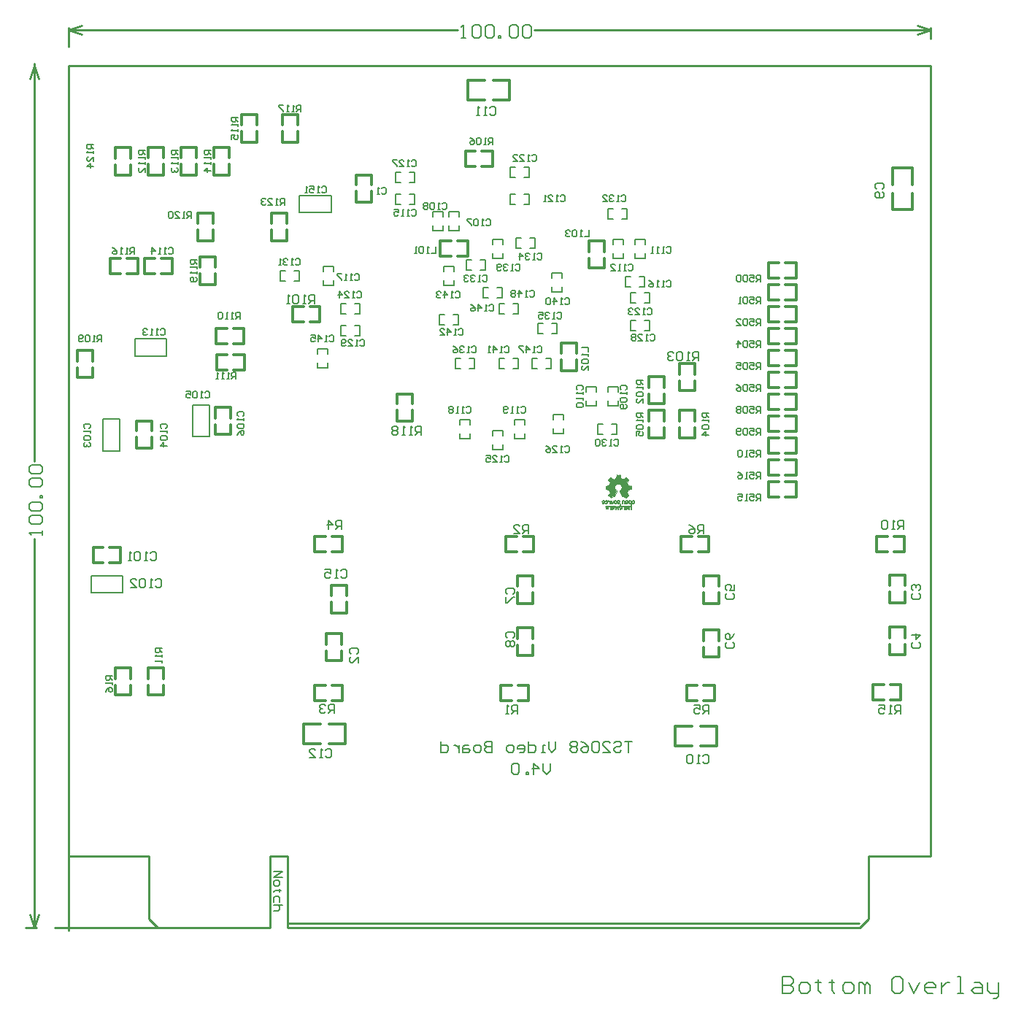
<source format=gbo>
G04*
G04 #@! TF.GenerationSoftware,Altium Limited,CircuitStudio,1.5.2 (30)*
G04*
G04 Layer_Color=12632256*
%FSLAX25Y25*%
%MOIN*%
G70*
G01*
G75*
%ADD28C,0.01000*%
%ADD29C,0.01200*%
%ADD35C,0.00800*%
%ADD36C,0.00600*%
%ADD67C,0.00787*%
%ADD68C,0.00050*%
G36*
X555101Y1327522D02*
X555107Y1327536D01*
X555107Y1327536D01*
X555316Y1327397D01*
X555327Y1327409D01*
X555367Y1327393D01*
X555409Y1327292D01*
X555404Y1327288D01*
X555462Y1327201D01*
X555472Y1327150D01*
X555474Y1327151D01*
X555509Y1326975D01*
X555510Y1326975D01*
X555550Y1326774D01*
X555549Y1326766D01*
X555549Y1326766D01*
X555550Y1326756D01*
X555509Y1326546D01*
X555508Y1326546D01*
X555472Y1326365D01*
X555465Y1326368D01*
X555405Y1326223D01*
X555402Y1326225D01*
X555373Y1326155D01*
X555301Y1326125D01*
X555296Y1326132D01*
X555128Y1326021D01*
X555070Y1326009D01*
X555070Y1326011D01*
X554833Y1325964D01*
X554833Y1325963D01*
X554830Y1325962D01*
X554526Y1326023D01*
X554531Y1326035D01*
X554383Y1326097D01*
X554394Y1326111D01*
X554303Y1326172D01*
X554268Y1326225D01*
X554497Y1326421D01*
X554470Y1326394D01*
X554475Y1326383D01*
X554657Y1326308D01*
X554657Y1326308D01*
X554836Y1326234D01*
X554838Y1326235D01*
X554838Y1326238D01*
X554844Y1326235D01*
X554986Y1326294D01*
X554985Y1326294D01*
X555119Y1326350D01*
X555117Y1326352D01*
X555128Y1326357D01*
X555182Y1326486D01*
X555183Y1326486D01*
X555248Y1326644D01*
X555244Y1326655D01*
X554242Y1326654D01*
Y1326911D01*
X554230Y1326910D01*
X554227Y1326922D01*
X554279Y1327184D01*
X554289Y1327180D01*
X554382Y1327404D01*
X554408Y1327415D01*
X554427Y1327395D01*
X554630Y1327531D01*
X554636Y1327532D01*
X554637Y1327531D01*
X554875Y1327578D01*
X554880Y1327577D01*
X554880Y1327614D01*
X555101Y1327522D01*
D02*
G37*
G36*
X563902Y1327580D02*
X563902Y1327576D01*
X563920Y1327580D01*
X564060Y1327552D01*
X564062Y1327567D01*
X564197Y1327511D01*
X564197Y1327511D01*
X564390Y1327431D01*
X564424Y1327348D01*
X564173Y1327151D01*
X564148Y1327213D01*
X564066Y1327247D01*
X564067Y1327248D01*
X563987Y1327281D01*
X563986Y1327267D01*
X563891Y1327286D01*
X563887Y1327285D01*
X563887Y1327280D01*
X563867Y1327284D01*
X563751Y1327261D01*
X563750Y1327267D01*
X563652Y1327227D01*
X563653Y1327226D01*
X563616Y1327211D01*
X563595Y1327161D01*
X563596Y1327161D01*
X563561Y1327077D01*
X563563Y1327070D01*
X563577Y1326906D01*
X563997D01*
X563997Y1326918D01*
X564002Y1326919D01*
X564212Y1326877D01*
X564210Y1326872D01*
X564379Y1326802D01*
X564384Y1326791D01*
X564386Y1326794D01*
X564456Y1326625D01*
X564457Y1326625D01*
X564528Y1326451D01*
X564526Y1326445D01*
X564523Y1326446D01*
X564526Y1326440D01*
X564451Y1326260D01*
X564451Y1326260D01*
X564385Y1326099D01*
X564362Y1326090D01*
X564367Y1326086D01*
X564181Y1326009D01*
X564183Y1326004D01*
X563956Y1325959D01*
X563956Y1325957D01*
X563949Y1325955D01*
X563820Y1325981D01*
X563818Y1325968D01*
X563713Y1326011D01*
Y1326011D01*
X563613Y1326053D01*
X563583Y1326127D01*
X563577Y1326127D01*
Y1325990D01*
X563275D01*
Y1327053D01*
X563261Y1327053D01*
X563287Y1327184D01*
X563275Y1327186D01*
X563320Y1327294D01*
Y1327294D01*
X563378Y1327435D01*
X563442Y1327461D01*
X563447Y1327454D01*
X563543Y1327517D01*
X563647Y1327538D01*
X563647Y1327538D01*
X563880Y1327585D01*
X563902Y1327580D01*
D02*
G37*
G36*
X556094Y1327520D02*
X556094Y1327520D01*
X556256Y1327453D01*
X556273Y1327411D01*
Y1327382D01*
X556281Y1327392D01*
X556273Y1327411D01*
Y1327547D01*
X556585D01*
Y1325996D01*
X556273D01*
Y1326929D01*
X556304Y1326928D01*
X556308Y1326938D01*
X556250Y1327076D01*
X556250Y1327076D01*
X556209Y1327176D01*
X556187Y1327185D01*
X556191Y1327189D01*
X555971Y1327280D01*
X555971Y1327280D01*
X555971Y1327277D01*
X555867Y1327234D01*
X555867D01*
X555756Y1327188D01*
X555540Y1327446D01*
X555525Y1327464D01*
X555697Y1327536D01*
X555697Y1327536D01*
X555864Y1327605D01*
X555864Y1327605D01*
X555863Y1327606D01*
X555874Y1327611D01*
X556094Y1327520D01*
D02*
G37*
G36*
X557783Y1328985D02*
X557796Y1328985D01*
X557797Y1328982D01*
X557773Y1328861D01*
X557785Y1328859D01*
X557741Y1328753D01*
X557741D01*
X557673Y1328589D01*
X557627Y1328570D01*
X557617Y1328581D01*
X557455Y1328473D01*
X557447Y1328471D01*
X557443Y1328481D01*
X557263Y1328407D01*
X557264Y1328407D01*
X557253Y1328402D01*
X557035Y1328493D01*
X557035Y1328493D01*
X556874Y1328559D01*
X556856Y1328601D01*
Y1328465D01*
X556544D01*
Y1330017D01*
X556856D01*
Y1329091D01*
X556825Y1329092D01*
X556822Y1329084D01*
X556877Y1328950D01*
X556878Y1328951D01*
X556928Y1328829D01*
X556927Y1328829D01*
X556928Y1328827D01*
X557042Y1328780D01*
X557042Y1328780D01*
X557158Y1328732D01*
X557162Y1328733D01*
X557162Y1328732D01*
X557166Y1328731D01*
X557284Y1328780D01*
X557284Y1328780D01*
X557399Y1328827D01*
X557400Y1328829D01*
X557399Y1328829D01*
X557449Y1328951D01*
X557450Y1328950D01*
X557506Y1329084D01*
X557502Y1329092D01*
X557471Y1330017D01*
X557783D01*
Y1328985D01*
D02*
G37*
G36*
X562421Y1327520D02*
X562422Y1327520D01*
X562584Y1327453D01*
X562601Y1327411D01*
Y1327382D01*
X562609Y1327392D01*
X562601Y1327411D01*
Y1327547D01*
X562913D01*
Y1325996D01*
X562601D01*
Y1326929D01*
X562631Y1326928D01*
X562635Y1326938D01*
X562578Y1327076D01*
X562578Y1327076D01*
X562536Y1327176D01*
X562514Y1327185D01*
X562518Y1327189D01*
X562299Y1327280D01*
X562299Y1327280D01*
X562299Y1327277D01*
X562195Y1327234D01*
X562083Y1327188D01*
X561867Y1327446D01*
X561852Y1327464D01*
X562025Y1327536D01*
X562025Y1327536D01*
X562191Y1327605D01*
X562191Y1327605D01*
X562191Y1327606D01*
X562201Y1327611D01*
X562421Y1327520D01*
D02*
G37*
G36*
X557580Y1327580D02*
X557579Y1327576D01*
X557597Y1327580D01*
X557737Y1327552D01*
X557739Y1327567D01*
X557874Y1327511D01*
X557874Y1327511D01*
X558067Y1327431D01*
X558101Y1327348D01*
X557851Y1327151D01*
X557825Y1327213D01*
X557743Y1327247D01*
X557744Y1327248D01*
X557665Y1327281D01*
X557663Y1327267D01*
X557568Y1327286D01*
X557564Y1327285D01*
X557564Y1327280D01*
X557544Y1327284D01*
X557428Y1327261D01*
X557427Y1327267D01*
X557329Y1327227D01*
X557330Y1327226D01*
X557293Y1327211D01*
X557273Y1327161D01*
X557273Y1327161D01*
X557238Y1327077D01*
X557241Y1327070D01*
X557254Y1326906D01*
X557675D01*
X557675Y1326918D01*
X557679Y1326919D01*
X557889Y1326877D01*
X557887Y1326872D01*
X558056Y1326802D01*
X558061Y1326791D01*
X558063Y1326794D01*
X558134Y1326625D01*
X558134Y1326625D01*
X558206Y1326451D01*
X558203Y1326445D01*
X558201Y1326446D01*
X558203Y1326440D01*
X558129Y1326260D01*
X558129Y1326260D01*
X558062Y1326099D01*
X558039Y1326090D01*
X558044Y1326086D01*
X557859Y1326009D01*
X557860Y1326004D01*
X557633Y1325959D01*
X557633Y1325957D01*
X557627Y1325955D01*
X557497Y1325981D01*
X557495Y1325968D01*
X557390Y1326011D01*
Y1326011D01*
X557291Y1326052D01*
X557260Y1326127D01*
X557254Y1326127D01*
Y1325990D01*
X556952D01*
Y1327053D01*
X556938Y1327053D01*
X556964Y1327184D01*
X556952Y1327186D01*
X556997Y1327294D01*
X557055Y1327435D01*
X557119Y1327461D01*
X557124Y1327454D01*
X557220Y1327517D01*
X557324Y1327538D01*
X557324Y1327538D01*
X557557Y1327585D01*
X557580Y1327580D01*
D02*
G37*
G36*
X560920Y1327397D02*
X561102Y1327518D01*
X561104Y1327516D01*
X561315Y1327603D01*
X561322Y1327601D01*
X561321Y1327612D01*
X561326Y1327614D01*
X561457Y1327560D01*
X561456Y1327557D01*
X561569Y1327510D01*
X561569Y1327511D01*
X561721Y1327448D01*
X561751Y1327375D01*
X561750Y1327374D01*
X561834Y1327171D01*
X561825Y1327169D01*
X561856Y1327015D01*
X561885Y1326793D01*
X561883Y1326773D01*
X561883Y1326774D01*
X561886Y1326754D01*
X561856Y1326529D01*
X561856Y1326529D01*
X561825Y1326373D01*
X561835Y1326372D01*
X561750Y1326167D01*
X561750Y1326169D01*
X561719Y1326094D01*
X561569Y1326032D01*
X561569Y1326032D01*
X561456Y1325985D01*
X561457Y1325983D01*
X561326Y1325928D01*
X561321Y1325930D01*
X561322Y1325937D01*
X561316Y1325935D01*
X561102Y1326023D01*
X561102Y1326023D01*
X560910Y1326102D01*
X560896Y1326136D01*
X560920Y1325996D01*
X560608D01*
Y1328174D01*
X560920D01*
Y1327397D01*
D02*
G37*
G36*
X559925Y1325996D02*
X559650D01*
X559325Y1327081D01*
X559319D01*
X558995Y1325996D01*
X558720D01*
X558224Y1327547D01*
X558554D01*
X558851Y1326461D01*
X558858D01*
X559208Y1327547D01*
X559436D01*
X559787Y1326461D01*
X559793D01*
X560091Y1327547D01*
X560421D01*
X559925Y1325996D01*
D02*
G37*
G36*
X561856Y1327015D02*
X561856Y1327015D01*
X561856Y1327015D01*
X561856Y1327015D01*
D02*
G37*
G36*
X564174Y1327151D02*
X564172Y1327150D01*
X564173Y1327151D01*
X564174Y1327151D01*
D02*
G37*
G36*
X557851Y1327151D02*
X557850Y1327150D01*
X557851Y1327151D01*
X557851Y1327151D01*
D02*
G37*
G36*
X553403Y1329991D02*
X553409Y1330005D01*
X553409Y1330005D01*
X553618Y1329866D01*
X553629Y1329879D01*
X553668Y1329862D01*
X553711Y1329761D01*
X553705Y1329757D01*
X553763Y1329671D01*
X553773Y1329619D01*
X553776Y1329620D01*
X553811Y1329444D01*
X553812Y1329445D01*
X553852Y1329243D01*
X553850Y1329235D01*
X553850Y1329235D01*
X553852Y1329226D01*
X553810Y1329016D01*
X553809Y1329016D01*
X553773Y1328835D01*
X553766Y1328837D01*
X553706Y1328692D01*
X553703Y1328694D01*
X553674Y1328624D01*
X553603Y1328594D01*
X553597Y1328602D01*
X553430Y1328490D01*
X553372Y1328478D01*
X553371Y1328480D01*
X553134Y1328433D01*
X553134Y1328432D01*
X553132Y1328432D01*
X552828Y1328492D01*
X552833Y1328505D01*
X552685Y1328566D01*
X552695Y1328581D01*
X552605Y1328641D01*
X552570Y1328694D01*
X552799Y1328890D01*
X552772Y1328864D01*
X552776Y1328852D01*
X552958Y1328777D01*
X552958Y1328777D01*
X553137Y1328703D01*
X553140Y1328704D01*
X553140Y1328707D01*
X553145Y1328704D01*
X553287Y1328763D01*
X553287Y1328764D01*
X553421Y1328819D01*
X553419Y1328821D01*
X553430Y1328826D01*
X553484Y1328955D01*
X553484Y1328955D01*
X553550Y1329113D01*
X553546Y1329124D01*
X552543Y1329123D01*
Y1329380D01*
X552531Y1329380D01*
X552529Y1329391D01*
X552581Y1329653D01*
X552591Y1329650D01*
X552684Y1329874D01*
X552710Y1329884D01*
X552728Y1329864D01*
X552932Y1330000D01*
X552938Y1330001D01*
X552939Y1330000D01*
X553177Y1330047D01*
X553182Y1330046D01*
X553182Y1330083D01*
X553403Y1329991D01*
D02*
G37*
G36*
X564099D02*
X564105Y1330005D01*
X564105Y1330005D01*
X564314Y1329866D01*
X564325Y1329879D01*
X564365Y1329862D01*
X564407Y1329761D01*
X564401Y1329757D01*
X564460Y1329670D01*
X564470Y1329619D01*
X564472Y1329620D01*
X564507Y1329444D01*
X564508Y1329445D01*
X564548Y1329243D01*
X564547Y1329235D01*
X564547Y1329235D01*
X564548Y1329226D01*
X564507Y1329016D01*
X564505Y1329016D01*
X564469Y1328835D01*
X564463Y1328837D01*
X564402Y1328692D01*
X564400Y1328694D01*
X564371Y1328624D01*
X564299Y1328594D01*
X564294Y1328602D01*
X564126Y1328490D01*
X564068Y1328478D01*
X564068Y1328480D01*
X563830Y1328433D01*
X563831Y1328432D01*
X563828Y1328432D01*
X563524Y1328492D01*
X563529Y1328505D01*
X563381Y1328566D01*
X563391Y1328581D01*
X563301Y1328641D01*
X563266Y1328694D01*
X563495Y1328890D01*
X563468Y1328864D01*
X563473Y1328852D01*
X563654Y1328777D01*
X563655Y1328777D01*
X563834Y1328703D01*
X563836Y1328704D01*
X563836Y1328707D01*
X563841Y1328704D01*
X563983Y1328763D01*
X563983Y1328764D01*
X564117Y1328819D01*
X564115Y1328821D01*
X564126Y1328826D01*
X564180Y1328955D01*
X564181Y1328955D01*
X564246Y1329113D01*
X564242Y1329124D01*
X563239Y1329123D01*
Y1329380D01*
X563228Y1329380D01*
X563225Y1329391D01*
X563277Y1329653D01*
X563287Y1329650D01*
X563380Y1329874D01*
X563406Y1329884D01*
X563424Y1329864D01*
X563628Y1330000D01*
X563634Y1330001D01*
X563635Y1330000D01*
X563873Y1330047D01*
X563878Y1330046D01*
X563878Y1330083D01*
X564099Y1329991D01*
D02*
G37*
G36*
X560184Y1330056D02*
X560184Y1330049D01*
X560192Y1330050D01*
X560411Y1330007D01*
X560412Y1330008D01*
X560606Y1329927D01*
X560603Y1329922D01*
X560667Y1329895D01*
X560721Y1329764D01*
X560721Y1329764D01*
X560802Y1329567D01*
X560798Y1329556D01*
X560797Y1329557D01*
X560801Y1329548D01*
X560731Y1329378D01*
X560730Y1329378D01*
X560673Y1329239D01*
X560648Y1329229D01*
X560654Y1329223D01*
X560492Y1329156D01*
X560492Y1329156D01*
X560317Y1329084D01*
X560041Y1329091D01*
X560039Y1329111D01*
X559957Y1329077D01*
X559957Y1329077D01*
X559894Y1329050D01*
X559895Y1329049D01*
X559880Y1329043D01*
X559862Y1329000D01*
X559862Y1329000D01*
X559838Y1328942D01*
X559840Y1328939D01*
X559838Y1328940D01*
X559836Y1328936D01*
X559871Y1328852D01*
X559870Y1328852D01*
X559888Y1328810D01*
X559937Y1328789D01*
X559936Y1328788D01*
X560034Y1328747D01*
X560034Y1328744D01*
X560152Y1328695D01*
X560157Y1328697D01*
X560157Y1328728D01*
X560163Y1328726D01*
X560426Y1328779D01*
X560427Y1328777D01*
X560655Y1328930D01*
X560864Y1328724D01*
X560875Y1328712D01*
X560554Y1328498D01*
X560553Y1328498D01*
X560552Y1328501D01*
X560187Y1328428D01*
X560181Y1328430D01*
X560181Y1328430D01*
X560173Y1328429D01*
X559932Y1328477D01*
X559932Y1328477D01*
X559839Y1328496D01*
X559725Y1328571D01*
X559722Y1328566D01*
X559632Y1328603D01*
X559583Y1328721D01*
X559584Y1328721D01*
X559503Y1328916D01*
X559507Y1328925D01*
X559496Y1328924D01*
X559494Y1328929D01*
X559563Y1329096D01*
X559563Y1329095D01*
X559628Y1329252D01*
X559631Y1329249D01*
X559648Y1329288D01*
X559781Y1329344D01*
Y1329344D01*
X559874Y1329382D01*
X559876Y1329374D01*
X559988Y1329396D01*
X560245Y1329407D01*
X560246Y1329381D01*
X560345Y1329422D01*
X560345Y1329423D01*
X560414Y1329452D01*
X560415Y1329451D01*
X560418Y1329452D01*
X560439Y1329504D01*
X560439Y1329504D01*
X560460Y1329553D01*
X560463Y1329553D01*
X560464Y1329558D01*
X560409Y1329690D01*
X560398Y1329695D01*
X560397Y1329694D01*
X560311Y1329730D01*
X560312Y1329734D01*
X560194Y1329783D01*
X560183Y1329779D01*
X560185Y1329784D01*
X560174Y1329789D01*
X559960Y1329700D01*
X559952Y1329719D01*
X559952Y1329719D01*
X559769Y1329597D01*
X559576Y1329824D01*
X559572Y1329828D01*
X559811Y1329987D01*
X559831Y1329991D01*
X559831Y1329988D01*
X559995Y1330021D01*
X559995Y1330021D01*
X560178Y1330057D01*
X560184Y1330056D01*
D02*
G37*
G36*
X562475Y1329989D02*
X562475Y1329989D01*
X562638Y1329922D01*
X562655Y1329881D01*
Y1329851D01*
X562662Y1329862D01*
X562655Y1329881D01*
Y1330017D01*
X562967D01*
Y1328465D01*
X562655D01*
Y1329389D01*
X562686Y1329389D01*
X562689Y1329396D01*
X562634Y1329529D01*
X562633Y1329529D01*
X562583Y1329650D01*
X562583Y1329650D01*
X562582Y1329653D01*
X562468Y1329701D01*
X562468Y1329701D01*
X562350Y1329750D01*
X562345Y1329748D01*
X562346Y1329747D01*
X562342Y1329749D01*
X562226Y1329701D01*
X562226Y1329701D01*
X562113Y1329654D01*
X562111Y1329650D01*
X562111Y1329650D01*
X562061Y1329529D01*
X562061Y1329529D01*
X562006Y1329396D01*
X562009Y1329389D01*
X562040Y1328465D01*
X561728D01*
Y1329497D01*
X561715Y1329497D01*
X561714Y1329500D01*
X561738Y1329620D01*
X561726Y1329623D01*
X561770Y1329729D01*
X561770D01*
X561838Y1329892D01*
X561884Y1329912D01*
X561894Y1329900D01*
X562059Y1330010D01*
X562063Y1330011D01*
X562067Y1330000D01*
X562245Y1330074D01*
X562244Y1330076D01*
X562255Y1330080D01*
X562475Y1329989D01*
D02*
G37*
G36*
X554731Y1329998D02*
X554731Y1330000D01*
X554750Y1329996D01*
X554961Y1329855D01*
X554974Y1329870D01*
X555017Y1329852D01*
X555060Y1329748D01*
X555053Y1329743D01*
X555119Y1329643D01*
X555126Y1329607D01*
X555128Y1329608D01*
X555162Y1329437D01*
X555163Y1329437D01*
X555201Y1329246D01*
X555200Y1329239D01*
X555200Y1329239D01*
X555201Y1329232D01*
X555163Y1329041D01*
X555162Y1329041D01*
X555129Y1328871D01*
X555126Y1328872D01*
X555119Y1328837D01*
X555052Y1328737D01*
X555060Y1328732D01*
X555018Y1328630D01*
X554974Y1328611D01*
X554961Y1328626D01*
X554752Y1328487D01*
X554731Y1328482D01*
X554730Y1328484D01*
X554474Y1328433D01*
X554471Y1328434D01*
X554471Y1328434D01*
X554467Y1328433D01*
X554304Y1328466D01*
Y1328466D01*
X554206Y1328485D01*
X554153Y1328520D01*
X554153Y1328519D01*
X553941Y1328661D01*
X553908Y1328710D01*
X554131Y1328911D01*
X554131Y1328912D01*
X554143Y1328922D01*
X554131Y1328911D01*
X554156Y1328851D01*
X554286Y1328797D01*
X554287Y1328798D01*
X554456Y1328728D01*
X554459Y1328729D01*
X554458Y1328723D01*
X554469Y1328718D01*
X554636Y1328788D01*
X554635Y1328788D01*
X554762Y1328840D01*
X554773Y1328868D01*
X554775Y1328868D01*
X554841Y1329028D01*
X554839Y1329028D01*
X554878Y1329227D01*
X554876Y1329239D01*
X554876Y1329239D01*
X554878Y1329252D01*
X554839Y1329451D01*
X554841Y1329452D01*
X554775Y1329612D01*
X554773Y1329611D01*
X554761Y1329640D01*
X554635Y1329692D01*
X554636Y1329693D01*
X554469Y1329762D01*
X554458Y1329757D01*
X554459Y1329752D01*
X554456Y1329753D01*
X554288Y1329683D01*
X554287Y1329684D01*
X554153Y1329629D01*
X554129Y1329571D01*
X553913Y1329766D01*
X553907Y1329770D01*
X553941Y1329821D01*
X554153Y1329962D01*
X554153Y1329961D01*
X554207Y1329997D01*
X554304Y1330016D01*
X554304Y1330016D01*
X554467Y1330049D01*
X554471Y1330048D01*
X554471Y1330048D01*
X554474Y1330049D01*
X554731Y1329998D01*
D02*
G37*
G36*
X555698Y1329989D02*
X555699Y1329989D01*
X555861Y1329922D01*
X555878Y1329881D01*
Y1329851D01*
X555886Y1329862D01*
X555878Y1329881D01*
Y1330017D01*
X556190D01*
Y1328465D01*
X555878D01*
Y1329398D01*
X555908Y1329397D01*
X555912Y1329407D01*
X555855Y1329545D01*
X555855Y1329545D01*
X555813Y1329645D01*
X555792Y1329654D01*
X555795Y1329658D01*
X555576Y1329749D01*
X555576Y1329749D01*
X555576Y1329747D01*
X555472Y1329704D01*
X555361Y1329657D01*
X555144Y1329915D01*
X555129Y1329933D01*
X555302Y1330005D01*
X555302Y1330005D01*
X555468Y1330074D01*
X555468Y1330074D01*
X555468Y1330076D01*
X555478Y1330080D01*
X555698Y1329989D01*
D02*
G37*
G36*
X560829Y1341720D02*
X560847Y1341677D01*
X561114Y1340283D01*
X561112Y1340283D01*
X561130Y1340240D01*
X561159Y1340228D01*
X562326Y1339745D01*
Y1339745D01*
X562355Y1339733D01*
X562397Y1339750D01*
X563572Y1340547D01*
X563571Y1340548D01*
X563614Y1340566D01*
X563671Y1340542D01*
X563671D01*
X564671Y1339534D01*
X564676Y1339538D01*
Y1339538D01*
X564699Y1339481D01*
X564682Y1339438D01*
X563885Y1338263D01*
X563884Y1338264D01*
X563866Y1338221D01*
X563878Y1338192D01*
X564361Y1337025D01*
X564373Y1336997D01*
X564416Y1336979D01*
X565810Y1336712D01*
X565810Y1336713D01*
X565853Y1336695D01*
X565877Y1336638D01*
X565871Y1335218D01*
X565877D01*
X565853Y1335160D01*
X565810Y1335143D01*
X564417Y1334875D01*
X564416Y1334877D01*
X564373Y1334859D01*
X564361Y1334830D01*
X563878Y1333663D01*
X563866Y1333634D01*
X563884Y1333591D01*
X564680Y1332417D01*
X564682Y1332418D01*
X564699Y1332375D01*
X564676Y1332318D01*
Y1332318D01*
X563667Y1331318D01*
X563671Y1331313D01*
X563614Y1331290D01*
X563571Y1331307D01*
X562397Y1332104D01*
X562397Y1332105D01*
X562355Y1332123D01*
X562326Y1332111D01*
X561791Y1331890D01*
X561763Y1331878D01*
X561705Y1331901D01*
X561693Y1331931D01*
X560709Y1334340D01*
X560698Y1334369D01*
X560721Y1334426D01*
X560747Y1334437D01*
X560756Y1334418D01*
X561244Y1334744D01*
X561607Y1335287D01*
X561735Y1335928D01*
X561607Y1336568D01*
X561244Y1337111D01*
X560702Y1337474D01*
X560061Y1337601D01*
X559421Y1337474D01*
X558878Y1337111D01*
X558515Y1336568D01*
X558388Y1335928D01*
X558515Y1335287D01*
X558878Y1334744D01*
X559366Y1334418D01*
X559375Y1334437D01*
X559401Y1334426D01*
X559425Y1334369D01*
X559413Y1334340D01*
X558429Y1331931D01*
X558429D01*
X558417Y1331901D01*
X558360Y1331878D01*
X558331Y1331890D01*
X557796Y1332111D01*
X557768Y1332123D01*
X557725Y1332105D01*
X556550Y1331309D01*
X556551Y1331307D01*
X556508Y1331290D01*
X556451Y1331313D01*
X555451Y1332322D01*
X555447Y1332318D01*
X555423Y1332375D01*
X555441Y1332418D01*
X556237Y1333592D01*
X556239Y1333591D01*
X556256Y1333634D01*
X556244Y1333663D01*
X555761Y1334830D01*
X555761D01*
X555749Y1334859D01*
X555706Y1334877D01*
X554313Y1335144D01*
X554312Y1335143D01*
X554269Y1335160D01*
X554246Y1335218D01*
X554252Y1336638D01*
X554246D01*
X554269Y1336695D01*
X554312Y1336713D01*
X555706Y1336980D01*
X555706Y1336979D01*
X555749Y1336997D01*
X555761Y1337025D01*
X556244Y1338192D01*
X556256Y1338221D01*
X556239Y1338264D01*
X555442Y1339439D01*
X555441Y1339438D01*
X555423Y1339481D01*
X555447Y1339538D01*
X556455Y1340538D01*
X556451Y1340542D01*
X556451D01*
X556508Y1340566D01*
X556551Y1340548D01*
X557726Y1339752D01*
X557725Y1339750D01*
X557768Y1339733D01*
X557796Y1339745D01*
X558964Y1340228D01*
X558992Y1340240D01*
X559010Y1340283D01*
X559277Y1341677D01*
X559276Y1341677D01*
X559294Y1341720D01*
X559351Y1341743D01*
X560771Y1341737D01*
Y1341743D01*
X560829Y1341720D01*
D02*
G37*
G36*
X558870Y1330019D02*
X558872Y1330027D01*
X559002Y1329973D01*
X559002Y1329973D01*
X559102Y1329906D01*
X559112Y1329919D01*
X559194Y1329885D01*
X559204Y1329861D01*
X559206Y1329862D01*
X559308Y1329615D01*
X559309Y1329616D01*
X559340Y1329461D01*
X559346Y1329462D01*
X559387Y1329257D01*
X559384Y1329243D01*
X559345Y1329243D01*
X559384Y1329243D01*
X559384Y1329243D01*
D01*
D01*
D01*
D01*
X559385Y1329243D01*
X559388Y1329228D01*
X559347Y1329020D01*
X559340Y1329021D01*
X559309Y1328865D01*
X559308Y1328865D01*
X559206Y1328619D01*
X559202Y1328623D01*
X559190Y1328594D01*
X559112Y1328561D01*
X559102Y1328574D01*
X559002Y1328507D01*
X559002Y1328508D01*
X558872Y1328454D01*
X558870Y1328463D01*
X558713Y1328432D01*
X558705Y1328433D01*
X558706Y1328434D01*
X558698Y1328432D01*
X558542Y1328463D01*
X558541Y1328454D01*
X558411Y1328508D01*
X558411Y1328507D01*
X558310Y1328574D01*
X558301Y1328561D01*
X558220Y1328595D01*
X558209Y1328621D01*
X558206Y1328619D01*
X558104Y1328865D01*
X558103Y1328865D01*
X558072Y1329021D01*
X558065Y1329020D01*
X558024Y1329228D01*
X558027Y1329243D01*
X558028Y1329243D01*
X558025Y1329257D01*
X558066Y1329462D01*
X558072Y1329461D01*
X558103Y1329616D01*
X558104Y1329615D01*
X558206Y1329862D01*
X558206Y1329862D01*
X558215Y1329884D01*
X558300Y1329919D01*
X558310Y1329906D01*
X558411Y1329973D01*
X558411Y1329973D01*
X558541Y1330027D01*
X558542Y1330019D01*
X558698Y1330050D01*
X558706Y1330048D01*
X558705Y1330048D01*
X558713Y1330050D01*
X558870Y1330019D01*
D02*
G37*
G36*
X567080Y1330019D02*
X567082Y1330027D01*
X567212Y1329973D01*
X567212Y1329973D01*
X567312Y1329906D01*
X567322Y1329919D01*
X567404Y1329885D01*
X567414Y1329861D01*
X567416Y1329862D01*
X567518Y1329615D01*
X567519Y1329616D01*
X567550Y1329461D01*
X567556Y1329462D01*
X567597Y1329257D01*
X567594Y1329243D01*
D01*
D01*
X567595Y1329243D01*
X567598Y1329228D01*
X567557Y1329020D01*
X567550Y1329021D01*
X567519Y1328865D01*
X567518Y1328865D01*
X567416Y1328619D01*
X567412Y1328623D01*
X567400Y1328594D01*
X567321Y1328561D01*
X567312Y1328574D01*
X567212Y1328507D01*
X567212Y1328508D01*
X567082Y1328454D01*
X567080Y1328463D01*
X566923Y1328432D01*
X566915Y1328433D01*
X566916Y1328434D01*
X566908Y1328432D01*
X566752Y1328463D01*
X566751Y1328454D01*
X566621Y1328508D01*
X566621Y1328507D01*
X566520Y1328574D01*
X566511Y1328561D01*
X566430Y1328595D01*
X566419Y1328621D01*
X566416Y1328619D01*
X566314Y1328865D01*
X566313Y1328865D01*
X566282Y1329021D01*
X566275Y1329020D01*
X566234Y1329228D01*
X566237Y1329243D01*
X566238Y1329243D01*
X566235Y1329257D01*
X566276Y1329462D01*
X566282Y1329461D01*
X566313Y1329616D01*
X566314Y1329615D01*
X566416Y1329862D01*
X566416Y1329862D01*
X566425Y1329884D01*
X566510Y1329919D01*
X566520Y1329906D01*
X566621Y1329973D01*
X566621Y1329973D01*
X566751Y1330027D01*
X566752Y1330019D01*
X566908Y1330050D01*
X566916Y1330048D01*
X566915Y1330048D01*
X566923Y1330050D01*
X567080Y1330019D01*
D02*
G37*
G36*
X565278Y1330081D02*
X565277Y1330076D01*
X565283Y1330078D01*
X565497Y1329990D01*
X565497Y1329990D01*
X565686Y1329912D01*
X565702Y1329874D01*
X565678Y1330017D01*
X565990D01*
Y1325996D01*
X565678D01*
Y1326920D01*
X565710Y1326919D01*
X565713Y1326927D01*
X565657Y1327060D01*
X565657Y1327060D01*
X565607Y1327181D01*
X565607Y1327181D01*
X565606Y1327184D01*
X565492Y1327231D01*
X565492Y1327232D01*
X565373Y1327281D01*
X565369Y1327279D01*
X565370Y1327278D01*
X565366Y1327280D01*
X565249Y1327232D01*
X565249Y1327231D01*
X565137Y1327185D01*
X565135Y1327181D01*
X565135Y1327181D01*
X565085Y1327060D01*
X565085Y1327060D01*
X565029Y1326927D01*
X565032Y1326919D01*
X565064Y1325996D01*
X564752D01*
Y1327028D01*
X564739Y1327028D01*
X564738Y1327031D01*
X564762Y1327151D01*
X564750Y1327153D01*
X564794Y1327259D01*
X564794D01*
X564862Y1327423D01*
X564908Y1327442D01*
X564918Y1327431D01*
X565083Y1327541D01*
X565087Y1327542D01*
X565091Y1327531D01*
X565269Y1327605D01*
X565268Y1327606D01*
X565279Y1327611D01*
X565499Y1327520D01*
X565499Y1327520D01*
X565661Y1327453D01*
X565678Y1327411D01*
X565678Y1328613D01*
D01*
D01*
X565497Y1328492D01*
X565496Y1328496D01*
X565285Y1328408D01*
X565277Y1328412D01*
X565278Y1328400D01*
X565273Y1328398D01*
X565143Y1328452D01*
X565144Y1328455D01*
X565031Y1328501D01*
X565031Y1328501D01*
X564877Y1328565D01*
X564847Y1328636D01*
X564849Y1328637D01*
X564765Y1328840D01*
X564775Y1328842D01*
X564744Y1328997D01*
X564744Y1328996D01*
X564715Y1329220D01*
X564717Y1329239D01*
X564717Y1329239D01*
X564714Y1329259D01*
X564744Y1329483D01*
X564744Y1329483D01*
X564775Y1329638D01*
X564765Y1329640D01*
X564849Y1329843D01*
X564845Y1329846D01*
X564874Y1329915D01*
X565031Y1329980D01*
X565031Y1329980D01*
X565144Y1330026D01*
X565143Y1330029D01*
X565273Y1330082D01*
X565278Y1330081D01*
D02*
G37*
%LPC*%
G36*
X558714Y1329752D02*
X558705Y1329749D01*
X558706Y1329748D01*
X558705Y1329748D01*
X558705Y1329749D01*
X558697Y1329752D01*
X558558Y1329694D01*
X558558Y1329694D01*
X558467Y1329657D01*
X558449Y1329612D01*
X558447Y1329614D01*
X558391Y1329478D01*
X558386Y1329479D01*
X558347Y1329385D01*
X558364Y1329385D01*
X558337Y1329250D01*
X558340Y1329239D01*
X558340D01*
X558340Y1329239D01*
X558378Y1329239D01*
X558340Y1329239D01*
X558338Y1329228D01*
X558364Y1329094D01*
X558347Y1329094D01*
X558386Y1329000D01*
X558391Y1329001D01*
X558446Y1328866D01*
X558449Y1328868D01*
X558467Y1328824D01*
X558558Y1328786D01*
X558558Y1328786D01*
X558697Y1328729D01*
X558705Y1328732D01*
X558705Y1328732D01*
X558706Y1328732D01*
X558705Y1328732D01*
X558714Y1328728D01*
X558854Y1328786D01*
X558854Y1328786D01*
X558942Y1328823D01*
X558961Y1328869D01*
X558965Y1328866D01*
X559022Y1329001D01*
X559017Y1329002D01*
X559035Y1329097D01*
X559050Y1329096D01*
X559077Y1329232D01*
X559075Y1329243D01*
X559072Y1329243D01*
X559075Y1329253D01*
X559049Y1329385D01*
X559035Y1329385D01*
X559017Y1329477D01*
X559021Y1329478D01*
X558965Y1329615D01*
X558961Y1329612D01*
X558942Y1329658D01*
X558854Y1329694D01*
X558854Y1329694D01*
X558714Y1329752D01*
D02*
G37*
G36*
X565367Y1329762D02*
X565271Y1329722D01*
X565272Y1329718D01*
X565195Y1329686D01*
X565195Y1329686D01*
X565145Y1329665D01*
X565106Y1329571D01*
X565104Y1329572D01*
X565040Y1329250D01*
X565043Y1329239D01*
X565043Y1329239D01*
X565041Y1329228D01*
X565104Y1328908D01*
X565106Y1328909D01*
X565145Y1328815D01*
X565195Y1328794D01*
X565195Y1328794D01*
X565272Y1328762D01*
X565271Y1328759D01*
X565367Y1328719D01*
X565373Y1328721D01*
X565373Y1328722D01*
X565372Y1328722D01*
X565372Y1328758D01*
X565373Y1328722D01*
X565377Y1328720D01*
X565473Y1328760D01*
X565472Y1328763D01*
X565549Y1328795D01*
X565549Y1328795D01*
X565596Y1328815D01*
X565637Y1328914D01*
X565638Y1328913D01*
X565702Y1329235D01*
X565701Y1329239D01*
X565701Y1329239D01*
X565702Y1329243D01*
X565638Y1329566D01*
X565637Y1329566D01*
X565596Y1329665D01*
X565549Y1329685D01*
X565549Y1329685D01*
X565472Y1329717D01*
X565473Y1329720D01*
X565377Y1329760D01*
X565372Y1329758D01*
X565373Y1329759D01*
X565367Y1329762D01*
D02*
G37*
G36*
X567594Y1329243D02*
X567555Y1329243D01*
X567594Y1329243D01*
X567594Y1329243D01*
D01*
D01*
D02*
G37*
G36*
X563941Y1326690D02*
X563577Y1326649D01*
Y1326536D01*
X563543Y1326536D01*
X563537Y1326523D01*
X563592Y1326391D01*
X563594Y1326392D01*
X563615Y1326342D01*
X563616Y1326343D01*
X563626Y1326318D01*
X563647Y1326309D01*
X563648Y1326309D01*
X563754Y1326266D01*
X563755Y1326274D01*
X563892Y1326247D01*
X563918Y1326252D01*
X563917Y1326229D01*
X563927Y1326225D01*
X564049Y1326276D01*
X564048Y1326278D01*
X564143Y1326317D01*
X564141Y1326319D01*
X564162Y1326328D01*
X564187Y1326388D01*
X564187Y1326388D01*
X564216Y1326460D01*
X564216Y1326461D01*
X564215Y1326460D01*
X564218Y1326468D01*
X564188Y1326540D01*
X564188Y1326540D01*
X564168Y1326591D01*
X564141Y1326601D01*
X564142Y1326603D01*
X564058Y1326638D01*
X564058Y1326641D01*
X563941Y1326690D01*
D02*
G37*
G36*
X553186Y1329768D02*
X553181Y1329767D01*
X553182Y1329766D01*
X553178Y1329768D01*
X553056Y1329717D01*
X553056Y1329717D01*
X552939Y1329669D01*
X552937Y1329664D01*
X552936Y1329664D01*
X552882Y1329534D01*
X552882Y1329535D01*
X552818Y1329381D01*
X553509Y1329380D01*
X553547Y1329380D01*
X553484Y1329535D01*
X553483Y1329534D01*
X553429Y1329664D01*
X553429Y1329664D01*
X553428Y1329668D01*
X553309Y1329717D01*
X553309Y1329717D01*
X553186Y1329768D01*
D02*
G37*
G36*
X566924Y1329752D02*
X566915Y1329749D01*
X566916Y1329748D01*
X566915Y1329748D01*
X566915Y1329749D01*
X566907Y1329752D01*
X566768Y1329694D01*
X566768Y1329694D01*
X566677Y1329657D01*
X566659Y1329612D01*
X566657Y1329614D01*
X566601Y1329478D01*
X566596Y1329479D01*
X566557Y1329385D01*
X566574Y1329385D01*
X566547Y1329250D01*
X566550Y1329239D01*
X566550D01*
X566548Y1329228D01*
X566574Y1329094D01*
X566557Y1329094D01*
X566596Y1329000D01*
X566601Y1329001D01*
X566656Y1328866D01*
X566659Y1328868D01*
X566677Y1328824D01*
X566768Y1328786D01*
X566768Y1328786D01*
X566907Y1328729D01*
X566915Y1328732D01*
X566915Y1328732D01*
X566916Y1328732D01*
X566915Y1328732D01*
X566924Y1328728D01*
X567064Y1328786D01*
X567064Y1328786D01*
X567152Y1328823D01*
X567171Y1328869D01*
X567175Y1328866D01*
X567231Y1329001D01*
X567227Y1329002D01*
X567245Y1329097D01*
X567260Y1329096D01*
X567287Y1329231D01*
X567285Y1329243D01*
X567282Y1329243D01*
X567285Y1329254D01*
X567258Y1329385D01*
X567245Y1329385D01*
X567227Y1329477D01*
X567231Y1329478D01*
X567175Y1329615D01*
X567171Y1329612D01*
X567152Y1329658D01*
X567064Y1329694D01*
X567064Y1329694D01*
X566924Y1329752D01*
D02*
G37*
G36*
X557619Y1326690D02*
X557254Y1326649D01*
Y1326536D01*
X557220Y1326536D01*
X557215Y1326523D01*
X557269Y1326391D01*
X557271Y1326392D01*
X557292Y1326342D01*
X557293Y1326343D01*
X557303Y1326318D01*
X557324Y1326309D01*
X557325Y1326309D01*
X557431Y1326266D01*
X557432Y1326274D01*
X557569Y1326247D01*
X557595Y1326252D01*
X557594Y1326229D01*
X557604Y1326225D01*
X557726Y1326276D01*
X557725Y1326278D01*
X557820Y1326317D01*
X557818Y1326319D01*
X557839Y1326328D01*
X557864Y1326388D01*
X557864Y1326388D01*
X557894Y1326460D01*
X557893Y1326461D01*
X557892Y1326460D01*
X557895Y1326468D01*
X557865Y1326540D01*
X557865Y1326540D01*
X557845Y1326591D01*
X557819Y1326601D01*
X557820Y1326603D01*
X557735Y1326638D01*
X557736Y1326641D01*
X557619Y1326690D01*
D02*
G37*
G36*
X556856Y1328629D02*
X556849Y1328619D01*
X556856Y1328601D01*
Y1328629D01*
D02*
G37*
G36*
X565678D02*
Y1328613D01*
D01*
D01*
X565688Y1328620D01*
X565678Y1328629D01*
D02*
G37*
G36*
X563882Y1329768D02*
X563877Y1329767D01*
X563878Y1329766D01*
X563874Y1329768D01*
X563752Y1329717D01*
X563752Y1329717D01*
X563635Y1329669D01*
X563633Y1329664D01*
X563632Y1329664D01*
X563579Y1329534D01*
X563578Y1329535D01*
X563515Y1329381D01*
X564206Y1329380D01*
X564244Y1329380D01*
X564180Y1329535D01*
X564179Y1329534D01*
X564126Y1329664D01*
X564125Y1329664D01*
X564124Y1329668D01*
X564005Y1329717D01*
X564005Y1329717D01*
X563882Y1329768D01*
D02*
G37*
G36*
X561231Y1327293D02*
X561226Y1327291D01*
X561226Y1327289D01*
X561226Y1327288D01*
X561226Y1327254D01*
X561226Y1327289D01*
X561221Y1327290D01*
X561127Y1327251D01*
X561127Y1327248D01*
X561051Y1327216D01*
X561051Y1327216D01*
X561004Y1327197D01*
X560963Y1327097D01*
X560961Y1327097D01*
X560897Y1326776D01*
X560898Y1326774D01*
X560898Y1326774D01*
X560897Y1326769D01*
X560961Y1326445D01*
X560963Y1326445D01*
X561004Y1326346D01*
X561051Y1326326D01*
X561051Y1326326D01*
X561127Y1326294D01*
X561127Y1326291D01*
X561221Y1326252D01*
X561226Y1326254D01*
X561226Y1326252D01*
X561231Y1326249D01*
X561327Y1326289D01*
X561327Y1326293D01*
X561404Y1326325D01*
X561403Y1326325D01*
X561454Y1326346D01*
X561492Y1326439D01*
X561494Y1326439D01*
X561558Y1326761D01*
X561556Y1326773D01*
X561558Y1326784D01*
X561495Y1327104D01*
X561492Y1327103D01*
X561454Y1327196D01*
X561403Y1327217D01*
X561404Y1327217D01*
X561327Y1327249D01*
X561327Y1327253D01*
X561231Y1327293D01*
D02*
G37*
G36*
X554884Y1327299D02*
X554880Y1327297D01*
X554880Y1327297D01*
X554876Y1327299D01*
X554754Y1327248D01*
X554754Y1327248D01*
X554637Y1327200D01*
X554635Y1327194D01*
X554634Y1327195D01*
X554581Y1327065D01*
X554580Y1327065D01*
X554517Y1326912D01*
X555208Y1326911D01*
X555246Y1326911D01*
X555182Y1327065D01*
X555181Y1327065D01*
X555128Y1327195D01*
X555127Y1327195D01*
X555126Y1327199D01*
X555007Y1327248D01*
X555007Y1327248D01*
X554884Y1327299D01*
D02*
G37*
G36*
X565678Y1327411D02*
Y1327382D01*
X565686Y1327392D01*
X565678Y1327411D01*
D02*
G37*
%LPD*%
G36*
X561556Y1326773D02*
X561556Y1326773D01*
X561556Y1326774D01*
X561556Y1326773D01*
D02*
G37*
G36*
X566588Y1329239D02*
X566550Y1329239D01*
X566550Y1329239D01*
X566588Y1329239D01*
D02*
G37*
D28*
X293189Y1527701D02*
Y1529701D01*
X289252Y1135000D02*
X294189D01*
X293189Y1347845D02*
Y1528701D01*
Y1135000D02*
Y1312656D01*
X291189Y1522701D02*
X293189Y1528701D01*
X295189Y1522701D01*
X293189Y1135000D02*
X295189Y1141000D01*
X291189D02*
X293189Y1135000D01*
X308937Y1537126D02*
Y1546000D01*
X702638Y1541063D02*
Y1546000D01*
X308937Y1545000D02*
X486592D01*
X521782D02*
X702638D01*
X308937D02*
X314937Y1543000D01*
X308937Y1545000D02*
X314937Y1547000D01*
X696638D02*
X702638Y1545000D01*
X696638Y1543000D02*
X702638Y1545000D01*
X401000Y1167500D02*
X409000D01*
Y1135000D02*
X670300D01*
X349700D02*
X401000D01*
X409000D02*
Y1167500D01*
X401000Y1135000D02*
Y1167500D01*
X702500D02*
Y1528701D01*
X308937D02*
X702500D01*
X308937Y1167500D02*
Y1528701D01*
X674300Y1167500D02*
X702500D01*
X674300Y1139000D02*
Y1167500D01*
X308937D02*
X345700D01*
Y1139000D02*
Y1167500D01*
X670300Y1135000D02*
X674300Y1139000D01*
X345700D02*
X349700Y1135000D01*
X308937Y1133563D02*
Y1167500D01*
X302500Y1135000D02*
X349700D01*
X401000Y1167500D02*
X409000D01*
X401000Y1137000D02*
Y1167500D01*
X350000Y1135000D02*
X401000D01*
X409000Y1137000D02*
Y1167500D01*
Y1137000D02*
X670000D01*
D29*
X429000Y1286750D02*
Y1291250D01*
X436000Y1286750D02*
Y1291250D01*
Y1278750D02*
Y1283750D01*
X429000Y1278750D02*
Y1283750D01*
Y1291250D02*
X436000D01*
X429000Y1278750D02*
X436000D01*
X433500Y1256900D02*
Y1261400D01*
X426500Y1256900D02*
Y1261400D01*
Y1264400D02*
Y1269400D01*
X433500Y1264400D02*
Y1269400D01*
X426500Y1256900D02*
X433500D01*
X426500Y1269400D02*
X433500D01*
X421400Y1306500D02*
Y1313500D01*
X433900Y1306500D02*
Y1313500D01*
X421400D02*
X426400D01*
X421400Y1306500D02*
X426400D01*
X429400D02*
X433900D01*
X429400Y1313500D02*
X433900D01*
X459000Y1366250D02*
X466000D01*
X459000Y1378750D02*
X466000D01*
X459000Y1366250D02*
Y1371250D01*
X466000Y1366250D02*
Y1371250D01*
Y1374250D02*
Y1378750D01*
X459000Y1374250D02*
Y1378750D01*
X587937Y1371250D02*
X594937D01*
X587937Y1358750D02*
X594937D01*
Y1366250D02*
Y1371250D01*
X587937Y1366250D02*
Y1371250D01*
Y1358750D02*
Y1363250D01*
X594937Y1358750D02*
Y1363250D01*
X588000Y1392750D02*
X595000D01*
X588000Y1380250D02*
X595000D01*
Y1387750D02*
Y1392750D01*
X588000Y1387750D02*
Y1392750D01*
Y1380250D02*
Y1384750D01*
X595000Y1380250D02*
Y1384750D01*
X411250Y1411500D02*
Y1418500D01*
X423750Y1411500D02*
Y1418500D01*
X411250D02*
X416250D01*
X411250Y1411500D02*
X416250D01*
X419250D02*
X423750D01*
X419250Y1418500D02*
X423750D01*
X330437Y1491250D02*
X337437D01*
X330437Y1478750D02*
X337437D01*
Y1486250D02*
Y1491250D01*
X330437Y1486250D02*
Y1491250D01*
Y1478750D02*
Y1483250D01*
X337437Y1478750D02*
Y1483250D01*
X429400Y1245750D02*
X433900D01*
X429400Y1238750D02*
X433900D01*
X421400D02*
X426400D01*
X421400Y1245750D02*
X426400D01*
X433900Y1238750D02*
Y1245750D01*
X421400Y1238750D02*
Y1245750D01*
X416437Y1219063D02*
X423937D01*
X416437Y1228063D02*
X423937D01*
X427937D02*
X435437D01*
X427937Y1219063D02*
X435437D01*
X416437D02*
Y1228063D01*
X435437Y1219063D02*
Y1228063D01*
X591400Y1238750D02*
X595900D01*
X591400Y1245750D02*
X595900D01*
X598900D02*
X603900D01*
X598900Y1238750D02*
X603900D01*
X591400D02*
Y1245750D01*
X603900Y1238750D02*
Y1245750D01*
X506400Y1238750D02*
Y1245750D01*
X518900Y1238750D02*
Y1245750D01*
X506400D02*
X511400D01*
X506400Y1238750D02*
X511400D01*
X514400D02*
X518900D01*
X514400Y1245750D02*
X518900D01*
X508750Y1306500D02*
Y1313500D01*
X521250Y1306500D02*
Y1313500D01*
X508750D02*
X513750D01*
X508750Y1306500D02*
X513750D01*
X516750D02*
X521250D01*
X516750Y1313500D02*
X521250D01*
X514000Y1283100D02*
X521000D01*
X514000Y1295600D02*
X521000D01*
X514000Y1283100D02*
Y1288100D01*
X521000Y1283100D02*
Y1288100D01*
Y1291100D02*
Y1295600D01*
X514000Y1291100D02*
Y1295600D01*
X521000Y1259400D02*
Y1263900D01*
X514000Y1259400D02*
Y1263900D01*
Y1266900D02*
Y1271900D01*
X521000Y1266900D02*
Y1271900D01*
X514000Y1259400D02*
X521000D01*
X514000Y1271900D02*
X521000D01*
X599000Y1283100D02*
X606000D01*
X599000Y1295600D02*
X606000D01*
X599000Y1283100D02*
Y1288100D01*
X606000Y1283100D02*
Y1288100D01*
Y1291100D02*
Y1295600D01*
X599000Y1291100D02*
Y1295600D01*
X606000Y1258600D02*
Y1263100D01*
X599000Y1258600D02*
Y1263100D01*
Y1266100D02*
Y1271100D01*
X606000Y1266100D02*
Y1271100D01*
X599000Y1258600D02*
X606000D01*
X599000Y1271100D02*
X606000D01*
X596750Y1313500D02*
X601250D01*
X596750Y1306500D02*
X601250D01*
X588750D02*
X593750D01*
X588750Y1313500D02*
X593750D01*
X601250Y1306500D02*
Y1313500D01*
X588750Y1306500D02*
Y1313500D01*
X597500Y1227000D02*
X605000D01*
X597500Y1218000D02*
X605000D01*
X586000D02*
X593500D01*
X586000Y1227000D02*
X593500D01*
X605000Y1218000D02*
Y1227000D01*
X586000Y1218000D02*
Y1227000D01*
X676400Y1239000D02*
Y1246000D01*
X688900Y1239000D02*
Y1246000D01*
X676400D02*
X681400D01*
X676400Y1239000D02*
X681400D01*
X684400D02*
X688900D01*
X684400Y1246000D02*
X688900D01*
X684000Y1283350D02*
X691000D01*
X684000Y1295850D02*
X691000D01*
X684000Y1283350D02*
Y1288350D01*
X691000Y1283350D02*
Y1288350D01*
Y1291350D02*
Y1295850D01*
X684000Y1291350D02*
Y1295850D01*
X691000Y1259650D02*
Y1264150D01*
X684000Y1259650D02*
Y1264150D01*
Y1267150D02*
Y1272150D01*
X691000Y1267150D02*
Y1272150D01*
X684000Y1259650D02*
X691000D01*
X684000Y1272150D02*
X691000D01*
X678100Y1306500D02*
Y1313500D01*
X690600Y1306500D02*
Y1313500D01*
X678100D02*
X683100D01*
X678100Y1306500D02*
X683100D01*
X686100D02*
X690600D01*
X686100Y1313500D02*
X690600D01*
X694437Y1462937D02*
Y1470437D01*
X685437Y1462937D02*
Y1470437D01*
Y1474437D02*
Y1481937D01*
X694437Y1474437D02*
Y1481937D01*
X685437Y1462937D02*
X694437D01*
X685437Y1481937D02*
X694437D01*
X502937Y1522000D02*
X510437D01*
X502937Y1513000D02*
X510437D01*
X491437D02*
X498937D01*
X491437Y1522000D02*
X498937D01*
X510437Y1513000D02*
Y1522000D01*
X491437Y1513000D02*
Y1522000D01*
X312937Y1398750D02*
X319937D01*
X312937Y1386250D02*
X319937D01*
Y1393750D02*
Y1398750D01*
X312937Y1393750D02*
Y1398750D01*
Y1386250D02*
Y1390750D01*
X319937Y1386250D02*
Y1390750D01*
X574000Y1371250D02*
X581000D01*
X574000Y1358750D02*
X581000D01*
Y1366250D02*
Y1371250D01*
X574000Y1366250D02*
Y1371250D01*
Y1358750D02*
Y1363250D01*
X581000Y1358750D02*
Y1363250D01*
X574000Y1386750D02*
X581000D01*
X574000Y1374250D02*
X581000D01*
Y1381750D02*
Y1386750D01*
X574000Y1381750D02*
Y1386750D01*
Y1374250D02*
Y1378750D01*
X581000Y1374250D02*
Y1378750D01*
X340482Y1433500D02*
Y1440500D01*
X327982Y1433500D02*
Y1440500D01*
X335482Y1433500D02*
X340482D01*
X335482Y1440500D02*
X340482D01*
X327982D02*
X332482D01*
X327982Y1433500D02*
X332482D01*
X406500Y1493750D02*
X413500D01*
X406500Y1506250D02*
X413500D01*
X406500Y1493750D02*
Y1498750D01*
X413500Y1493750D02*
Y1498750D01*
Y1501750D02*
Y1506250D01*
X406500Y1501750D02*
Y1506250D01*
X387937Y1493750D02*
X394937D01*
X387937Y1506250D02*
X394937D01*
X387937Y1493750D02*
Y1498750D01*
X394937Y1493750D02*
Y1498750D01*
Y1501750D02*
Y1506250D01*
X387937Y1501750D02*
Y1506250D01*
X375437Y1478750D02*
X382437D01*
X375437Y1491250D02*
X382437D01*
X375437Y1478750D02*
Y1483750D01*
X382437Y1478750D02*
Y1483750D01*
Y1486750D02*
Y1491250D01*
X375437Y1486750D02*
Y1491250D01*
X360437Y1478750D02*
X367437D01*
X360437Y1491250D02*
X367437D01*
X360437Y1478750D02*
Y1483750D01*
X367437Y1478750D02*
Y1483750D01*
Y1486750D02*
Y1491250D01*
X360437Y1486750D02*
Y1491250D01*
X345437Y1478750D02*
X352437D01*
X345437Y1491250D02*
X352437D01*
X345437Y1478750D02*
Y1483750D01*
X352437Y1478750D02*
Y1483750D01*
Y1486750D02*
Y1491250D01*
X345437Y1486750D02*
Y1491250D01*
X356250Y1433500D02*
Y1440500D01*
X343750Y1433500D02*
Y1440500D01*
X351250Y1433500D02*
X356250D01*
X351250Y1440500D02*
X356250D01*
X343750D02*
X348250D01*
X343750Y1433500D02*
X348250D01*
X534000Y1389400D02*
X541000D01*
X534000Y1401900D02*
X541000D01*
X534000Y1389400D02*
Y1394400D01*
X541000Y1389400D02*
Y1394400D01*
Y1397400D02*
Y1401900D01*
X534000Y1397400D02*
Y1401900D01*
X401500Y1448750D02*
X408500D01*
X401500Y1461250D02*
X408500D01*
X401500Y1448750D02*
Y1453750D01*
X408500Y1448750D02*
Y1453750D01*
Y1456750D02*
Y1461250D01*
X401500Y1456750D02*
Y1461250D01*
X389187Y1389500D02*
Y1396500D01*
X376687Y1389500D02*
Y1396500D01*
X384187Y1389500D02*
X389187D01*
X384187Y1396500D02*
X389187D01*
X376687D02*
X381187D01*
X376687Y1389500D02*
X381187D01*
X376368Y1401500D02*
Y1408500D01*
X388868Y1401500D02*
Y1408500D01*
X376368D02*
X381368D01*
X376368Y1401500D02*
X381368D01*
X384368D02*
X388868D01*
X384368Y1408500D02*
X388868D01*
X376000Y1372750D02*
X383000D01*
X376000Y1360250D02*
X383000D01*
Y1367750D02*
Y1372750D01*
X376000Y1367750D02*
Y1372750D01*
Y1360250D02*
Y1364750D01*
X383000Y1360250D02*
Y1364750D01*
X368000Y1448750D02*
X375000D01*
X368000Y1461250D02*
X375000D01*
X368000Y1448750D02*
Y1453750D01*
X375000Y1448750D02*
Y1453750D01*
Y1456750D02*
Y1461250D01*
X368000Y1456750D02*
Y1461250D01*
X369000Y1428750D02*
X376000D01*
X369000Y1441250D02*
X376000D01*
X369000Y1428750D02*
Y1433750D01*
X376000Y1428750D02*
Y1433750D01*
Y1436750D02*
Y1441250D01*
X369000Y1436750D02*
Y1441250D01*
X502687Y1482500D02*
Y1489500D01*
X490187Y1482500D02*
Y1489500D01*
X497687Y1482500D02*
X502687D01*
X497687Y1489500D02*
X502687D01*
X490187D02*
X494687D01*
X490187Y1482500D02*
X494687D01*
X546500Y1448750D02*
X553500D01*
X546500Y1436250D02*
X553500D01*
Y1443750D02*
Y1448750D01*
X546500Y1443750D02*
Y1448750D01*
Y1436250D02*
Y1440750D01*
X553500Y1436250D02*
Y1440750D01*
X478750Y1441500D02*
Y1448500D01*
X491250Y1441500D02*
Y1448500D01*
X478750D02*
X483750D01*
X478750Y1441500D02*
X483750D01*
X486750D02*
X491250D01*
X486750Y1448500D02*
X491250D01*
X641250Y1341500D02*
Y1348500D01*
X628750Y1341500D02*
Y1348500D01*
X636250Y1341500D02*
X641250D01*
X636250Y1348500D02*
X641250D01*
X628750D02*
X633250D01*
X628750Y1341500D02*
X633250D01*
X641250Y1331500D02*
Y1338500D01*
X628750Y1331500D02*
Y1338500D01*
X636250Y1331500D02*
X641250D01*
X636250Y1338500D02*
X641250D01*
X628750D02*
X633250D01*
X628750Y1331500D02*
X633250D01*
X641250Y1361500D02*
Y1368500D01*
X628750Y1361500D02*
Y1368500D01*
X636250Y1361500D02*
X641250D01*
X636250Y1368500D02*
X641250D01*
X628750D02*
X633250D01*
X628750Y1361500D02*
X633250D01*
X641250Y1371500D02*
Y1378500D01*
X628750Y1371500D02*
Y1378500D01*
X636250Y1371500D02*
X641250D01*
X636250Y1378500D02*
X641250D01*
X628750D02*
X633250D01*
X628750Y1371500D02*
X633250D01*
X641250Y1391500D02*
Y1398500D01*
X628750Y1391500D02*
Y1398500D01*
X636250Y1391500D02*
X641250D01*
X636250Y1398500D02*
X641250D01*
X628750D02*
X633250D01*
X628750Y1391500D02*
X633250D01*
X641250Y1401500D02*
Y1408500D01*
X628750Y1401500D02*
Y1408500D01*
X636250Y1401500D02*
X641250D01*
X636250Y1408500D02*
X641250D01*
X628750D02*
X633250D01*
X628750Y1401500D02*
X633250D01*
X641250Y1421500D02*
Y1428500D01*
X628750Y1421500D02*
Y1428500D01*
X636250Y1421500D02*
X641250D01*
X636250Y1428500D02*
X641250D01*
X628750D02*
X633250D01*
X628750Y1421500D02*
X633250D01*
X641250Y1431500D02*
Y1438500D01*
X628750Y1431500D02*
Y1438500D01*
X636250Y1431500D02*
X641250D01*
X636250Y1438500D02*
X641250D01*
X628750D02*
X633250D01*
X628750Y1431500D02*
X633250D01*
X641250Y1411500D02*
Y1418500D01*
X628750Y1411500D02*
Y1418500D01*
X636250Y1411500D02*
X641250D01*
X636250Y1418500D02*
X641250D01*
X628750D02*
X633250D01*
X628750Y1411500D02*
X633250D01*
X641250Y1381500D02*
Y1388500D01*
X628750Y1381500D02*
Y1388500D01*
X636250Y1381500D02*
X641250D01*
X636250Y1388500D02*
X641250D01*
X628750D02*
X633250D01*
X628750Y1381500D02*
X633250D01*
X641250Y1351500D02*
Y1358500D01*
X628750Y1351500D02*
Y1358500D01*
X636250Y1351500D02*
X641250D01*
X636250Y1358500D02*
X641250D01*
X628750D02*
X633250D01*
X628750Y1351500D02*
X633250D01*
X440437Y1466250D02*
X447437D01*
X440437Y1478750D02*
X447437D01*
X440437Y1466250D02*
Y1471250D01*
X447437Y1466250D02*
Y1471250D01*
Y1474250D02*
Y1478750D01*
X440437Y1474250D02*
Y1478750D01*
X339937Y1353813D02*
X346937D01*
X339937Y1366313D02*
X346937D01*
X339937Y1353813D02*
Y1358813D01*
X346937Y1353813D02*
Y1358813D01*
Y1361813D02*
Y1366313D01*
X339937Y1361813D02*
Y1366313D01*
X337437Y1241250D02*
Y1245750D01*
X330437Y1241250D02*
Y1245750D01*
Y1248750D02*
Y1253750D01*
X337437Y1248750D02*
Y1253750D01*
X330437Y1241250D02*
X337437D01*
X330437Y1253750D02*
X337437D01*
X345437D02*
X352437D01*
X345437Y1241250D02*
X352437D01*
Y1248750D02*
Y1253750D01*
X345437Y1248750D02*
Y1253750D01*
Y1241250D02*
Y1245750D01*
X352437Y1241250D02*
Y1245750D01*
X332687Y1301500D02*
Y1308500D01*
X320187Y1301500D02*
Y1308500D01*
X327687Y1301500D02*
X332687D01*
X327687Y1308500D02*
X332687D01*
X320187D02*
X324687D01*
X320187Y1301500D02*
X324687D01*
D35*
X433134Y1297932D02*
X433801Y1298599D01*
X435134D01*
X435800Y1297932D01*
Y1295267D01*
X435134Y1294600D01*
X433801D01*
X433134Y1295267D01*
X431801Y1294600D02*
X430468D01*
X431135D01*
Y1298599D01*
X431801Y1297932D01*
X425803Y1298599D02*
X428469D01*
Y1296599D01*
X427136Y1297266D01*
X426470D01*
X425803Y1296599D01*
Y1295267D01*
X426470Y1294600D01*
X427803D01*
X428469Y1295267D01*
X438105Y1259834D02*
X437438Y1260501D01*
Y1261833D01*
X438105Y1262500D01*
X440770D01*
X441437Y1261833D01*
Y1260501D01*
X440770Y1259834D01*
X441437Y1255836D02*
Y1258501D01*
X438771Y1255836D01*
X438105D01*
X437438Y1256502D01*
Y1257835D01*
X438105Y1258501D01*
X433713Y1316900D02*
Y1320899D01*
X431713D01*
X431047Y1320232D01*
Y1318899D01*
X431713Y1318233D01*
X433713D01*
X432380D02*
X431047Y1316900D01*
X427715D02*
Y1320899D01*
X429714Y1318899D01*
X427048D01*
X625000Y1350000D02*
Y1352999D01*
X623500D01*
X623001Y1352499D01*
Y1351499D01*
X623500Y1351000D01*
X625000D01*
X624000D02*
X623001Y1350000D01*
X620002Y1352999D02*
X622001D01*
Y1351499D01*
X621001Y1351999D01*
X620501D01*
X620002Y1351499D01*
Y1350500D01*
X620501Y1350000D01*
X621501D01*
X622001Y1350500D01*
X619002Y1350000D02*
X618002D01*
X618502D01*
Y1352999D01*
X619002Y1352499D01*
X616503D02*
X616003Y1352999D01*
X615003D01*
X614503Y1352499D01*
Y1350500D01*
X615003Y1350000D01*
X616003D01*
X616503Y1350500D01*
Y1352499D01*
X625000Y1380000D02*
Y1382999D01*
X623500D01*
X623001Y1382499D01*
Y1381499D01*
X623500Y1381000D01*
X625000D01*
X624000D02*
X623001Y1380000D01*
X620002Y1382999D02*
X622001D01*
Y1381499D01*
X621001Y1381999D01*
X620501D01*
X620002Y1381499D01*
Y1380500D01*
X620501Y1380000D01*
X621501D01*
X622001Y1380500D01*
X619002Y1382499D02*
X618502Y1382999D01*
X617502D01*
X617002Y1382499D01*
Y1380500D01*
X617502Y1380000D01*
X618502D01*
X619002Y1380500D01*
Y1382499D01*
X614004Y1382999D02*
X615003Y1382499D01*
X616003Y1381499D01*
Y1380500D01*
X615503Y1380000D01*
X614503D01*
X614004Y1380500D01*
Y1381000D01*
X614503Y1381499D01*
X616003D01*
X625000Y1410000D02*
Y1412999D01*
X623500D01*
X623001Y1412499D01*
Y1411500D01*
X623500Y1411000D01*
X625000D01*
X624000D02*
X623001Y1410000D01*
X620002Y1412999D02*
X622001D01*
Y1411500D01*
X621001Y1411999D01*
X620501D01*
X620002Y1411500D01*
Y1410500D01*
X620501Y1410000D01*
X621501D01*
X622001Y1410500D01*
X619002Y1412499D02*
X618502Y1412999D01*
X617502D01*
X617002Y1412499D01*
Y1410500D01*
X617502Y1410000D01*
X618502D01*
X619002Y1410500D01*
Y1412499D01*
X614004Y1410000D02*
X616003D01*
X614004Y1411999D01*
Y1412499D01*
X614503Y1412999D01*
X615503D01*
X616003Y1412499D01*
X571437Y1370000D02*
X568438D01*
Y1368501D01*
X568938Y1368001D01*
X569937D01*
X570437Y1368501D01*
Y1370000D01*
Y1369000D02*
X571437Y1368001D01*
Y1367001D02*
Y1366001D01*
Y1366501D01*
X568438D01*
X568938Y1367001D01*
Y1364502D02*
X568438Y1364002D01*
Y1363002D01*
X568938Y1362502D01*
X570937D01*
X571437Y1363002D01*
Y1364002D01*
X570937Y1364502D01*
X568938D01*
X568438Y1359503D02*
Y1361503D01*
X569937D01*
X569438Y1360503D01*
Y1360003D01*
X569937Y1359503D01*
X570937D01*
X571437Y1360003D01*
Y1361003D01*
X570937Y1361503D01*
X561401Y1469099D02*
X561901Y1469599D01*
X562900D01*
X563400Y1469099D01*
Y1467100D01*
X562900Y1466600D01*
X561901D01*
X561401Y1467100D01*
X560401Y1466600D02*
X559401D01*
X559901D01*
Y1469599D01*
X560401Y1469099D01*
X557902D02*
X557402Y1469599D01*
X556402D01*
X555902Y1469099D01*
Y1468599D01*
X556402Y1468099D01*
X556902D01*
X556402D01*
X555902Y1467600D01*
Y1467100D01*
X556402Y1466600D01*
X557402D01*
X557902Y1467100D01*
X552903Y1466600D02*
X554903D01*
X552903Y1468599D01*
Y1469099D01*
X553403Y1469599D01*
X554403D01*
X554903Y1469099D01*
X470000Y1360000D02*
Y1363999D01*
X468001D01*
X467334Y1363332D01*
Y1361999D01*
X468001Y1361333D01*
X470000D01*
X468667D02*
X467334Y1360000D01*
X466001D02*
X464668D01*
X465335D01*
Y1363999D01*
X466001Y1363332D01*
X462669Y1360000D02*
X461336D01*
X462003D01*
Y1363999D01*
X462669Y1363332D01*
X459337D02*
X458670Y1363999D01*
X457337D01*
X456671Y1363332D01*
Y1362666D01*
X457337Y1361999D01*
X456671Y1361333D01*
Y1360666D01*
X457337Y1360000D01*
X458670D01*
X459337Y1360666D01*
Y1361333D01*
X458670Y1361999D01*
X459337Y1362666D01*
Y1363332D01*
X458670Y1361999D02*
X457337D01*
X596500Y1394000D02*
Y1397999D01*
X594501D01*
X593834Y1397332D01*
Y1395999D01*
X594501Y1395333D01*
X596500D01*
X595167D02*
X593834Y1394000D01*
X592501D02*
X591168D01*
X591835D01*
Y1397999D01*
X592501Y1397332D01*
X589169D02*
X588503Y1397999D01*
X587170D01*
X586503Y1397332D01*
Y1394666D01*
X587170Y1394000D01*
X588503D01*
X589169Y1394666D01*
Y1397332D01*
X585170D02*
X584504Y1397999D01*
X583171D01*
X582504Y1397332D01*
Y1396666D01*
X583171Y1395999D01*
X583837D01*
X583171D01*
X582504Y1395333D01*
Y1394666D01*
X583171Y1394000D01*
X584504D01*
X585170Y1394666D01*
X421437Y1420000D02*
Y1423999D01*
X419438D01*
X418771Y1423332D01*
Y1421999D01*
X419438Y1421333D01*
X421437D01*
X420104D02*
X418771Y1420000D01*
X417438D02*
X416105D01*
X416772D01*
Y1423999D01*
X417438Y1423332D01*
X414106D02*
X413440Y1423999D01*
X412107D01*
X411440Y1423332D01*
Y1420667D01*
X412107Y1420000D01*
X413440D01*
X414106Y1420667D01*
Y1423332D01*
X410107Y1420000D02*
X408774D01*
X409441D01*
Y1423999D01*
X410107Y1423332D01*
X348771Y1293754D02*
X349438Y1294421D01*
X350770D01*
X351437Y1293754D01*
Y1291089D01*
X350770Y1290422D01*
X349438D01*
X348771Y1291089D01*
X347438Y1290422D02*
X346105D01*
X346772D01*
Y1294421D01*
X347438Y1293754D01*
X344106D02*
X343440Y1294421D01*
X342107D01*
X341440Y1293754D01*
Y1291089D01*
X342107Y1290422D01*
X343440D01*
X344106Y1291089D01*
Y1293754D01*
X337441Y1290422D02*
X340107D01*
X337441Y1293088D01*
Y1293754D01*
X338108Y1294421D01*
X339441D01*
X340107Y1293754D01*
X346271Y1305832D02*
X346938Y1306499D01*
X348271D01*
X348937Y1305832D01*
Y1303166D01*
X348271Y1302500D01*
X346938D01*
X346271Y1303166D01*
X344938Y1302500D02*
X343605D01*
X344272D01*
Y1306499D01*
X344938Y1305832D01*
X341606D02*
X340939Y1306499D01*
X339607D01*
X338940Y1305832D01*
Y1303166D01*
X339607Y1302500D01*
X340939D01*
X341606Y1303166D01*
Y1305832D01*
X337607Y1302500D02*
X336274D01*
X336941D01*
Y1306499D01*
X337607Y1305832D01*
X601437Y1232500D02*
Y1236499D01*
X599438D01*
X598771Y1235832D01*
Y1234499D01*
X599438Y1233833D01*
X601437D01*
X600104D02*
X598771Y1232500D01*
X594772Y1236499D02*
X597438D01*
Y1234499D01*
X596105Y1235166D01*
X595439D01*
X594772Y1234499D01*
Y1233167D01*
X595439Y1232500D01*
X596772D01*
X597438Y1233167D01*
X513937Y1232500D02*
Y1236499D01*
X511938D01*
X511271Y1235832D01*
Y1234499D01*
X511938Y1233833D01*
X513937D01*
X512604D02*
X511271Y1232500D01*
X509938D02*
X508605D01*
X509272D01*
Y1236499D01*
X509938Y1235832D01*
X509168Y1267334D02*
X508501Y1268001D01*
Y1269333D01*
X509168Y1270000D01*
X511833D01*
X512500Y1269333D01*
Y1268001D01*
X511833Y1267334D01*
X509168Y1266001D02*
X508501Y1265335D01*
Y1264002D01*
X509168Y1263336D01*
X509834D01*
X510501Y1264002D01*
X511167Y1263336D01*
X511833D01*
X512500Y1264002D01*
Y1265335D01*
X511833Y1266001D01*
X511167D01*
X510501Y1265335D01*
X509834Y1266001D01*
X509168D01*
X510501Y1265335D02*
Y1264002D01*
X509168Y1287334D02*
X508501Y1288001D01*
Y1289334D01*
X509168Y1290000D01*
X511834D01*
X512500Y1289334D01*
Y1288001D01*
X511834Y1287334D01*
X508501Y1286001D02*
Y1283335D01*
X509168D01*
X511834Y1286001D01*
X512500D01*
X612269Y1265166D02*
X612936Y1264499D01*
Y1263167D01*
X612269Y1262500D01*
X609603D01*
X608937Y1263167D01*
Y1264499D01*
X609603Y1265166D01*
X612936Y1269164D02*
X612269Y1267832D01*
X610936Y1266499D01*
X609603D01*
X608937Y1267165D01*
Y1268498D01*
X609603Y1269164D01*
X610270D01*
X610936Y1268498D01*
Y1266499D01*
X612269Y1287666D02*
X612936Y1286999D01*
Y1285666D01*
X612269Y1285000D01*
X609603D01*
X608937Y1285666D01*
Y1286999D01*
X609603Y1287666D01*
X612936Y1291665D02*
Y1288999D01*
X610936D01*
X611603Y1290332D01*
Y1290998D01*
X610936Y1291665D01*
X609603D01*
X608937Y1290998D01*
Y1289665D01*
X609603Y1288999D01*
X697269Y1265166D02*
X697936Y1264499D01*
Y1263167D01*
X697269Y1262500D01*
X694603D01*
X693937Y1263167D01*
Y1264499D01*
X694603Y1265166D01*
X693937Y1268498D02*
X697936D01*
X695936Y1266499D01*
Y1269164D01*
X697269Y1287666D02*
X697936Y1286999D01*
Y1285666D01*
X697269Y1285000D01*
X694603D01*
X693937Y1285666D01*
Y1286999D01*
X694603Y1287666D01*
X697269Y1288999D02*
X697936Y1289665D01*
Y1290998D01*
X697269Y1291665D01*
X696603D01*
X695936Y1290998D01*
Y1290332D01*
Y1290998D01*
X695270Y1291665D01*
X694603D01*
X693937Y1290998D01*
Y1289665D01*
X694603Y1288999D01*
X598937Y1315000D02*
Y1318999D01*
X596938D01*
X596271Y1318332D01*
Y1316999D01*
X596938Y1316333D01*
X598937D01*
X597604D02*
X596271Y1315000D01*
X592273Y1318999D02*
X593605Y1318332D01*
X594938Y1316999D01*
Y1315666D01*
X594272Y1315000D01*
X592939D01*
X592273Y1315666D01*
Y1316333D01*
X592939Y1316999D01*
X594938D01*
X518937Y1315000D02*
Y1318999D01*
X516938D01*
X516271Y1318332D01*
Y1316999D01*
X516938Y1316333D01*
X518937D01*
X517604D02*
X516271Y1315000D01*
X512273D02*
X514938D01*
X512273Y1317666D01*
Y1318332D01*
X512939Y1318999D01*
X514272D01*
X514938Y1318332D01*
X426271Y1215832D02*
X426938Y1216499D01*
X428270D01*
X428937Y1215832D01*
Y1213167D01*
X428270Y1212500D01*
X426938D01*
X426271Y1213167D01*
X424938Y1212500D02*
X423605D01*
X424272D01*
Y1216499D01*
X424938Y1215832D01*
X418940Y1212500D02*
X421606D01*
X418940Y1215166D01*
Y1215832D01*
X419607Y1216499D01*
X420939D01*
X421606Y1215832D01*
X501271Y1509332D02*
X501938Y1509999D01*
X503270D01*
X503937Y1509332D01*
Y1506666D01*
X503270Y1506000D01*
X501938D01*
X501271Y1506666D01*
X499938Y1506000D02*
X498605D01*
X499272D01*
Y1509999D01*
X499938Y1509332D01*
X496606Y1506000D02*
X495273D01*
X495939D01*
Y1509999D01*
X496606Y1509332D01*
X598771Y1213332D02*
X599438Y1213999D01*
X600771D01*
X601437Y1213332D01*
Y1210666D01*
X600771Y1210000D01*
X599438D01*
X598771Y1210666D01*
X597438Y1210000D02*
X596105D01*
X596772D01*
Y1213999D01*
X597438Y1213332D01*
X594106D02*
X593439Y1213999D01*
X592107D01*
X591440Y1213332D01*
Y1210666D01*
X592107Y1210000D01*
X593439D01*
X594106Y1210666D01*
Y1213332D01*
X678105Y1472334D02*
X677438Y1473001D01*
Y1474333D01*
X678105Y1475000D01*
X680770D01*
X681437Y1474333D01*
Y1473001D01*
X680770Y1472334D01*
Y1471001D02*
X681437Y1470335D01*
Y1469002D01*
X680770Y1468336D01*
X678105D01*
X677438Y1469002D01*
Y1470335D01*
X678105Y1471001D01*
X678771D01*
X679438Y1470335D01*
Y1468336D01*
X688937Y1232500D02*
Y1236499D01*
X686938D01*
X686271Y1235832D01*
Y1234499D01*
X686938Y1233833D01*
X688937D01*
X687604D02*
X686271Y1232500D01*
X684938D02*
X683605D01*
X684272D01*
Y1236499D01*
X684938Y1235832D01*
X678940Y1236499D02*
X681606D01*
Y1234499D01*
X680273Y1235166D01*
X679607D01*
X678940Y1234499D01*
Y1233167D01*
X679607Y1232500D01*
X680939D01*
X681606Y1233167D01*
X430374Y1233000D02*
Y1236999D01*
X428375D01*
X427708Y1236332D01*
Y1234999D01*
X428375Y1234333D01*
X430374D01*
X429041D02*
X427708Y1233000D01*
X426375Y1236332D02*
X425709Y1236999D01*
X424376D01*
X423709Y1236332D01*
Y1235666D01*
X424376Y1234999D01*
X425042D01*
X424376D01*
X423709Y1234333D01*
Y1233666D01*
X424376Y1233000D01*
X425709D01*
X426375Y1233666D01*
X690400Y1316900D02*
Y1320899D01*
X688401D01*
X687734Y1320232D01*
Y1318899D01*
X688401Y1318233D01*
X690400D01*
X689067D02*
X687734Y1316900D01*
X686401D02*
X685068D01*
X685735D01*
Y1320899D01*
X686401Y1320232D01*
X683069D02*
X682403Y1320899D01*
X681070D01*
X680403Y1320232D01*
Y1317566D01*
X681070Y1316900D01*
X682403D01*
X683069Y1317566D01*
Y1320232D01*
X625000Y1430000D02*
Y1432999D01*
X623500D01*
X623001Y1432499D01*
Y1431499D01*
X623500Y1431000D01*
X625000D01*
X624000D02*
X623001Y1430000D01*
X620002Y1432999D02*
X622001D01*
Y1431499D01*
X621001Y1431999D01*
X620501D01*
X620002Y1431499D01*
Y1430500D01*
X620501Y1430000D01*
X621501D01*
X622001Y1430500D01*
X619002Y1432499D02*
X618502Y1432999D01*
X617502D01*
X617002Y1432499D01*
Y1430500D01*
X617502Y1430000D01*
X618502D01*
X619002Y1430500D01*
Y1432499D01*
X616003D02*
X615503Y1432999D01*
X614503D01*
X614004Y1432499D01*
Y1430500D01*
X614503Y1430000D01*
X615503D01*
X616003Y1430500D01*
Y1432499D01*
X625000Y1420000D02*
Y1422999D01*
X623500D01*
X623001Y1422499D01*
Y1421500D01*
X623500Y1421000D01*
X625000D01*
X624000D02*
X623001Y1420000D01*
X620002Y1422999D02*
X622001D01*
Y1421500D01*
X621001Y1421999D01*
X620501D01*
X620002Y1421500D01*
Y1420500D01*
X620501Y1420000D01*
X621501D01*
X622001Y1420500D01*
X619002Y1422499D02*
X618502Y1422999D01*
X617502D01*
X617002Y1422499D01*
Y1420500D01*
X617502Y1420000D01*
X618502D01*
X619002Y1420500D01*
Y1422499D01*
X616003Y1420000D02*
X615003D01*
X615503D01*
Y1422999D01*
X616003Y1422499D01*
X625000Y1400000D02*
Y1402999D01*
X623500D01*
X623001Y1402499D01*
Y1401499D01*
X623500Y1401000D01*
X625000D01*
X624000D02*
X623001Y1400000D01*
X620002Y1402999D02*
X622001D01*
Y1401499D01*
X621001Y1401999D01*
X620501D01*
X620002Y1401499D01*
Y1400500D01*
X620501Y1400000D01*
X621501D01*
X622001Y1400500D01*
X619002Y1402499D02*
X618502Y1402999D01*
X617502D01*
X617002Y1402499D01*
Y1400500D01*
X617502Y1400000D01*
X618502D01*
X619002Y1400500D01*
Y1402499D01*
X614503Y1400000D02*
Y1402999D01*
X616003Y1401499D01*
X614004D01*
X625000Y1390000D02*
Y1392999D01*
X623500D01*
X623001Y1392499D01*
Y1391500D01*
X623500Y1391000D01*
X625000D01*
X624000D02*
X623001Y1390000D01*
X620002Y1392999D02*
X622001D01*
Y1391500D01*
X621001Y1391999D01*
X620501D01*
X620002Y1391500D01*
Y1390500D01*
X620501Y1390000D01*
X621501D01*
X622001Y1390500D01*
X619002Y1392499D02*
X618502Y1392999D01*
X617502D01*
X617002Y1392499D01*
Y1390500D01*
X617502Y1390000D01*
X618502D01*
X619002Y1390500D01*
Y1392499D01*
X614004Y1392999D02*
X616003D01*
Y1391500D01*
X615003Y1391999D01*
X614503D01*
X614004Y1391500D01*
Y1390500D01*
X614503Y1390000D01*
X615503D01*
X616003Y1390500D01*
X625000Y1370000D02*
Y1372999D01*
X623500D01*
X623001Y1372499D01*
Y1371500D01*
X623500Y1371000D01*
X625000D01*
X624000D02*
X623001Y1370000D01*
X620002Y1372999D02*
X622001D01*
Y1371500D01*
X621001Y1371999D01*
X620501D01*
X620002Y1371500D01*
Y1370500D01*
X620501Y1370000D01*
X621501D01*
X622001Y1370500D01*
X619002Y1372499D02*
X618502Y1372999D01*
X617502D01*
X617002Y1372499D01*
Y1370500D01*
X617502Y1370000D01*
X618502D01*
X619002Y1370500D01*
Y1372499D01*
X616003D02*
X615503Y1372999D01*
X614503D01*
X614004Y1372499D01*
Y1371999D01*
X614503Y1371500D01*
X614004Y1371000D01*
Y1370500D01*
X614503Y1370000D01*
X615503D01*
X616003Y1370500D01*
Y1371000D01*
X615503Y1371500D01*
X616003Y1371999D01*
Y1372499D01*
X615503Y1371500D02*
X614503D01*
X625000Y1360000D02*
Y1362999D01*
X623500D01*
X623001Y1362499D01*
Y1361500D01*
X623500Y1361000D01*
X625000D01*
X624000D02*
X623001Y1360000D01*
X620002Y1362999D02*
X622001D01*
Y1361500D01*
X621001Y1361999D01*
X620501D01*
X620002Y1361500D01*
Y1360500D01*
X620501Y1360000D01*
X621501D01*
X622001Y1360500D01*
X619002Y1362499D02*
X618502Y1362999D01*
X617502D01*
X617002Y1362499D01*
Y1360500D01*
X617502Y1360000D01*
X618502D01*
X619002Y1360500D01*
Y1362499D01*
X616003Y1360500D02*
X615503Y1360000D01*
X614503D01*
X614004Y1360500D01*
Y1362499D01*
X614503Y1362999D01*
X615503D01*
X616003Y1362499D01*
Y1361999D01*
X615503Y1361500D01*
X614004D01*
X625000Y1330000D02*
Y1332999D01*
X623500D01*
X623001Y1332499D01*
Y1331499D01*
X623500Y1331000D01*
X625000D01*
X624000D02*
X623001Y1330000D01*
X620002Y1332999D02*
X622001D01*
Y1331499D01*
X621001Y1331999D01*
X620501D01*
X620002Y1331499D01*
Y1330500D01*
X620501Y1330000D01*
X621501D01*
X622001Y1330500D01*
X619002Y1330000D02*
X618002D01*
X618502D01*
Y1332999D01*
X619002Y1332499D01*
X614503Y1332999D02*
X616503D01*
Y1331499D01*
X615503Y1331999D01*
X615003D01*
X614503Y1331499D01*
Y1330500D01*
X615003Y1330000D01*
X616003D01*
X616503Y1330500D01*
X625000Y1340000D02*
Y1342999D01*
X623500D01*
X623001Y1342499D01*
Y1341500D01*
X623500Y1341000D01*
X625000D01*
X624000D02*
X623001Y1340000D01*
X620002Y1342999D02*
X622001D01*
Y1341500D01*
X621001Y1341999D01*
X620501D01*
X620002Y1341500D01*
Y1340500D01*
X620501Y1340000D01*
X621501D01*
X622001Y1340500D01*
X619002Y1340000D02*
X618002D01*
X618502D01*
Y1342999D01*
X619002Y1342499D01*
X614503Y1342999D02*
X615503Y1342499D01*
X616503Y1341500D01*
Y1340500D01*
X616003Y1340000D01*
X615003D01*
X614503Y1340500D01*
Y1341000D01*
X615003Y1341500D01*
X616503D01*
X635000Y1112498D02*
Y1105000D01*
X638749D01*
X639998Y1106250D01*
Y1107499D01*
X638749Y1108749D01*
X635000D01*
X638749D01*
X639998Y1109998D01*
Y1111248D01*
X638749Y1112498D01*
X635000D01*
X643747Y1105000D02*
X646246D01*
X647496Y1106250D01*
Y1108749D01*
X646246Y1109998D01*
X643747D01*
X642498Y1108749D01*
Y1106250D01*
X643747Y1105000D01*
X651245Y1111248D02*
Y1109998D01*
X649995D01*
X652494D01*
X651245D01*
Y1106250D01*
X652494Y1105000D01*
X657493Y1111248D02*
Y1109998D01*
X656243D01*
X658742D01*
X657493D01*
Y1106250D01*
X658742Y1105000D01*
X663741D02*
X666240D01*
X667489Y1106250D01*
Y1108749D01*
X666240Y1109998D01*
X663741D01*
X662491Y1108749D01*
Y1106250D01*
X663741Y1105000D01*
X669989D02*
Y1109998D01*
X671238D01*
X672488Y1108749D01*
Y1105000D01*
Y1108749D01*
X673737Y1109998D01*
X674987Y1108749D01*
Y1105000D01*
X688733Y1112498D02*
X686234D01*
X684984Y1111248D01*
Y1106250D01*
X686234Y1105000D01*
X688733D01*
X689982Y1106250D01*
Y1111248D01*
X688733Y1112498D01*
X692481Y1109998D02*
X694981Y1105000D01*
X697480Y1109998D01*
X703728Y1105000D02*
X701229D01*
X699979Y1106250D01*
Y1108749D01*
X701229Y1109998D01*
X703728D01*
X704977Y1108749D01*
Y1107499D01*
X699979D01*
X707477Y1109998D02*
Y1105000D01*
Y1107499D01*
X708726Y1108749D01*
X709976Y1109998D01*
X711225D01*
X714974Y1105000D02*
X717473D01*
X716224D01*
Y1112498D01*
X714974D01*
X722472Y1109998D02*
X724971D01*
X726221Y1108749D01*
Y1105000D01*
X722472D01*
X721222Y1106250D01*
X722472Y1107499D01*
X726221D01*
X728720Y1109998D02*
Y1106250D01*
X729969Y1105000D01*
X733718D01*
Y1103750D01*
X732469Y1102501D01*
X731219D01*
X733718Y1105000D02*
Y1109998D01*
X528937Y1209998D02*
Y1206666D01*
X527271Y1205000D01*
X525605Y1206666D01*
Y1209998D01*
X521439Y1205000D02*
Y1209998D01*
X523939Y1207499D01*
X520606D01*
X518940Y1205000D02*
Y1205833D01*
X518107D01*
Y1205000D01*
X518940D01*
X514775Y1209165D02*
X513942Y1209998D01*
X512276D01*
X511443Y1209165D01*
Y1205833D01*
X512276Y1205000D01*
X513942D01*
X514775Y1205833D01*
Y1209165D01*
X566437Y1219998D02*
X563105D01*
X564771D01*
Y1215000D01*
X558106Y1219165D02*
X558939Y1219998D01*
X560605D01*
X561439Y1219165D01*
Y1218332D01*
X560605Y1217499D01*
X558939D01*
X558106Y1216666D01*
Y1215833D01*
X558939Y1215000D01*
X560605D01*
X561439Y1215833D01*
X553108Y1215000D02*
X556440D01*
X553108Y1218332D01*
Y1219165D01*
X553941Y1219998D01*
X555607D01*
X556440Y1219165D01*
X551442D02*
X550609Y1219998D01*
X548943D01*
X548110Y1219165D01*
Y1215833D01*
X548943Y1215000D01*
X550609D01*
X551442Y1215833D01*
Y1219165D01*
X543111Y1219998D02*
X544777Y1219165D01*
X546443Y1217499D01*
Y1215833D01*
X545610Y1215000D01*
X543944D01*
X543111Y1215833D01*
Y1216666D01*
X543944Y1217499D01*
X546443D01*
X541445Y1219165D02*
X540612Y1219998D01*
X538946D01*
X538113Y1219165D01*
Y1218332D01*
X538946Y1217499D01*
X538113Y1216666D01*
Y1215833D01*
X538946Y1215000D01*
X540612D01*
X541445Y1215833D01*
Y1216666D01*
X540612Y1217499D01*
X541445Y1218332D01*
Y1219165D01*
X540612Y1217499D02*
X538946D01*
X531448Y1219998D02*
Y1216666D01*
X529782Y1215000D01*
X528116Y1216666D01*
Y1219998D01*
X526450Y1215000D02*
X524784D01*
X525617D01*
Y1218332D01*
X526450D01*
X518952Y1219998D02*
Y1215000D01*
X521452D01*
X522285Y1215833D01*
Y1217499D01*
X521452Y1218332D01*
X518952D01*
X514787Y1215000D02*
X516453D01*
X517286Y1215833D01*
Y1217499D01*
X516453Y1218332D01*
X514787D01*
X513954Y1217499D01*
Y1216666D01*
X517286D01*
X511455Y1215000D02*
X509789D01*
X508956Y1215833D01*
Y1217499D01*
X509789Y1218332D01*
X511455D01*
X512288Y1217499D01*
Y1215833D01*
X511455Y1215000D01*
X502291Y1219998D02*
Y1215000D01*
X499792D01*
X498959Y1215833D01*
Y1216666D01*
X499792Y1217499D01*
X502291D01*
X499792D01*
X498959Y1218332D01*
Y1219165D01*
X499792Y1219998D01*
X502291D01*
X496460Y1215000D02*
X494794D01*
X493960Y1215833D01*
Y1217499D01*
X494794Y1218332D01*
X496460D01*
X497293Y1217499D01*
Y1215833D01*
X496460Y1215000D01*
X491461Y1218332D02*
X489795D01*
X488962Y1217499D01*
Y1215000D01*
X491461D01*
X492294Y1215833D01*
X491461Y1216666D01*
X488962D01*
X487296Y1218332D02*
Y1215000D01*
Y1216666D01*
X486463Y1217499D01*
X485630Y1218332D01*
X484797D01*
X478965Y1219998D02*
Y1215000D01*
X481464D01*
X482298Y1215833D01*
Y1217499D01*
X481464Y1218332D01*
X478965D01*
X402500Y1160500D02*
X406499D01*
X402500Y1157834D01*
X406499D01*
X402500Y1155835D02*
Y1154502D01*
X403166Y1153835D01*
X404499D01*
X405166Y1154502D01*
Y1155835D01*
X404499Y1156501D01*
X403166D01*
X402500Y1155835D01*
X405832Y1151836D02*
X405166D01*
Y1152503D01*
Y1151170D01*
Y1151836D01*
X403166D01*
X402500Y1151170D01*
X405166Y1146504D02*
Y1148504D01*
X404499Y1149170D01*
X403166D01*
X402500Y1148504D01*
Y1146504D01*
X406499Y1145172D02*
X402500D01*
X404499D01*
X405166Y1144505D01*
Y1143172D01*
X404499Y1142506D01*
X402500D01*
D36*
X324000Y1402500D02*
Y1405499D01*
X322500D01*
X322001Y1404999D01*
Y1404000D01*
X322500Y1403500D01*
X324000D01*
X323000D02*
X322001Y1402500D01*
X321001D02*
X320001D01*
X320501D01*
Y1405499D01*
X321001Y1404999D01*
X318502D02*
X318002Y1405499D01*
X317002D01*
X316502Y1404999D01*
Y1403000D01*
X317002Y1402500D01*
X318002D01*
X318502Y1403000D01*
Y1404999D01*
X315503Y1403000D02*
X315003Y1402500D01*
X314003D01*
X313503Y1403000D01*
Y1404999D01*
X314003Y1405499D01*
X315003D01*
X315503Y1404999D01*
Y1404499D01*
X315003Y1404000D01*
X313503D01*
X601437Y1370000D02*
X598438D01*
Y1368501D01*
X598938Y1368001D01*
X599937D01*
X600437Y1368501D01*
Y1370000D01*
Y1369000D02*
X601437Y1368001D01*
Y1367001D02*
Y1366001D01*
Y1366501D01*
X598438D01*
X598938Y1367001D01*
Y1364502D02*
X598438Y1364002D01*
Y1363002D01*
X598938Y1362502D01*
X600937D01*
X601437Y1363002D01*
Y1364002D01*
X600937Y1364502D01*
X598938D01*
X601437Y1360003D02*
X598438D01*
X599937Y1361503D01*
Y1359503D01*
X571437Y1385000D02*
X568438D01*
Y1383500D01*
X568938Y1383001D01*
X569937D01*
X570437Y1383500D01*
Y1385000D01*
Y1384000D02*
X571437Y1383001D01*
Y1382001D02*
Y1381001D01*
Y1381501D01*
X568438D01*
X568938Y1382001D01*
Y1379502D02*
X568438Y1379002D01*
Y1378002D01*
X568938Y1377502D01*
X570937D01*
X571437Y1378002D01*
Y1379002D01*
X570937Y1379502D01*
X568938D01*
X571437Y1374503D02*
Y1376503D01*
X569438Y1374503D01*
X568938D01*
X568438Y1375003D01*
Y1376003D01*
X568938Y1376503D01*
X561438Y1380501D02*
X560938Y1381001D01*
Y1382000D01*
X561438Y1382500D01*
X563437D01*
X563937Y1382000D01*
Y1381001D01*
X563437Y1380501D01*
X563937Y1379501D02*
Y1378501D01*
Y1379001D01*
X560938D01*
X561438Y1379501D01*
Y1377002D02*
X560938Y1376502D01*
Y1375502D01*
X561438Y1375002D01*
X563437D01*
X563937Y1375502D01*
Y1376502D01*
X563437Y1377002D01*
X561438D01*
X563437Y1374003D02*
X563937Y1373503D01*
Y1372503D01*
X563437Y1372003D01*
X561438D01*
X560938Y1372503D01*
Y1373503D01*
X561438Y1374003D01*
X561938D01*
X562437Y1373503D01*
Y1372003D01*
X407500Y1465000D02*
Y1467999D01*
X406000D01*
X405501Y1467499D01*
Y1466500D01*
X406000Y1466000D01*
X407500D01*
X406500D02*
X405501Y1465000D01*
X404501D02*
X403501D01*
X404001D01*
Y1467999D01*
X404501Y1467499D01*
X400002Y1465000D02*
X402002D01*
X400002Y1466999D01*
Y1467499D01*
X400502Y1467999D01*
X401502D01*
X402002Y1467499D01*
X399003D02*
X398503Y1467999D01*
X397503D01*
X397003Y1467499D01*
Y1466999D01*
X397503Y1466500D01*
X398003D01*
X397503D01*
X397003Y1466000D01*
Y1465500D01*
X397503Y1465000D01*
X398503D01*
X399003Y1465500D01*
X365000Y1459000D02*
Y1461999D01*
X363500D01*
X363001Y1461499D01*
Y1460499D01*
X363500Y1460000D01*
X365000D01*
X364000D02*
X363001Y1459000D01*
X362001D02*
X361001D01*
X361501D01*
Y1461999D01*
X362001Y1461499D01*
X357502Y1459000D02*
X359502D01*
X357502Y1460999D01*
Y1461499D01*
X358002Y1461999D01*
X359002D01*
X359502Y1461499D01*
X356503D02*
X356003Y1461999D01*
X355003D01*
X354503Y1461499D01*
Y1459500D01*
X355003Y1459000D01*
X356003D01*
X356503Y1459500D01*
Y1461499D01*
X367500Y1440000D02*
X364501D01*
Y1438500D01*
X365001Y1438001D01*
X366000D01*
X366500Y1438500D01*
Y1440000D01*
Y1439000D02*
X367500Y1438001D01*
Y1437001D02*
Y1436001D01*
Y1436501D01*
X364501D01*
X365001Y1437001D01*
X367500Y1434502D02*
Y1433502D01*
Y1434002D01*
X364501D01*
X365001Y1434502D01*
X367000Y1432003D02*
X367500Y1431503D01*
Y1430503D01*
X367000Y1430003D01*
X365001D01*
X364501Y1430503D01*
Y1431503D01*
X365001Y1432003D01*
X365501D01*
X366000Y1431503D01*
Y1430003D01*
X415000Y1507500D02*
Y1510499D01*
X413500D01*
X413001Y1509999D01*
Y1509000D01*
X413500Y1508500D01*
X415000D01*
X414000D02*
X413001Y1507500D01*
X412001D02*
X411001D01*
X411501D01*
Y1510499D01*
X412001Y1509999D01*
X409502Y1507500D02*
X408502D01*
X409002D01*
Y1510499D01*
X409502Y1509999D01*
X407002Y1510499D02*
X405003D01*
Y1509999D01*
X407002Y1508000D01*
Y1507500D01*
X339000Y1442500D02*
Y1445499D01*
X337500D01*
X337001Y1444999D01*
Y1443999D01*
X337500Y1443500D01*
X339000D01*
X338000D02*
X337001Y1442500D01*
X336001D02*
X335001D01*
X335501D01*
Y1445499D01*
X336001Y1444999D01*
X333502Y1442500D02*
X332502D01*
X333002D01*
Y1445499D01*
X333502Y1444999D01*
X329003Y1445499D02*
X330003Y1444999D01*
X331002Y1443999D01*
Y1443000D01*
X330503Y1442500D01*
X329503D01*
X329003Y1443000D01*
Y1443500D01*
X329503Y1443999D01*
X331002D01*
X386437Y1505000D02*
X383438D01*
Y1503500D01*
X383938Y1503001D01*
X384937D01*
X385437Y1503500D01*
Y1505000D01*
Y1504000D02*
X386437Y1503001D01*
Y1502001D02*
Y1501001D01*
Y1501501D01*
X383438D01*
X383938Y1502001D01*
X386437Y1499502D02*
Y1498502D01*
Y1499002D01*
X383438D01*
X383938Y1499502D01*
X383438Y1495003D02*
Y1497003D01*
X384937D01*
X384438Y1496003D01*
Y1495503D01*
X384937Y1495003D01*
X385937D01*
X386437Y1495503D01*
Y1496503D01*
X385937Y1497003D01*
X373937Y1490000D02*
X370938D01*
Y1488500D01*
X371438Y1488001D01*
X372437D01*
X372937Y1488500D01*
Y1490000D01*
Y1489000D02*
X373937Y1488001D01*
Y1487001D02*
Y1486001D01*
Y1486501D01*
X370938D01*
X371438Y1487001D01*
X373937Y1484502D02*
Y1483502D01*
Y1484002D01*
X370938D01*
X371438Y1484502D01*
X373937Y1480503D02*
X370938D01*
X372437Y1482003D01*
Y1480003D01*
X358937Y1490000D02*
X355938D01*
Y1488500D01*
X356438Y1488001D01*
X357437D01*
X357937Y1488500D01*
Y1490000D01*
Y1489000D02*
X358937Y1488001D01*
Y1487001D02*
Y1486001D01*
Y1486501D01*
X355938D01*
X356438Y1487001D01*
X358937Y1484502D02*
Y1483502D01*
Y1484002D01*
X355938D01*
X356438Y1484502D01*
Y1482003D02*
X355938Y1481503D01*
Y1480503D01*
X356438Y1480003D01*
X356938D01*
X357437Y1480503D01*
Y1481003D01*
Y1480503D01*
X357937Y1480003D01*
X358437D01*
X358937Y1480503D01*
Y1481503D01*
X358437Y1482003D01*
X343937Y1490000D02*
X340938D01*
Y1488500D01*
X341438Y1488001D01*
X342437D01*
X342937Y1488500D01*
Y1490000D01*
Y1489000D02*
X343937Y1488001D01*
Y1487001D02*
Y1486001D01*
Y1486501D01*
X340938D01*
X341438Y1487001D01*
X343937Y1484502D02*
Y1483502D01*
Y1484002D01*
X340938D01*
X341438Y1484502D01*
X343937Y1480003D02*
Y1482003D01*
X341938Y1480003D01*
X341438D01*
X340938Y1480503D01*
Y1481503D01*
X341438Y1482003D01*
X385437Y1385500D02*
Y1388499D01*
X383937D01*
X383438Y1387999D01*
Y1387000D01*
X383937Y1386500D01*
X385437D01*
X384437D02*
X383438Y1385500D01*
X382438D02*
X381438D01*
X381938D01*
Y1388499D01*
X382438Y1387999D01*
X379939Y1385500D02*
X378939D01*
X379439D01*
Y1388499D01*
X379939Y1387999D01*
X377439Y1385500D02*
X376440D01*
X376940D01*
Y1388499D01*
X377439Y1387999D01*
X387150Y1413000D02*
Y1415999D01*
X385650D01*
X385150Y1415499D01*
Y1414499D01*
X385650Y1414000D01*
X387150D01*
X386150D02*
X385150Y1413000D01*
X384151D02*
X383151D01*
X383651D01*
Y1415999D01*
X384151Y1415499D01*
X381651Y1413000D02*
X380652D01*
X381152D01*
Y1415999D01*
X381651Y1415499D01*
X379152D02*
X378652Y1415999D01*
X377653D01*
X377153Y1415499D01*
Y1413500D01*
X377653Y1413000D01*
X378652D01*
X379152Y1413500D01*
Y1415499D01*
X502737Y1492700D02*
Y1495699D01*
X501237D01*
X500738Y1495199D01*
Y1494199D01*
X501237Y1493700D01*
X502737D01*
X501737D02*
X500738Y1492700D01*
X499738D02*
X498738D01*
X499238D01*
Y1495699D01*
X499738Y1495199D01*
X497239D02*
X496739Y1495699D01*
X495739D01*
X495239Y1495199D01*
Y1493200D01*
X495739Y1492700D01*
X496739D01*
X497239Y1493200D01*
Y1495199D01*
X492240Y1495699D02*
X493240Y1495199D01*
X494240Y1494199D01*
Y1493200D01*
X493740Y1492700D01*
X492740D01*
X492240Y1493200D01*
Y1493700D01*
X492740Y1494199D01*
X494240D01*
X546500Y1453499D02*
Y1450500D01*
X544501D01*
X543501D02*
X542501D01*
X543001D01*
Y1453499D01*
X543501Y1452999D01*
X541002D02*
X540502Y1453499D01*
X539502D01*
X539002Y1452999D01*
Y1451000D01*
X539502Y1450500D01*
X540502D01*
X541002Y1451000D01*
Y1452999D01*
X538003D02*
X537503Y1453499D01*
X536503D01*
X536003Y1452999D01*
Y1452499D01*
X536503Y1451999D01*
X537003D01*
X536503D01*
X536003Y1451500D01*
Y1451000D01*
X536503Y1450500D01*
X537503D01*
X538003Y1451000D01*
X543438Y1400000D02*
X546437D01*
Y1398001D01*
Y1397001D02*
Y1396001D01*
Y1396501D01*
X543438D01*
X543938Y1397001D01*
Y1394502D02*
X543438Y1394002D01*
Y1393002D01*
X543938Y1392502D01*
X545937D01*
X546437Y1393002D01*
Y1394002D01*
X545937Y1394502D01*
X543938D01*
X546437Y1389503D02*
Y1391503D01*
X544438Y1389503D01*
X543938D01*
X543438Y1390003D01*
Y1391003D01*
X543938Y1391503D01*
X476500Y1445999D02*
Y1443000D01*
X474501D01*
X473501D02*
X472501D01*
X473001D01*
Y1445999D01*
X473501Y1445499D01*
X471002D02*
X470502Y1445999D01*
X469502D01*
X469002Y1445499D01*
Y1443500D01*
X469502Y1443000D01*
X470502D01*
X471002Y1443500D01*
Y1445499D01*
X468003Y1443000D02*
X467003D01*
X467503D01*
Y1445999D01*
X468003Y1445499D01*
X424501Y1472999D02*
X425000Y1473499D01*
X426000D01*
X426500Y1472999D01*
Y1471000D01*
X426000Y1470500D01*
X425000D01*
X424501Y1471000D01*
X423501Y1470500D02*
X422501D01*
X423001D01*
Y1473499D01*
X423501Y1472999D01*
X419002Y1473499D02*
X421002D01*
Y1471999D01*
X420002Y1472499D01*
X419502D01*
X419002Y1471999D01*
Y1471000D01*
X419502Y1470500D01*
X420502D01*
X421002Y1471000D01*
X418003Y1470500D02*
X417003D01*
X417503D01*
Y1473499D01*
X418003Y1472999D01*
X523001Y1399999D02*
X523500Y1400499D01*
X524500D01*
X525000Y1399999D01*
Y1398000D01*
X524500Y1397500D01*
X523500D01*
X523001Y1398000D01*
X522001Y1397500D02*
X521001D01*
X521501D01*
Y1400499D01*
X522001Y1399999D01*
X518002Y1397500D02*
Y1400499D01*
X519502Y1399000D01*
X517502D01*
X516503Y1400499D02*
X514503D01*
Y1399999D01*
X516503Y1398000D01*
Y1397500D01*
X501001Y1418999D02*
X501500Y1419499D01*
X502500D01*
X503000Y1418999D01*
Y1417000D01*
X502500Y1416500D01*
X501500D01*
X501001Y1417000D01*
X500001Y1416500D02*
X499001D01*
X499501D01*
Y1419499D01*
X500001Y1418999D01*
X496002Y1416500D02*
Y1419499D01*
X497502Y1417999D01*
X495502D01*
X492503Y1419499D02*
X493503Y1418999D01*
X494503Y1417999D01*
Y1417000D01*
X494003Y1416500D01*
X493003D01*
X492503Y1417000D01*
Y1417500D01*
X493003Y1417999D01*
X494503D01*
X428001Y1404999D02*
X428500Y1405499D01*
X429500D01*
X430000Y1404999D01*
Y1403000D01*
X429500Y1402500D01*
X428500D01*
X428001Y1403000D01*
X427001Y1402500D02*
X426001D01*
X426501D01*
Y1405499D01*
X427001Y1404999D01*
X423002Y1402500D02*
Y1405499D01*
X424502Y1404000D01*
X422502D01*
X419503Y1405499D02*
X421503D01*
Y1404000D01*
X420503Y1404499D01*
X420003D01*
X419503Y1404000D01*
Y1403000D01*
X420003Y1402500D01*
X421003D01*
X421503Y1403000D01*
X485501Y1424999D02*
X486000Y1425499D01*
X487000D01*
X487500Y1424999D01*
Y1423000D01*
X487000Y1422500D01*
X486000D01*
X485501Y1423000D01*
X484501Y1422500D02*
X483501D01*
X484001D01*
Y1425499D01*
X484501Y1424999D01*
X480502Y1422500D02*
Y1425499D01*
X482002Y1424000D01*
X480002D01*
X479003Y1424999D02*
X478503Y1425499D01*
X477503D01*
X477003Y1424999D01*
Y1424499D01*
X477503Y1424000D01*
X478003D01*
X477503D01*
X477003Y1423500D01*
Y1423000D01*
X477503Y1422500D01*
X478503D01*
X479003Y1423000D01*
X487001Y1407999D02*
X487500Y1408499D01*
X488500D01*
X489000Y1407999D01*
Y1406000D01*
X488500Y1405500D01*
X487500D01*
X487001Y1406000D01*
X486001Y1405500D02*
X485001D01*
X485501D01*
Y1408499D01*
X486001Y1407999D01*
X482002Y1405500D02*
Y1408499D01*
X483502Y1406999D01*
X481502D01*
X478503Y1405500D02*
X480503D01*
X478503Y1407499D01*
Y1407999D01*
X479003Y1408499D01*
X480003D01*
X480503Y1407999D01*
X508001Y1399999D02*
X508500Y1400499D01*
X509500D01*
X510000Y1399999D01*
Y1398000D01*
X509500Y1397500D01*
X508500D01*
X508001Y1398000D01*
X507001Y1397500D02*
X506001D01*
X506501D01*
Y1400499D01*
X507001Y1399999D01*
X503002Y1397500D02*
Y1400499D01*
X504502Y1399000D01*
X502502D01*
X501503Y1397500D02*
X500503D01*
X501003D01*
Y1400499D01*
X501503Y1399999D01*
X535501Y1421999D02*
X536000Y1422499D01*
X537000D01*
X537500Y1421999D01*
Y1420000D01*
X537000Y1419500D01*
X536000D01*
X535501Y1420000D01*
X534501Y1419500D02*
X533501D01*
X534001D01*
Y1422499D01*
X534501Y1421999D01*
X530502Y1419500D02*
Y1422499D01*
X532002Y1421000D01*
X530002D01*
X529003Y1421999D02*
X528503Y1422499D01*
X527503D01*
X527003Y1421999D01*
Y1420000D01*
X527503Y1419500D01*
X528503D01*
X529003Y1420000D01*
Y1421999D01*
X513001Y1437499D02*
X513500Y1437999D01*
X514500D01*
X515000Y1437499D01*
Y1435500D01*
X514500Y1435000D01*
X513500D01*
X513001Y1435500D01*
X512001Y1435000D02*
X511001D01*
X511501D01*
Y1437999D01*
X512001Y1437499D01*
X509502D02*
X509002Y1437999D01*
X508002D01*
X507502Y1437499D01*
Y1436999D01*
X508002Y1436500D01*
X508502D01*
X508002D01*
X507502Y1436000D01*
Y1435500D01*
X508002Y1435000D01*
X509002D01*
X509502Y1435500D01*
X506503D02*
X506003Y1435000D01*
X505003D01*
X504503Y1435500D01*
Y1437499D01*
X505003Y1437999D01*
X506003D01*
X506503Y1437499D01*
Y1436999D01*
X506003Y1436500D01*
X504503D01*
X493001Y1399999D02*
X493500Y1400499D01*
X494500D01*
X495000Y1399999D01*
Y1398000D01*
X494500Y1397500D01*
X493500D01*
X493001Y1398000D01*
X492001Y1397500D02*
X491001D01*
X491501D01*
Y1400499D01*
X492001Y1399999D01*
X489502D02*
X489002Y1400499D01*
X488002D01*
X487502Y1399999D01*
Y1399499D01*
X488002Y1399000D01*
X488502D01*
X488002D01*
X487502Y1398500D01*
Y1398000D01*
X488002Y1397500D01*
X489002D01*
X489502Y1398000D01*
X484503Y1400499D02*
X485503Y1399999D01*
X486503Y1399000D01*
Y1398000D01*
X486003Y1397500D01*
X485003D01*
X484503Y1398000D01*
Y1398500D01*
X485003Y1399000D01*
X486503D01*
X532001Y1415499D02*
X532500Y1415999D01*
X533500D01*
X534000Y1415499D01*
Y1413500D01*
X533500Y1413000D01*
X532500D01*
X532001Y1413500D01*
X531001Y1413000D02*
X530001D01*
X530501D01*
Y1415999D01*
X531001Y1415499D01*
X528502D02*
X528002Y1415999D01*
X527002D01*
X526502Y1415499D01*
Y1414999D01*
X527002Y1414499D01*
X527502D01*
X527002D01*
X526502Y1414000D01*
Y1413500D01*
X527002Y1413000D01*
X528002D01*
X528502Y1413500D01*
X523503Y1415999D02*
X525503D01*
Y1414499D01*
X524503Y1414999D01*
X524003D01*
X523503Y1414499D01*
Y1413500D01*
X524003Y1413000D01*
X525003D01*
X525503Y1413500D01*
X523001Y1442499D02*
X523500Y1442999D01*
X524500D01*
X525000Y1442499D01*
Y1440500D01*
X524500Y1440000D01*
X523500D01*
X523001Y1440500D01*
X522001Y1440000D02*
X521001D01*
X521501D01*
Y1442999D01*
X522001Y1442499D01*
X519502D02*
X519002Y1442999D01*
X518002D01*
X517502Y1442499D01*
Y1441999D01*
X518002Y1441500D01*
X518502D01*
X518002D01*
X517502Y1441000D01*
Y1440500D01*
X518002Y1440000D01*
X519002D01*
X519502Y1440500D01*
X515003Y1440000D02*
Y1442999D01*
X516503Y1441500D01*
X514503D01*
X498001Y1432499D02*
X498500Y1432999D01*
X499500D01*
X500000Y1432499D01*
Y1430500D01*
X499500Y1430000D01*
X498500D01*
X498001Y1430500D01*
X497001Y1430000D02*
X496001D01*
X496501D01*
Y1432999D01*
X497001Y1432499D01*
X494502D02*
X494002Y1432999D01*
X493002D01*
X492502Y1432499D01*
Y1431999D01*
X493002Y1431499D01*
X493502D01*
X493002D01*
X492502Y1431000D01*
Y1430500D01*
X493002Y1430000D01*
X494002D01*
X494502Y1430500D01*
X491503Y1432499D02*
X491003Y1432999D01*
X490003D01*
X489503Y1432499D01*
Y1431999D01*
X490003Y1431499D01*
X490503D01*
X490003D01*
X489503Y1431000D01*
Y1430500D01*
X490003Y1430000D01*
X491003D01*
X491503Y1430500D01*
X412501Y1439999D02*
X413000Y1440499D01*
X414000D01*
X414500Y1439999D01*
Y1438000D01*
X414000Y1437500D01*
X413000D01*
X412501Y1438000D01*
X411501Y1437500D02*
X410501D01*
X411001D01*
Y1440499D01*
X411501Y1439999D01*
X409002D02*
X408502Y1440499D01*
X407502D01*
X407002Y1439999D01*
Y1439499D01*
X407502Y1438999D01*
X408002D01*
X407502D01*
X407002Y1438500D01*
Y1438000D01*
X407502Y1437500D01*
X408502D01*
X409002Y1438000D01*
X406003Y1437500D02*
X405003D01*
X405503D01*
Y1440499D01*
X406003Y1439999D01*
X558001Y1357499D02*
X558500Y1357999D01*
X559500D01*
X560000Y1357499D01*
Y1355500D01*
X559500Y1355000D01*
X558500D01*
X558001Y1355500D01*
X557001Y1355000D02*
X556001D01*
X556501D01*
Y1357999D01*
X557001Y1357499D01*
X554502D02*
X554002Y1357999D01*
X553002D01*
X552502Y1357499D01*
Y1356999D01*
X553002Y1356499D01*
X553502D01*
X553002D01*
X552502Y1356000D01*
Y1355500D01*
X553002Y1355000D01*
X554002D01*
X554502Y1355500D01*
X551503Y1357499D02*
X551003Y1357999D01*
X550003D01*
X549503Y1357499D01*
Y1355500D01*
X550003Y1355000D01*
X551003D01*
X551503Y1355500D01*
Y1357499D01*
X442001Y1402999D02*
X442500Y1403499D01*
X443500D01*
X444000Y1402999D01*
Y1401000D01*
X443500Y1400500D01*
X442500D01*
X442001Y1401000D01*
X441001Y1400500D02*
X440001D01*
X440501D01*
Y1403499D01*
X441001Y1402999D01*
X436502Y1400500D02*
X438502D01*
X436502Y1402499D01*
Y1402999D01*
X437002Y1403499D01*
X438002D01*
X438502Y1402999D01*
X435503Y1401000D02*
X435003Y1400500D01*
X434003D01*
X433503Y1401000D01*
Y1402999D01*
X434003Y1403499D01*
X435003D01*
X435503Y1402999D01*
Y1402499D01*
X435003Y1401999D01*
X433503D01*
X574501Y1405499D02*
X575000Y1405999D01*
X576000D01*
X576500Y1405499D01*
Y1403500D01*
X576000Y1403000D01*
X575000D01*
X574501Y1403500D01*
X573501Y1403000D02*
X572501D01*
X573001D01*
Y1405999D01*
X573501Y1405499D01*
X569002Y1403000D02*
X571002D01*
X569002Y1404999D01*
Y1405499D01*
X569502Y1405999D01*
X570502D01*
X571002Y1405499D01*
X568003D02*
X567503Y1405999D01*
X566503D01*
X566003Y1405499D01*
Y1404999D01*
X566503Y1404500D01*
X566003Y1404000D01*
Y1403500D01*
X566503Y1403000D01*
X567503D01*
X568003Y1403500D01*
Y1404000D01*
X567503Y1404500D01*
X568003Y1404999D01*
Y1405499D01*
X567503Y1404500D02*
X566503D01*
X465501Y1484999D02*
X466000Y1485499D01*
X467000D01*
X467500Y1484999D01*
Y1483000D01*
X467000Y1482500D01*
X466000D01*
X465501Y1483000D01*
X464501Y1482500D02*
X463501D01*
X464001D01*
Y1485499D01*
X464501Y1484999D01*
X460002Y1482500D02*
X462002D01*
X460002Y1484499D01*
Y1484999D01*
X460502Y1485499D01*
X461502D01*
X462002Y1484999D01*
X459003Y1485499D02*
X457003D01*
Y1484999D01*
X459003Y1483000D01*
Y1482500D01*
X535501Y1354499D02*
X536000Y1354999D01*
X537000D01*
X537500Y1354499D01*
Y1352500D01*
X537000Y1352000D01*
X536000D01*
X535501Y1352500D01*
X534501Y1352000D02*
X533501D01*
X534001D01*
Y1354999D01*
X534501Y1354499D01*
X530002Y1352000D02*
X532002D01*
X530002Y1353999D01*
Y1354499D01*
X530502Y1354999D01*
X531502D01*
X532002Y1354499D01*
X527003Y1354999D02*
X528003Y1354499D01*
X529003Y1353500D01*
Y1352500D01*
X528503Y1352000D01*
X527503D01*
X527003Y1352500D01*
Y1353000D01*
X527503Y1353500D01*
X529003D01*
X508001Y1349999D02*
X508500Y1350499D01*
X509500D01*
X510000Y1349999D01*
Y1348000D01*
X509500Y1347500D01*
X508500D01*
X508001Y1348000D01*
X507001Y1347500D02*
X506001D01*
X506501D01*
Y1350499D01*
X507001Y1349999D01*
X502502Y1347500D02*
X504502D01*
X502502Y1349499D01*
Y1349999D01*
X503002Y1350499D01*
X504002D01*
X504502Y1349999D01*
X499503Y1350499D02*
X501503D01*
Y1349000D01*
X500503Y1349499D01*
X500003D01*
X499503Y1349000D01*
Y1348000D01*
X500003Y1347500D01*
X501003D01*
X501503Y1348000D01*
X440501Y1424999D02*
X441000Y1425499D01*
X442000D01*
X442500Y1424999D01*
Y1423000D01*
X442000Y1422500D01*
X441000D01*
X440501Y1423000D01*
X439501Y1422500D02*
X438501D01*
X439001D01*
Y1425499D01*
X439501Y1424999D01*
X435002Y1422500D02*
X437002D01*
X435002Y1424499D01*
Y1424999D01*
X435502Y1425499D01*
X436502D01*
X437002Y1424999D01*
X432503Y1422500D02*
Y1425499D01*
X434003Y1424000D01*
X432003D01*
X573240Y1417436D02*
X573740Y1417935D01*
X574739D01*
X575239Y1417436D01*
Y1415436D01*
X574739Y1414936D01*
X573740D01*
X573240Y1415436D01*
X572240Y1414936D02*
X571241D01*
X571740D01*
Y1417935D01*
X572240Y1417436D01*
X567742Y1414936D02*
X569741D01*
X567742Y1416936D01*
Y1417436D01*
X568242Y1417935D01*
X569241D01*
X569741Y1417436D01*
X566742D02*
X566242Y1417935D01*
X565242D01*
X564743Y1417436D01*
Y1416936D01*
X565242Y1416436D01*
X565742D01*
X565242D01*
X564743Y1415936D01*
Y1415436D01*
X565242Y1414936D01*
X566242D01*
X566742Y1415436D01*
X520501Y1487499D02*
X521000Y1487999D01*
X522000D01*
X522500Y1487499D01*
Y1485500D01*
X522000Y1485000D01*
X521000D01*
X520501Y1485500D01*
X519501Y1485000D02*
X518501D01*
X519001D01*
Y1487999D01*
X519501Y1487499D01*
X515002Y1485000D02*
X517002D01*
X515002Y1486999D01*
Y1487499D01*
X515502Y1487999D01*
X516502D01*
X517002Y1487499D01*
X512003Y1485000D02*
X514003D01*
X512003Y1486999D01*
Y1487499D01*
X512503Y1487999D01*
X513503D01*
X514003Y1487499D01*
X533501Y1468999D02*
X534000Y1469499D01*
X535000D01*
X535500Y1468999D01*
Y1467000D01*
X535000Y1466500D01*
X534000D01*
X533501Y1467000D01*
X532501Y1466500D02*
X531501D01*
X532001D01*
Y1469499D01*
X532501Y1468999D01*
X528002Y1466500D02*
X530002D01*
X528002Y1468499D01*
Y1468999D01*
X528502Y1469499D01*
X529502D01*
X530002Y1468999D01*
X527003Y1466500D02*
X526003D01*
X526503D01*
Y1469499D01*
X527003Y1468999D01*
X515501Y1372499D02*
X516000Y1372999D01*
X517000D01*
X517500Y1372499D01*
Y1370500D01*
X517000Y1370000D01*
X516000D01*
X515501Y1370500D01*
X514501Y1370000D02*
X513501D01*
X514001D01*
Y1372999D01*
X514501Y1372499D01*
X512002Y1370000D02*
X511002D01*
X511502D01*
Y1372999D01*
X512002Y1372499D01*
X509503Y1370500D02*
X509003Y1370000D01*
X508003D01*
X507503Y1370500D01*
Y1372499D01*
X508003Y1372999D01*
X509003D01*
X509503Y1372499D01*
Y1371999D01*
X509003Y1371500D01*
X507503D01*
X490501Y1372499D02*
X491000Y1372999D01*
X492000D01*
X492500Y1372499D01*
Y1370500D01*
X492000Y1370000D01*
X491000D01*
X490501Y1370500D01*
X489501Y1370000D02*
X488501D01*
X489001D01*
Y1372999D01*
X489501Y1372499D01*
X487002Y1370000D02*
X486002D01*
X486502D01*
Y1372999D01*
X487002Y1372499D01*
X484503D02*
X484003Y1372999D01*
X483003D01*
X482503Y1372499D01*
Y1371999D01*
X483003Y1371500D01*
X482503Y1371000D01*
Y1370500D01*
X483003Y1370000D01*
X484003D01*
X484503Y1370500D01*
Y1371000D01*
X484003Y1371500D01*
X484503Y1371999D01*
Y1372499D01*
X484003Y1371500D02*
X483003D01*
X439501Y1432999D02*
X440000Y1433499D01*
X441000D01*
X441500Y1432999D01*
Y1431000D01*
X441000Y1430500D01*
X440000D01*
X439501Y1431000D01*
X438501Y1430500D02*
X437501D01*
X438001D01*
Y1433499D01*
X438501Y1432999D01*
X436002Y1430500D02*
X435002D01*
X435502D01*
Y1433499D01*
X436002Y1432999D01*
X433502Y1433499D02*
X431503D01*
Y1432999D01*
X433502Y1431000D01*
Y1430500D01*
X582001Y1429999D02*
X582501Y1430499D01*
X583500D01*
X584000Y1429999D01*
Y1428000D01*
X583500Y1427500D01*
X582501D01*
X582001Y1428000D01*
X581001Y1427500D02*
X580001D01*
X580501D01*
Y1430499D01*
X581001Y1429999D01*
X578502Y1427500D02*
X577502D01*
X578002D01*
Y1430499D01*
X578502Y1429999D01*
X574003Y1430499D02*
X575003Y1429999D01*
X576003Y1429000D01*
Y1428000D01*
X575503Y1427500D01*
X574503D01*
X574003Y1428000D01*
Y1428500D01*
X574503Y1429000D01*
X576003D01*
X465501Y1462499D02*
X466000Y1462999D01*
X467000D01*
X467500Y1462499D01*
Y1460500D01*
X467000Y1460000D01*
X466000D01*
X465501Y1460500D01*
X464501Y1460000D02*
X463501D01*
X464001D01*
Y1462999D01*
X464501Y1462499D01*
X462002Y1460000D02*
X461002D01*
X461502D01*
Y1462999D01*
X462002Y1462499D01*
X457503Y1462999D02*
X459503D01*
Y1461500D01*
X458503Y1461999D01*
X458003D01*
X457503Y1461500D01*
Y1460500D01*
X458003Y1460000D01*
X459003D01*
X459503Y1460500D01*
X354501Y1444999D02*
X355000Y1445499D01*
X356000D01*
X356500Y1444999D01*
Y1443000D01*
X356000Y1442500D01*
X355000D01*
X354501Y1443000D01*
X353501Y1442500D02*
X352501D01*
X353001D01*
Y1445499D01*
X353501Y1444999D01*
X351002Y1442500D02*
X350002D01*
X350502D01*
Y1445499D01*
X351002Y1444999D01*
X347003Y1442500D02*
Y1445499D01*
X348502Y1443999D01*
X346503D01*
X350938Y1407999D02*
X351437Y1408499D01*
X352437D01*
X352937Y1407999D01*
Y1406000D01*
X352437Y1405500D01*
X351437D01*
X350938Y1406000D01*
X349938Y1405500D02*
X348938D01*
X349438D01*
Y1408499D01*
X349938Y1407999D01*
X347439Y1405500D02*
X346439D01*
X346939D01*
Y1408499D01*
X347439Y1407999D01*
X344939D02*
X344440Y1408499D01*
X343440D01*
X342940Y1407999D01*
Y1407499D01*
X343440Y1406999D01*
X343940D01*
X343440D01*
X342940Y1406500D01*
Y1406000D01*
X343440Y1405500D01*
X344440D01*
X344939Y1406000D01*
X564501Y1437499D02*
X565000Y1437999D01*
X566000D01*
X566500Y1437499D01*
Y1435500D01*
X566000Y1435000D01*
X565000D01*
X564501Y1435500D01*
X563501Y1435000D02*
X562501D01*
X563001D01*
Y1437999D01*
X563501Y1437499D01*
X561002Y1435000D02*
X560002D01*
X560502D01*
Y1437999D01*
X561002Y1437499D01*
X556503Y1435000D02*
X558503D01*
X556503Y1436999D01*
Y1437499D01*
X557003Y1437999D01*
X558003D01*
X558503Y1437499D01*
X582001Y1445499D02*
X582500Y1445999D01*
X583500D01*
X584000Y1445499D01*
Y1443500D01*
X583500Y1443000D01*
X582500D01*
X582001Y1443500D01*
X581001Y1443000D02*
X580001D01*
X580501D01*
Y1445999D01*
X581001Y1445499D01*
X578502Y1443000D02*
X577502D01*
X578002D01*
Y1445999D01*
X578502Y1445499D01*
X576003Y1443000D02*
X575003D01*
X575503D01*
Y1445999D01*
X576003Y1445499D01*
X541438Y1380501D02*
X540938Y1381001D01*
Y1382000D01*
X541438Y1382500D01*
X543437D01*
X543937Y1382000D01*
Y1381001D01*
X543437Y1380501D01*
X543937Y1379501D02*
Y1378501D01*
Y1379001D01*
X540938D01*
X541438Y1379501D01*
X543937Y1377002D02*
Y1376002D01*
Y1376502D01*
X540938D01*
X541438Y1377002D01*
Y1374503D02*
X540938Y1374003D01*
Y1373003D01*
X541438Y1372503D01*
X543437D01*
X543937Y1373003D01*
Y1374003D01*
X543437Y1374503D01*
X541438D01*
X479501Y1465499D02*
X480000Y1465999D01*
X481000D01*
X481500Y1465499D01*
Y1463500D01*
X481000Y1463000D01*
X480000D01*
X479501Y1463500D01*
X478501Y1463000D02*
X477501D01*
X478001D01*
Y1465999D01*
X478501Y1465499D01*
X476002D02*
X475502Y1465999D01*
X474502D01*
X474002Y1465499D01*
Y1463500D01*
X474502Y1463000D01*
X475502D01*
X476002Y1463500D01*
Y1465499D01*
X473003D02*
X472503Y1465999D01*
X471503D01*
X471003Y1465499D01*
Y1464999D01*
X471503Y1464499D01*
X471003Y1464000D01*
Y1463500D01*
X471503Y1463000D01*
X472503D01*
X473003Y1463500D01*
Y1464000D01*
X472503Y1464499D01*
X473003Y1464999D01*
Y1465499D01*
X472503Y1464499D02*
X471503D01*
X499501Y1457999D02*
X500000Y1458499D01*
X501000D01*
X501500Y1457999D01*
Y1456000D01*
X501000Y1455500D01*
X500000D01*
X499501Y1456000D01*
X498501Y1455500D02*
X497501D01*
X498001D01*
Y1458499D01*
X498501Y1457999D01*
X496002D02*
X495502Y1458499D01*
X494502D01*
X494002Y1457999D01*
Y1456000D01*
X494502Y1455500D01*
X495502D01*
X496002Y1456000D01*
Y1457999D01*
X493003Y1458499D02*
X491003D01*
Y1457999D01*
X493003Y1456000D01*
Y1455500D01*
X386501Y1368501D02*
X386001Y1369000D01*
Y1370000D01*
X386501Y1370500D01*
X388500D01*
X389000Y1370000D01*
Y1369000D01*
X388500Y1368501D01*
X389000Y1367501D02*
Y1366501D01*
Y1367001D01*
X386001D01*
X386501Y1367501D01*
Y1365002D02*
X386001Y1364502D01*
Y1363502D01*
X386501Y1363002D01*
X388500D01*
X389000Y1363502D01*
Y1364502D01*
X388500Y1365002D01*
X386501D01*
X386001Y1360003D02*
X386501Y1361003D01*
X387500Y1362003D01*
X388500D01*
X389000Y1361503D01*
Y1360503D01*
X388500Y1360003D01*
X388000D01*
X387500Y1360503D01*
Y1362003D01*
X371201Y1379299D02*
X371701Y1379799D01*
X372700D01*
X373200Y1379299D01*
Y1377300D01*
X372700Y1376800D01*
X371701D01*
X371201Y1377300D01*
X370201Y1376800D02*
X369201D01*
X369701D01*
Y1379799D01*
X370201Y1379299D01*
X367702D02*
X367202Y1379799D01*
X366202D01*
X365702Y1379299D01*
Y1377300D01*
X366202Y1376800D01*
X367202D01*
X367702Y1377300D01*
Y1379299D01*
X362703Y1379799D02*
X364703D01*
Y1378300D01*
X363703Y1378799D01*
X363203D01*
X362703Y1378300D01*
Y1377300D01*
X363203Y1376800D01*
X364203D01*
X364703Y1377300D01*
X351438Y1363001D02*
X350938Y1363500D01*
Y1364500D01*
X351438Y1365000D01*
X353437D01*
X353937Y1364500D01*
Y1363500D01*
X353437Y1363001D01*
X353937Y1362001D02*
Y1361001D01*
Y1361501D01*
X350938D01*
X351438Y1362001D01*
Y1359502D02*
X350938Y1359002D01*
Y1358002D01*
X351438Y1357502D01*
X353437D01*
X353937Y1358002D01*
Y1359002D01*
X353437Y1359502D01*
X351438D01*
X353937Y1355003D02*
X350938D01*
X352437Y1356503D01*
Y1354503D01*
X316438Y1363001D02*
X315938Y1363500D01*
Y1364500D01*
X316438Y1365000D01*
X318437D01*
X318937Y1364500D01*
Y1363500D01*
X318437Y1363001D01*
X318937Y1362001D02*
Y1361001D01*
Y1361501D01*
X315938D01*
X316438Y1362001D01*
Y1359502D02*
X315938Y1359002D01*
Y1358002D01*
X316438Y1357502D01*
X318437D01*
X318937Y1358002D01*
Y1359002D01*
X318437Y1359502D01*
X316438D01*
Y1356503D02*
X315938Y1356003D01*
Y1355003D01*
X316438Y1354503D01*
X316938D01*
X317437Y1355003D01*
Y1355503D01*
Y1355003D01*
X317937Y1354503D01*
X318437D01*
X318937Y1355003D01*
Y1356003D01*
X318437Y1356503D01*
X519501Y1425499D02*
X520000Y1425999D01*
X521000D01*
X521500Y1425499D01*
Y1423500D01*
X521000Y1423000D01*
X520000D01*
X519501Y1423500D01*
X518501Y1423000D02*
X517501D01*
X518001D01*
Y1425999D01*
X518501Y1425499D01*
X514502Y1423000D02*
Y1425999D01*
X516002Y1424500D01*
X514002D01*
X513003Y1425499D02*
X512503Y1425999D01*
X511503D01*
X511003Y1425499D01*
Y1424999D01*
X511503Y1424500D01*
X511003Y1424000D01*
Y1423500D01*
X511503Y1423000D01*
X512503D01*
X513003Y1423500D01*
Y1424000D01*
X512503Y1424500D01*
X513003Y1424999D01*
Y1425499D01*
X512503Y1424500D02*
X511503D01*
X320374Y1492500D02*
X317375D01*
Y1491000D01*
X317875Y1490501D01*
X318875D01*
X319374Y1491000D01*
Y1492500D01*
Y1491500D02*
X320374Y1490501D01*
Y1489501D02*
Y1488501D01*
Y1489001D01*
X317375D01*
X317875Y1489501D01*
X320374Y1485003D02*
Y1487002D01*
X318375Y1485003D01*
X317875D01*
X317375Y1485502D01*
Y1486502D01*
X317875Y1487002D01*
X320374Y1482503D02*
X317375D01*
X318875Y1484003D01*
Y1482003D01*
X328937Y1250000D02*
X325938D01*
Y1248501D01*
X326438Y1248001D01*
X327437D01*
X327937Y1248501D01*
Y1250000D01*
Y1249000D02*
X328937Y1248001D01*
Y1247001D02*
Y1246001D01*
Y1246501D01*
X325938D01*
X326438Y1247001D01*
X325938Y1242502D02*
X326438Y1243502D01*
X327437Y1244502D01*
X328437D01*
X328937Y1244002D01*
Y1243002D01*
X328437Y1242502D01*
X327937D01*
X327437Y1243002D01*
Y1244502D01*
X451938Y1472499D02*
X452437Y1472999D01*
X453437D01*
X453937Y1472499D01*
Y1470500D01*
X453437Y1470000D01*
X452437D01*
X451938Y1470500D01*
X450938Y1470000D02*
X449938D01*
X450438D01*
Y1472999D01*
X450938Y1472499D01*
X351500Y1262500D02*
X348501D01*
Y1261001D01*
X349001Y1260501D01*
X350001D01*
X350500Y1261001D01*
Y1262500D01*
Y1261500D02*
X351500Y1260501D01*
Y1259501D02*
Y1258501D01*
Y1259001D01*
X348501D01*
X349001Y1259501D01*
X351500Y1257002D02*
Y1256002D01*
Y1256502D01*
X348501D01*
X349001Y1257002D01*
X296788Y1314256D02*
Y1316255D01*
Y1315255D01*
X290790D01*
X291790Y1314256D01*
Y1319254D02*
X290790Y1320254D01*
Y1322253D01*
X291790Y1323253D01*
X295788D01*
X296788Y1322253D01*
Y1320254D01*
X295788Y1319254D01*
X291790D01*
Y1325252D02*
X290790Y1326252D01*
Y1328251D01*
X291790Y1329251D01*
X295788D01*
X296788Y1328251D01*
Y1326252D01*
X295788Y1325252D01*
X291790D01*
X296788Y1331250D02*
X295788D01*
Y1332250D01*
X296788D01*
Y1331250D01*
X291790Y1336248D02*
X290790Y1337248D01*
Y1339247D01*
X291790Y1340247D01*
X295788D01*
X296788Y1339247D01*
Y1337248D01*
X295788Y1336248D01*
X291790D01*
Y1342247D02*
X290790Y1343246D01*
Y1345245D01*
X291790Y1346245D01*
X295788D01*
X296788Y1345245D01*
Y1343246D01*
X295788Y1342247D01*
X291790D01*
X488193Y1541401D02*
X490192D01*
X489192D01*
Y1547399D01*
X488193Y1546399D01*
X493191D02*
X494191Y1547399D01*
X496190D01*
X497190Y1546399D01*
Y1542401D01*
X496190Y1541401D01*
X494191D01*
X493191Y1542401D01*
Y1546399D01*
X499189D02*
X500189Y1547399D01*
X502188D01*
X503188Y1546399D01*
Y1542401D01*
X502188Y1541401D01*
X500189D01*
X499189Y1542401D01*
Y1546399D01*
X505187Y1541401D02*
Y1542401D01*
X506187D01*
Y1541401D01*
X505187D01*
X510185Y1546399D02*
X511185Y1547399D01*
X513184D01*
X514184Y1546399D01*
Y1542401D01*
X513184Y1541401D01*
X511185D01*
X510185Y1542401D01*
Y1546399D01*
X516184D02*
X517183Y1547399D01*
X519182D01*
X520182Y1546399D01*
Y1542401D01*
X519182Y1541401D01*
X517183D01*
X516184Y1542401D01*
Y1546399D01*
D67*
X555138Y1373169D02*
X559862D01*
Y1375531D01*
X555138Y1373169D02*
Y1375531D01*
X559862Y1379468D02*
Y1381831D01*
X555138Y1379468D02*
Y1381831D01*
X559862D01*
X555185Y1458638D02*
Y1463362D01*
Y1458638D02*
X557547D01*
X555185Y1463362D02*
X557547D01*
X561484Y1458638D02*
X563846D01*
X561484Y1463362D02*
X563846D01*
Y1458638D02*
Y1463362D01*
X414217Y1461563D02*
Y1465500D01*
Y1461563D02*
X428783D01*
Y1469437D01*
X414217D02*
X428783D01*
X414217Y1465500D02*
Y1469437D01*
X422638Y1390669D02*
X427362D01*
Y1393032D01*
X422638Y1390669D02*
Y1393032D01*
X427362Y1396968D02*
Y1399331D01*
X422638Y1396968D02*
Y1399331D01*
X427362D01*
X414331Y1430138D02*
Y1434862D01*
X411969D02*
X414331D01*
X411969Y1430138D02*
X414331D01*
X405669Y1434862D02*
X408031D01*
X405669Y1430138D02*
X408031D01*
X405669D02*
Y1434862D01*
X441831Y1405138D02*
Y1409862D01*
X439468D02*
X441831D01*
X439468Y1405138D02*
X441831D01*
X433169Y1409862D02*
X435531D01*
X433169Y1405138D02*
X435531D01*
X433169D02*
Y1409862D01*
X441831Y1415138D02*
Y1419862D01*
X439468D02*
X441831D01*
X439468Y1415138D02*
X441831D01*
X433169Y1419862D02*
X435531D01*
X433169Y1415138D02*
X435531D01*
X433169D02*
Y1419862D01*
X425138Y1436831D02*
X429862D01*
X425138Y1434468D02*
Y1436831D01*
X429862Y1434468D02*
Y1436831D01*
X425138Y1428169D02*
Y1430531D01*
X429862Y1428169D02*
Y1430531D01*
X425138Y1428169D02*
X429862D01*
X353720Y1400000D02*
Y1403937D01*
X339154D02*
X353720D01*
X339154Y1396063D02*
Y1403937D01*
Y1396063D02*
X353720D01*
Y1400000D01*
X365563Y1373783D02*
X369500D01*
X365563Y1359216D02*
Y1373783D01*
Y1359216D02*
X373437D01*
Y1373783D01*
X369500D02*
X373437D01*
X529331Y1390138D02*
Y1394862D01*
X526968D02*
X529331D01*
X526968Y1390138D02*
X529331D01*
X520669Y1394862D02*
X523031D01*
X520669Y1390138D02*
X523031D01*
X520669D02*
Y1394862D01*
X514331Y1415138D02*
Y1419862D01*
X511969D02*
X514331D01*
X511969Y1415138D02*
X514331D01*
X505669Y1419862D02*
X508031D01*
X505669Y1415138D02*
X508031D01*
X505669D02*
Y1419862D01*
X480138Y1428169D02*
X484862D01*
Y1430532D01*
X480138Y1428169D02*
Y1430532D01*
X484862Y1434468D02*
Y1436831D01*
X480138Y1434468D02*
Y1436831D01*
X484862D01*
X478169Y1410138D02*
Y1414862D01*
Y1410138D02*
X480532D01*
X478169Y1414862D02*
X480532D01*
X484469Y1410138D02*
X486831D01*
X484469Y1414862D02*
X486831D01*
Y1410138D02*
Y1414862D01*
X514331Y1390138D02*
Y1394862D01*
X511969D02*
X514331D01*
X511969Y1390138D02*
X514331D01*
X505669Y1394862D02*
X508031D01*
X505669Y1390138D02*
X508031D01*
X505669D02*
Y1394862D01*
X529638Y1433831D02*
X534362D01*
X529638Y1431468D02*
Y1433831D01*
X534362Y1431468D02*
Y1433831D01*
X529638Y1425169D02*
Y1427531D01*
X534362Y1425169D02*
Y1427531D01*
X529638Y1425169D02*
X534362D01*
X502638Y1449331D02*
X507362D01*
X502638Y1446968D02*
Y1449331D01*
X507362Y1446968D02*
Y1449331D01*
X502638Y1440669D02*
Y1443031D01*
X507362Y1440669D02*
Y1443031D01*
X502638Y1440669D02*
X507362D01*
X494331Y1390138D02*
Y1394862D01*
X491968D02*
X494331D01*
X491968Y1390138D02*
X494331D01*
X485669Y1394862D02*
X488031D01*
X485669Y1390138D02*
X488031D01*
X485669D02*
Y1394862D01*
X531831Y1406138D02*
Y1410862D01*
X529468D02*
X531831D01*
X529468Y1406138D02*
X531831D01*
X523169Y1410862D02*
X525531D01*
X523169Y1406138D02*
X525531D01*
X523169D02*
Y1410862D01*
X513169Y1445138D02*
Y1449862D01*
Y1445138D02*
X515531D01*
X513169Y1449862D02*
X515531D01*
X519468Y1445138D02*
X521831D01*
X519468Y1449862D02*
X521831D01*
Y1445138D02*
Y1449862D01*
X490669Y1435138D02*
Y1439862D01*
Y1435138D02*
X493032D01*
X490669Y1439862D02*
X493032D01*
X496969Y1435138D02*
X499331D01*
X496969Y1439862D02*
X499331D01*
Y1435138D02*
Y1439862D01*
X559331Y1360138D02*
Y1364862D01*
X556968D02*
X559331D01*
X556968Y1360138D02*
X559331D01*
X550669Y1364862D02*
X553031D01*
X550669Y1360138D02*
X553031D01*
X550669D02*
Y1364862D01*
X565669Y1407638D02*
Y1412362D01*
Y1407638D02*
X568032D01*
X565669Y1412362D02*
X568032D01*
X571969Y1407638D02*
X574331D01*
X571969Y1412362D02*
X574331D01*
Y1407638D02*
Y1412362D01*
X466831Y1475138D02*
Y1479862D01*
X464468D02*
X466831D01*
X464468Y1475138D02*
X466831D01*
X458169Y1479862D02*
X460531D01*
X458169Y1475138D02*
X460531D01*
X458169D02*
Y1479862D01*
X530138Y1369331D02*
X534862D01*
X530138Y1366968D02*
Y1369331D01*
X534862Y1366968D02*
Y1369331D01*
X530138Y1360669D02*
Y1363031D01*
X534862Y1360669D02*
Y1363031D01*
X530138Y1360669D02*
X534862D01*
X502638Y1361831D02*
X507362D01*
X502638Y1359468D02*
Y1361831D01*
X507362Y1359468D02*
Y1361831D01*
X502638Y1353169D02*
Y1355531D01*
X507362Y1353169D02*
Y1355531D01*
X502638Y1353169D02*
X507362D01*
X565669Y1420138D02*
Y1424862D01*
Y1420138D02*
X568032D01*
X565669Y1424862D02*
X568032D01*
X571969Y1420138D02*
X574331D01*
X571969Y1424862D02*
X574331D01*
Y1420138D02*
Y1424862D01*
X519331Y1477638D02*
Y1482362D01*
X516968D02*
X519331D01*
X516968Y1477638D02*
X519331D01*
X510669Y1482362D02*
X513031D01*
X510669Y1477638D02*
X513031D01*
X510669D02*
Y1482362D01*
X519331Y1465138D02*
Y1469862D01*
X516968D02*
X519331D01*
X516968Y1465138D02*
X519331D01*
X510669Y1469862D02*
X513031D01*
X510669Y1465138D02*
X513031D01*
X510669D02*
Y1469862D01*
X512638Y1366831D02*
X517362D01*
X512638Y1364468D02*
Y1366831D01*
X517362Y1364468D02*
Y1366831D01*
X512638Y1358169D02*
Y1360531D01*
X517362Y1358169D02*
Y1360531D01*
X512638Y1358169D02*
X517362D01*
X487638Y1366831D02*
X492362D01*
X487638Y1364468D02*
Y1366831D01*
X492362Y1364468D02*
Y1366831D01*
X487638Y1358169D02*
Y1360531D01*
X492362Y1358169D02*
Y1360531D01*
X487638Y1358169D02*
X492362D01*
X563169Y1427638D02*
Y1432362D01*
Y1427638D02*
X565531D01*
X563169Y1432362D02*
X565531D01*
X569468Y1427638D02*
X571831D01*
X569468Y1432362D02*
X571831D01*
Y1427638D02*
Y1432362D01*
X466831Y1465138D02*
Y1469862D01*
X464468D02*
X466831D01*
X464468Y1465138D02*
X466831D01*
X458169Y1469862D02*
X460531D01*
X458169Y1465138D02*
X460531D01*
X458169D02*
Y1469862D01*
X557638Y1449331D02*
X562362D01*
X557638Y1446968D02*
Y1449331D01*
X562362Y1446968D02*
Y1449331D01*
X557638Y1440669D02*
Y1443031D01*
X562362Y1440669D02*
Y1443031D01*
X557638Y1440669D02*
X562362D01*
X567638Y1449331D02*
X572362D01*
X567638Y1446968D02*
Y1449331D01*
X572362Y1446968D02*
Y1449331D01*
X567638Y1440669D02*
Y1443031D01*
X572362Y1440669D02*
Y1443031D01*
X567638Y1440669D02*
X572362D01*
X545138Y1381831D02*
X549862D01*
X545138Y1379468D02*
Y1381831D01*
X549862Y1379468D02*
Y1381831D01*
X545138Y1373169D02*
Y1375531D01*
X549862Y1373169D02*
Y1375531D01*
X545138Y1373169D02*
X549862D01*
X475138Y1453169D02*
X479862D01*
Y1455532D01*
X475138Y1453169D02*
Y1455532D01*
X479862Y1459468D02*
Y1461831D01*
X475138Y1459468D02*
Y1461831D01*
X479862D01*
X482638Y1453169D02*
X487362D01*
Y1455532D01*
X482638Y1453169D02*
Y1455532D01*
X487362Y1459468D02*
Y1461831D01*
X482638Y1459468D02*
Y1461831D01*
X487362D01*
X506831Y1422638D02*
Y1427362D01*
X504468D02*
X506831D01*
X504468Y1422638D02*
X506831D01*
X498169Y1427362D02*
X500531D01*
X498169Y1422638D02*
X500531D01*
X498169D02*
Y1427362D01*
X328437Y1352779D02*
X332374D01*
Y1367346D01*
X324500D02*
X332374D01*
X324500Y1352779D02*
Y1367346D01*
Y1352779D02*
X328437D01*
X333720Y1291850D02*
Y1295787D01*
X319153D02*
X333720D01*
X319153Y1287913D02*
Y1295787D01*
Y1287913D02*
X333720D01*
Y1291850D01*
D68*
X559413Y1334340D02*
G03*
X559375Y1334437I-69J28D01*
G01*
X558331Y1331890D02*
G03*
X558429Y1331931I29J69D01*
G01*
X557796Y1332111D02*
G03*
X557726Y1332104I-29J-69D01*
G01*
X556455Y1331318D02*
G03*
X556550Y1331309I53J53D01*
G01*
X555442Y1332417D02*
G03*
X555451Y1332322I62J-42D01*
G01*
X556237Y1333592D02*
G03*
X556244Y1333663I-62J42D01*
G01*
X555761Y1334830D02*
G03*
X555706Y1334875I-69J-29D01*
G01*
X554252Y1335218D02*
G03*
X554313Y1335144I75J0D01*
G01*
Y1336712D02*
G03*
X554252Y1336638I14J-74D01*
G01*
X555706Y1336980D02*
G03*
X555761Y1337025I-14J74D01*
G01*
X556244Y1338192D02*
G03*
X556237Y1338263I-69J29D01*
G01*
X555451Y1339534D02*
G03*
X555442Y1339439I53J-53D01*
G01*
X556550Y1340547D02*
G03*
X556455Y1340538I-42J-62D01*
G01*
X557726Y1339752D02*
G03*
X557796Y1339745I42J62D01*
G01*
X558964Y1340228D02*
G03*
X559009Y1340283I-29J69D01*
G01*
X559351Y1341737D02*
G03*
X559277Y1341677I0J-75D01*
G01*
X560845D02*
G03*
X560771Y1341737I-74J-14D01*
G01*
X561114Y1340283D02*
G03*
X561159Y1340228I74J14D01*
G01*
X562326Y1339745D02*
G03*
X562397Y1339752I29J69D01*
G01*
X563667Y1340538D02*
G03*
X563572Y1340547I-53J-53D01*
G01*
X564680Y1339439D02*
G03*
X564671Y1339534I-62J42D01*
G01*
X563885Y1338263D02*
G03*
X563878Y1338192I62J-42D01*
G01*
X564361Y1337025D02*
G03*
X564417Y1336980I69J29D01*
G01*
X565871Y1336638D02*
G03*
X565810Y1336712I-75J0D01*
G01*
Y1335144D02*
G03*
X565871Y1335218I-14J74D01*
G01*
X564417Y1334875D02*
G03*
X564361Y1334830I14J-74D01*
G01*
X563878Y1333663D02*
G03*
X563885Y1333592I69J-29D01*
G01*
X564671Y1332322D02*
G03*
X564680Y1332417I-53J53D01*
G01*
X563572Y1331309D02*
G03*
X563667Y1331318I42J62D01*
G01*
X562397Y1332104D02*
G03*
X562326Y1332111I-42J-62D01*
G01*
X561693Y1331931D02*
G03*
X561791Y1331890I69J28D01*
G01*
X560747Y1334437D02*
G03*
X560709Y1334340I31J-68D01*
G01*
X560747Y1334437D02*
G03*
X559375Y1334437I-686J1491D01*
G01*
X565678Y1326920D02*
G03*
X565657Y1327060I-415J7D01*
G01*
X565657D02*
G03*
X565591Y1327165I-267J-93D01*
G01*
D02*
G03*
X565492Y1327231I-207J-203D01*
G01*
D02*
G03*
X565369Y1327254I-118J-306D01*
G01*
Y1327254D02*
G03*
X565249Y1327231I-4J-316D01*
G01*
D02*
G03*
X565151Y1327165I110J-270D01*
G01*
X565151Y1327165D02*
G03*
X565086Y1327060I201J-198D01*
G01*
X565086Y1327060D02*
G03*
X565064Y1326920I393J-133D01*
G01*
X564762Y1327151D02*
G03*
X564752Y1327028I683J-120D01*
G01*
X564794Y1327259D02*
G03*
X564762Y1327151I477J-198D01*
G01*
X564920Y1327428D02*
G03*
X564794Y1327259I270J-334D01*
G01*
X565091Y1327531D02*
G03*
X564920Y1327428I244J-599D01*
G01*
X565269Y1327565D02*
G03*
X565091Y1327531I1J-481D01*
G01*
X565499Y1327520D02*
G03*
X565269Y1327565I-220J-504D01*
G01*
X565673Y1327382D02*
G03*
X565499Y1327520I-368J-286D01*
G01*
X565495Y1328496D02*
G03*
X565678Y1328629I-351J676D01*
G01*
X565277Y1328447D02*
G03*
X565495Y1328496I8J473D01*
G01*
X565145Y1328461D02*
G03*
X565277Y1328447I128J579D01*
G01*
X565032Y1328503D02*
G03*
X565145Y1328461I208J387D01*
G01*
X564862Y1328648D02*
G03*
X565032Y1328503I419J323D01*
G01*
X564775Y1328842D02*
G03*
X564862Y1328648I452J87D01*
G01*
X564757Y1328997D02*
G03*
X564775Y1328842I1143J48D01*
G01*
X564752Y1329239D02*
G03*
X564757Y1328997I4300J-19D01*
G01*
Y1329483D02*
G03*
X564752Y1329239I4338J-224D01*
G01*
X564775Y1329638D02*
G03*
X564757Y1329483I1116J-202D01*
G01*
X564862Y1329833D02*
G03*
X564775Y1329638I375J-285D01*
G01*
X565032Y1329977D02*
G03*
X564862Y1329833I265J-486D01*
G01*
X565145Y1330020D02*
G03*
X565032Y1329977I97J-422D01*
G01*
X565277Y1330035D02*
G03*
X565145Y1330020I-4J-579D01*
G01*
X565497Y1329990D02*
G03*
X565277Y1330035I-214J-482D01*
G01*
X565678Y1329854D02*
G03*
X565497Y1329990I-411J-361D01*
G01*
X553509Y1329380D02*
G03*
X553483Y1329534I-496J-6D01*
G01*
D02*
G03*
X553412Y1329648I-290J-101D01*
G01*
D02*
G03*
X553309Y1329717I-218J-213D01*
G01*
D02*
G03*
X553182Y1329741I-123J-315D01*
G01*
D02*
G03*
X553056Y1329717I-4J-330D01*
G01*
X553056Y1329717D02*
G03*
X552953Y1329648I116J-282D01*
G01*
Y1329648D02*
G03*
X552883Y1329534I225J-218D01*
G01*
D02*
G03*
X552854Y1329380I478J-167D01*
G01*
X560545Y1328516D02*
G03*
X560864Y1328724I-395J955D01*
G01*
X560181Y1328447D02*
G03*
X560545Y1328516I6J963D01*
G01*
X559933Y1328478D02*
G03*
X560181Y1328447I240J913D01*
G01*
X559725Y1328571D02*
G03*
X559933Y1328478I390J591D01*
G01*
X559585Y1328722D02*
G03*
X559725Y1328571I362J197D01*
G01*
X559539Y1328924D02*
G03*
X559585Y1328722I426J-8D01*
G01*
X559565Y1329095D02*
G03*
X559539Y1328924I515J-166D01*
G01*
X559643Y1329240D02*
G03*
X559565Y1329095I370J-293D01*
G01*
X559781Y1329344D02*
G03*
X559643Y1329240I132J-321D01*
G01*
X559876Y1329374D02*
G03*
X559781Y1329344I109J-512D01*
G01*
X559988Y1329389D02*
G03*
X559876Y1329374I49J-764D01*
G01*
X560245Y1329407D02*
G03*
X560345Y1329424I-24J432D01*
G01*
D02*
G03*
X560407Y1329459I-41J147D01*
G01*
X560407D02*
G03*
X560439Y1329504I-110J113D01*
G01*
X560439D02*
G03*
X560450Y1329553I-105J49D01*
G01*
D02*
G03*
X560392Y1329688I-173J4D01*
G01*
D02*
G03*
X560311Y1329727I-121J-144D01*
G01*
D02*
G03*
X560184Y1329741I-117J-505D01*
G01*
Y1329741D02*
G03*
X559960Y1329700I-10J-585D01*
G01*
Y1329700D02*
G03*
X559769Y1329596I398J-962D01*
G01*
X559836Y1329977D02*
G03*
X559576Y1329824I341J-875D01*
G01*
X559995Y1330020D02*
G03*
X559836Y1329977I122J-769D01*
G01*
X560184Y1330035D02*
G03*
X559995Y1330020I-7J-1162D01*
G01*
X560410Y1330004D02*
G03*
X560184Y1330035I-218J-770D01*
G01*
X560596Y1329913D02*
G03*
X560410Y1330004I-351J-483D01*
G01*
X560721Y1329764D02*
G03*
X560596Y1329913I-348J-162D01*
G01*
X560762Y1329556D02*
G03*
X560721Y1329764I-488J10D01*
G01*
X560730Y1329378D02*
G03*
X560762Y1329556I-438J170D01*
G01*
X560635Y1329244D02*
G03*
X560730Y1329378I-235J267D01*
G01*
X560492Y1329156D02*
G03*
X560635Y1329244I-177J450D01*
G01*
X560315Y1329117D02*
G03*
X560492Y1329156I-39J596D01*
G01*
X560041Y1329091D02*
G03*
X559957Y1329076I28J-375D01*
G01*
D02*
G03*
X559898Y1329045I54J-178D01*
G01*
X559898D02*
G03*
X559862Y1329000I75J-95D01*
G01*
X559862D02*
G03*
X559851Y1328939I134J-58D01*
G01*
D02*
G03*
X559872Y1328853I169J-4D01*
G01*
D02*
G03*
X559937Y1328790I148J90D01*
G01*
Y1328790D02*
G03*
X560036Y1328753I174J306D01*
G01*
D02*
G03*
X560157Y1328740I116J532D01*
G01*
Y1328740D02*
G03*
X560422Y1328790I6J695D01*
G01*
D02*
G03*
X560646Y1328939I-266J641D01*
G01*
X552591Y1329650D02*
G03*
X552543Y1329380I672J-258D01*
G01*
X552735Y1329858D02*
G03*
X552591Y1329650I384J-419D01*
G01*
X552942Y1329990D02*
G03*
X552735Y1329858I250J-618D01*
G01*
X553182Y1330035D02*
G03*
X552942Y1329990I-5J-643D01*
G01*
X553403Y1329991D02*
G03*
X553182Y1330035I-222J-547D01*
G01*
X553615Y1329861D02*
G03*
X553403Y1329991I-512J-597D01*
G01*
X553705Y1329757D02*
G03*
X553615Y1329861I-381J-240D01*
G01*
X553770Y1329618D02*
G03*
X553705Y1329757I-588J-189D01*
G01*
X553808Y1329444D02*
G03*
X553770Y1329618I-961J-123D01*
G01*
X553821Y1329235D02*
G03*
X553808Y1329444I-1569J8D01*
G01*
X553807Y1329016D02*
G03*
X553821Y1329235I-1561J210D01*
G01*
X553765Y1328837D02*
G03*
X553807Y1329016I-870J299D01*
G01*
X553695Y1328699D02*
G03*
X553765Y1328837I-455J318D01*
G01*
X553597Y1328602D02*
G03*
X553695Y1328699I-227J326D01*
G01*
X553369Y1328486D02*
G03*
X553597Y1328602I-294J860D01*
G01*
X553134Y1328447D02*
G03*
X553369Y1328486I-0J738D01*
G01*
X552833Y1328505D02*
G03*
X553134Y1328447I299J750D01*
G01*
X552696Y1328582D02*
G03*
X552833Y1328505I363J487D01*
G01*
X552573Y1328697D02*
G03*
X552696Y1328582I571J483D01*
G01*
X552799Y1328890D02*
G03*
X552958Y1328778I372J357D01*
G01*
X552958Y1328778D02*
G03*
X553140Y1328740I179J409D01*
G01*
Y1328740D02*
G03*
X553287Y1328764I5J431D01*
G01*
Y1328764D02*
G03*
X553405Y1328836I-117J326D01*
G01*
Y1328836D02*
G03*
X553483Y1328955I-203J217D01*
G01*
X553483D02*
G03*
X553509Y1329123I-466J158D01*
G01*
X565372Y1328758D02*
G03*
X565471Y1328768I5J455D01*
G01*
Y1328768D02*
G03*
X565548Y1328797I-53J254D01*
G01*
Y1328797D02*
G03*
X565635Y1328914I-97J163D01*
G01*
D02*
G03*
X565678Y1329239I-1166J321D01*
G01*
D02*
G03*
X565635Y1329566I-1220J4D01*
G01*
X565635Y1329566D02*
G03*
X565548Y1329683I-185J-46D01*
G01*
D02*
G03*
X565471Y1329713I-130J-224D01*
G01*
Y1329713D02*
G03*
X565372Y1329723I-94J-444D01*
G01*
Y1329723D02*
G03*
X565273Y1329713I-5J-471D01*
G01*
D02*
G03*
X565196Y1329685I53J-261D01*
G01*
D02*
G03*
X565108Y1329571I92J-162D01*
G01*
Y1329571D02*
G03*
X565064Y1329239I1141J-320D01*
G01*
X565064D02*
G03*
X565108Y1328909I1174J-11D01*
G01*
X565108D02*
G03*
X565196Y1328796I179J48D01*
G01*
D02*
G03*
X565273Y1328767I130J234D01*
G01*
D02*
G03*
X565372Y1328758I94J465D01*
G01*
X561104Y1327515D02*
G03*
X560920Y1327382I389J-734D01*
G01*
X561321Y1327565D02*
G03*
X561104Y1327515I-6J-460D01*
G01*
X561455Y1327551D02*
G03*
X561321Y1327565I-129J-574D01*
G01*
X561568Y1327508D02*
G03*
X561455Y1327551I-209J-381D01*
G01*
X561737Y1327364D02*
G03*
X561568Y1327508I-420J-320D01*
G01*
X561825Y1327169D02*
G03*
X561737Y1327364I-447J-85D01*
G01*
X561842Y1327014D02*
G03*
X561825Y1327169I-1164J-48D01*
G01*
X561847Y1326774D02*
G03*
X561842Y1327014I-4392J19D01*
G01*
Y1326530D02*
G03*
X561847Y1326774I-4498J225D01*
G01*
X561825Y1326373D02*
G03*
X561842Y1326530I-1177J204D01*
G01*
X561737Y1326178D02*
G03*
X561825Y1326373I-349J276D01*
G01*
X561568Y1326034D02*
G03*
X561737Y1326178I-236J447D01*
G01*
X561455Y1325992D02*
G03*
X561568Y1326034I-95J431D01*
G01*
X561321Y1325978D02*
G03*
X561455Y1325992I4J603D01*
G01*
X561102Y1326023D02*
G03*
X561321Y1325978I213J485D01*
G01*
X560920Y1326157D02*
G03*
X561102Y1326023I411J366D01*
G01*
X555878Y1329398D02*
G03*
X555855Y1329545I-417J9D01*
G01*
D02*
G03*
X555784Y1329646I-221J-79D01*
G01*
D02*
G03*
X555576Y1329723I-208J-243D01*
G01*
D02*
G03*
X555472Y1329703I1J-297D01*
G01*
D02*
G03*
X555369Y1329646I146J-380D01*
G01*
X555302Y1330005D02*
G03*
X555144Y1329915I209J-550D01*
G01*
X555468Y1330035D02*
G03*
X555302Y1330005I-0J-476D01*
G01*
X555698Y1329989D02*
G03*
X555468Y1330035I-220J-504D01*
G01*
X555872Y1329851D02*
G03*
X555698Y1329989I-368J-286D01*
G01*
X557772Y1328861D02*
G03*
X557783Y1328985I-690J121D01*
G01*
X557741Y1328753D02*
G03*
X557772Y1328861I-479J198D01*
G01*
X557615Y1328584D02*
G03*
X557741Y1328753I-268J331D01*
G01*
X557443Y1328481D02*
G03*
X557615Y1328584I-238J594D01*
G01*
X557263Y1328447D02*
G03*
X557443Y1328481I-0J494D01*
G01*
X557035Y1328493D02*
G03*
X557263Y1328447I218J498D01*
G01*
X556863Y1328629D02*
G03*
X557035Y1328493I367J286D01*
G01*
X556856Y1329091D02*
G03*
X556878Y1328951I419J-7D01*
G01*
X556878D02*
G03*
X556944Y1328845I263J91D01*
G01*
Y1328845D02*
G03*
X557042Y1328780I208J205D01*
G01*
Y1328780D02*
G03*
X557162Y1328758I116J297D01*
G01*
D02*
G03*
X557284Y1328780I4J331D01*
G01*
X557284D02*
G03*
X557383Y1328845I-107J269D01*
G01*
D02*
G03*
X557449Y1328951I-198J196D01*
G01*
D02*
G03*
X557471Y1329091I-397J134D01*
G01*
X557254Y1326536D02*
G03*
X557272Y1326392I479J-13D01*
G01*
D02*
G03*
X557295Y1326344I182J56D01*
G01*
D02*
G03*
X557326Y1326312I98J64D01*
G01*
X557326D02*
G03*
X557432Y1326275I146J254D01*
G01*
D02*
G03*
X557595Y1326265I137J880D01*
G01*
Y1326265D02*
G03*
X557725Y1326280I9J486D01*
G01*
X557725Y1326280D02*
G03*
X557812Y1326326I-51J203D01*
G01*
X557812Y1326326D02*
G03*
X557863Y1326388I-126J156D01*
G01*
X557863D02*
G03*
X557880Y1326461I-141J71D01*
G01*
X557880D02*
G03*
X557865Y1326540I-178J8D01*
G01*
D02*
G03*
X557817Y1326598I-133J-62D01*
G01*
D02*
G03*
X557734Y1326635I-138J-202D01*
G01*
D02*
G03*
X557618Y1326649I-125J-519D01*
G01*
X555208Y1326911D02*
G03*
X555181Y1327065I-496J-6D01*
G01*
X555181D02*
G03*
X555111Y1327178I-290J-101D01*
G01*
D02*
G03*
X555007Y1327248I-218J-213D01*
G01*
D02*
G03*
X554880Y1327271I-123J-315D01*
G01*
D02*
G03*
X554754Y1327248I-4J-330D01*
G01*
X554754D02*
G03*
X554651Y1327178I116J-282D01*
G01*
D02*
G03*
X554581Y1327065I225J-218D01*
G01*
D02*
G03*
X554553Y1326911I478J-167D01*
G01*
X562601Y1326929D02*
G03*
X562577Y1327076I-417J9D01*
G01*
D02*
G03*
X562507Y1327176I-221J-79D01*
G01*
D02*
G03*
X562299Y1327254I-208J-243D01*
G01*
D02*
G03*
X562195Y1327234I1J-297D01*
G01*
D02*
G03*
X562092Y1327177I146J-380D01*
G01*
X562025Y1327536D02*
G03*
X561867Y1327446I209J-550D01*
G01*
X562191Y1327565D02*
G03*
X562025Y1327536I-0J-476D01*
G01*
X562421Y1327520D02*
G03*
X562191Y1327565I-220J-504D01*
G01*
X562595Y1327382D02*
G03*
X562421Y1327520I-368J-286D01*
G01*
X554289Y1327180D02*
G03*
X554242Y1326911I672J-258D01*
G01*
X554433Y1327388D02*
G03*
X554289Y1327180I384J-419D01*
G01*
X554640Y1327521D02*
G03*
X554433Y1327388I250J-618D01*
G01*
X554880Y1327565D02*
G03*
X554640Y1327521I-5J-643D01*
G01*
X555101Y1327522D02*
G03*
X554880Y1327565I-222J-547D01*
G01*
X555313Y1327392D02*
G03*
X555101Y1327522I-512J-597D01*
G01*
X555403Y1327288D02*
G03*
X555313Y1327392I-381J-240D01*
G01*
X555468Y1327149D02*
G03*
X555403Y1327288I-588J-189D01*
G01*
X555507Y1326975D02*
G03*
X555468Y1327149I-961J-123D01*
G01*
X555520Y1326766D02*
G03*
X555507Y1326975I-1569J8D01*
G01*
X555506Y1326547D02*
G03*
X555520Y1326766I-1561J210D01*
G01*
X555464Y1326368D02*
G03*
X555506Y1326547I-870J299D01*
G01*
X555394Y1326230D02*
G03*
X555464Y1326368I-455J318D01*
G01*
X555296Y1326133D02*
G03*
X555394Y1326230I-227J326D01*
G01*
X555068Y1326017D02*
G03*
X555296Y1326133I-294J860D01*
G01*
X554833Y1325978D02*
G03*
X555068Y1326017I-0J738D01*
G01*
X554531Y1326035D02*
G03*
X554833Y1325978I299J750D01*
G01*
X554394Y1326112D02*
G03*
X554531Y1326035I363J487D01*
G01*
X554272Y1326228D02*
G03*
X554394Y1326112I571J483D01*
G01*
X554497Y1326421D02*
G03*
X554657Y1326308I372J357D01*
G01*
D02*
G03*
X554838Y1326271I179J409D01*
G01*
Y1326271D02*
G03*
X554985Y1326295I5J431D01*
G01*
Y1326295D02*
G03*
X555104Y1326367I-117J326D01*
G01*
D02*
G03*
X555182Y1326486I-203J217D01*
G01*
X555182D02*
G03*
X555208Y1326654I-466J158D01*
G01*
X556964Y1327184D02*
G03*
X556952Y1327053I761J-136D01*
G01*
X556997Y1327294D02*
G03*
X556964Y1327184I479J-202D01*
G01*
X557124Y1327454D02*
G03*
X556997Y1327294I212J-300D01*
G01*
X557324Y1327538D02*
G03*
X557124Y1327454I142J-615D01*
G01*
X557579Y1327564D02*
G03*
X557324Y1327538I-22J-1037D01*
G01*
X557737Y1327552D02*
G03*
X557579Y1327564I-139J-793D01*
G01*
X557874Y1327510D02*
G03*
X557737Y1327552I-243J-553D01*
G01*
X558088Y1327338D02*
G03*
X557874Y1327510I-432J-317D01*
G01*
X557850Y1327150D02*
G03*
X557743Y1327247I-194J-106D01*
G01*
Y1327247D02*
G03*
X557663Y1327265I-135J-410D01*
G01*
Y1327265D02*
G03*
X557564Y1327271I-95J-729D01*
G01*
D02*
G03*
X557428Y1327261I-20J-631D01*
G01*
X557428Y1327261D02*
G03*
X557331Y1327224I49J-275D01*
G01*
X557331Y1327224D02*
G03*
X557273Y1327161I85J-136D01*
G01*
X557273D02*
G03*
X557254Y1327071I177J-84D01*
G01*
X557887Y1326871D02*
G03*
X557675Y1326906I-209J-604D01*
G01*
X558040Y1326772D02*
G03*
X557887Y1326871I-283J-270D01*
G01*
X558133Y1326625D02*
G03*
X558040Y1326772I-415J-159D01*
G01*
X558164Y1326446D02*
G03*
X558133Y1326625I-499J5D01*
G01*
X558129Y1326260D02*
G03*
X558164Y1326446I-434J180D01*
G01*
X558021Y1326109D02*
G03*
X558129Y1326260I-291J322D01*
G01*
X557858Y1326009D02*
G03*
X558021Y1326109I-137J405D01*
G01*
X557633Y1325972D02*
G03*
X557858Y1326009I-4J726D01*
G01*
X557497Y1325982D02*
G03*
X557633Y1325972I129J854D01*
G01*
X557390Y1326011D02*
G03*
X557497Y1325982I175J434D01*
G01*
X557261Y1326127D02*
G03*
X557390Y1326011I222J117D01*
G01*
X562654Y1329389D02*
G03*
X562633Y1329529I-415J7D01*
G01*
X562633D02*
G03*
X562567Y1329634I-267J-93D01*
G01*
D02*
G03*
X562468Y1329701I-207J-203D01*
G01*
Y1329701D02*
G03*
X562345Y1329723I-118J-306D01*
G01*
Y1329723D02*
G03*
X562226Y1329701I-4J-316D01*
G01*
D02*
G03*
X562127Y1329634I110J-270D01*
G01*
D02*
G03*
X562062Y1329529I201J-198D01*
G01*
X562062D02*
G03*
X562040Y1329389I393J-133D01*
G01*
X561738Y1329620D02*
G03*
X561728Y1329497I683J-120D01*
G01*
X561770Y1329729D02*
G03*
X561738Y1329620I477J-198D01*
G01*
X561896Y1329897D02*
G03*
X561770Y1329729I270J-334D01*
G01*
X562067Y1330000D02*
G03*
X561896Y1329897I244J-599D01*
G01*
X562245Y1330035D02*
G03*
X562067Y1330000I1J-481D01*
G01*
X562475Y1329989D02*
G03*
X562245Y1330035I-220J-504D01*
G01*
X562649Y1329851D02*
G03*
X562475Y1329989I-368J-286D01*
G01*
X558378Y1329239D02*
G03*
X558382Y1329096I2031J-11D01*
G01*
X558382D02*
G03*
X558395Y1329002I575J31D01*
G01*
X558395D02*
G03*
X558454Y1328872I382J97D01*
G01*
D02*
G03*
X558558Y1328786I209J148D01*
G01*
D02*
G03*
X558705Y1328758I139J325D01*
G01*
Y1328758D02*
G03*
X558854Y1328786I8J356D01*
G01*
Y1328786D02*
G03*
X558956Y1328872I-102J226D01*
G01*
D02*
G03*
X559017Y1329002I-283J210D01*
G01*
X559017D02*
G03*
X559028Y1329097I-626J126D01*
G01*
D02*
G03*
X559032Y1329243I-2266J134D01*
G01*
X559032D02*
G03*
X559028Y1329384I-2154J11D01*
G01*
X559028D02*
G03*
X559017Y1329477I-622J-32D01*
G01*
X559017D02*
G03*
X558956Y1329609I-356J-84D01*
G01*
X558956Y1329609D02*
G03*
X558854Y1329694I-204J-141D01*
G01*
X558854Y1329694D02*
G03*
X558705Y1329723I-140J-328D01*
G01*
Y1329723D02*
G03*
X558558Y1329694I-8J-353D01*
G01*
D02*
G03*
X558454Y1329609I105J-233D01*
G01*
D02*
G03*
X558395Y1329477I338J-232D01*
G01*
X558395D02*
G03*
X558382Y1329383I563J-125D01*
G01*
X558382D02*
G03*
X558378Y1329239I2041J-133D01*
G01*
X566588D02*
G03*
X566592Y1329096I2031J-11D01*
G01*
D02*
G03*
X566605Y1329002I575J31D01*
G01*
D02*
G03*
X566664Y1328872I382J97D01*
G01*
D02*
G03*
X566768Y1328786I209J148D01*
G01*
D02*
G03*
X566915Y1328758I139J325D01*
G01*
D02*
G03*
X567064Y1328786I9J356D01*
G01*
D02*
G03*
X567166Y1328872I-102J226D01*
G01*
D02*
G03*
X567227Y1329002I-283J210D01*
G01*
X567227D02*
G03*
X567239Y1329097I-626J126D01*
G01*
X567239D02*
G03*
X567242Y1329243I-2266J134D01*
G01*
X567242D02*
G03*
X567239Y1329384I-2154J11D01*
G01*
X567239D02*
G03*
X567227Y1329477I-622J-32D01*
G01*
X567227D02*
G03*
X567166Y1329609I-356J-84D01*
G01*
X567166D02*
G03*
X567064Y1329694I-204J-141D01*
G01*
D02*
G03*
X566915Y1329723I-140J-328D01*
G01*
D02*
G03*
X566768Y1329694I-8J-353D01*
G01*
D02*
G03*
X566664Y1329609I105J-233D01*
G01*
D02*
G03*
X566605Y1329477I338J-232D01*
G01*
D02*
G03*
X566592Y1329383I563J-125D01*
G01*
D02*
G03*
X566588Y1329239I2041J-133D01*
G01*
X554143Y1328922D02*
G03*
X554287Y1328799I359J276D01*
G01*
D02*
G03*
X554459Y1328758I168J326D01*
G01*
D02*
G03*
X554635Y1328788I10J477D01*
G01*
D02*
G03*
X554762Y1328878I-113J291D01*
G01*
Y1328878D02*
G03*
X554837Y1329029I-308J249D01*
G01*
X554837Y1329029D02*
G03*
X554863Y1329239I-760J198D01*
G01*
X554863D02*
G03*
X554837Y1329451I-792J13D01*
G01*
D02*
G03*
X554762Y1329602I-387J-99D01*
G01*
D02*
G03*
X554635Y1329692I-240J-200D01*
G01*
D02*
G03*
X554459Y1329723I-167J-445D01*
G01*
D02*
G03*
X554288Y1329682I-3J-368D01*
G01*
D02*
G03*
X554143Y1329560I216J-405D01*
G01*
X554155Y1329959D02*
G03*
X553913Y1329766I411J-763D01*
G01*
X554304Y1330016D02*
G03*
X554155Y1329959I141J-592D01*
G01*
X554471Y1330035D02*
G03*
X554304Y1330016I-4J-714D01*
G01*
X554727Y1329988D02*
G03*
X554471Y1330035I-253J-669D01*
G01*
X554957Y1329850D02*
G03*
X554727Y1329988I-515J-595D01*
G01*
X555052Y1329743D02*
G03*
X554957Y1329850I-428J-283D01*
G01*
X555120Y1329605D02*
G03*
X555052Y1329743I-591J-206D01*
G01*
X555161Y1329437D02*
G03*
X555120Y1329605I-882J-125D01*
G01*
X555175Y1329239D02*
G03*
X555161Y1329437I-1350J7D01*
G01*
Y1329041D02*
G03*
X555175Y1329239I-1334J191D01*
G01*
X555120Y1328874D02*
G03*
X555161Y1329041I-836J292D01*
G01*
X555052Y1328737D02*
G03*
X555120Y1328874I-518J342D01*
G01*
X554957Y1328630D02*
G03*
X555052Y1328737I-327J387D01*
G01*
X554727Y1328493D02*
G03*
X554957Y1328630I-282J736D01*
G01*
X554471Y1328447D02*
G03*
X554727Y1328493I3J721D01*
G01*
X554304Y1328466D02*
G03*
X554471Y1328447I164J701D01*
G01*
X554155Y1328523D02*
G03*
X554304Y1328466I289J539D01*
G01*
X553913Y1328715D02*
G03*
X554155Y1328523I644J562D01*
G01*
X563577Y1326536D02*
G03*
X563595Y1326392I479J-13D01*
G01*
X563595D02*
G03*
X563617Y1326344I182J56D01*
G01*
D02*
G03*
X563649Y1326312I98J64D01*
G01*
D02*
G03*
X563755Y1326275I146J254D01*
G01*
D02*
G03*
X563918Y1326265I137J880D01*
G01*
D02*
G03*
X564048Y1326280I9J486D01*
G01*
X564048Y1326280D02*
G03*
X564135Y1326326I-51J203D01*
G01*
X564135Y1326326D02*
G03*
X564186Y1326388I-126J156D01*
G01*
D02*
G03*
X564203Y1326461I-141J71D01*
G01*
D02*
G03*
X564188Y1326540I-178J7D01*
G01*
D02*
G03*
X564139Y1326598I-133J-62D01*
G01*
D02*
G03*
X564057Y1326635I-138J-202D01*
G01*
D02*
G03*
X563941Y1326649I-125J-519D01*
G01*
X564206Y1329380D02*
G03*
X564179Y1329534I-496J-6D01*
G01*
D02*
G03*
X564109Y1329648I-290J-101D01*
G01*
D02*
G03*
X564005Y1329717I-218J-213D01*
G01*
Y1329717D02*
G03*
X563878Y1329741I-123J-315D01*
G01*
Y1329741D02*
G03*
X563752Y1329717I-4J-330D01*
G01*
Y1329717D02*
G03*
X563649Y1329648I116J-282D01*
G01*
Y1329648D02*
G03*
X563579Y1329534I225J-218D01*
G01*
D02*
G03*
X563551Y1329380I478J-167D01*
G01*
X563287Y1327184D02*
G03*
X563275Y1327053I761J-136D01*
G01*
X563320Y1327294D02*
G03*
X563287Y1327184I479J-202D01*
G01*
X563447Y1327454D02*
G03*
X563320Y1327294I212J-300D01*
G01*
X563647Y1327538D02*
G03*
X563447Y1327454I142J-615D01*
G01*
X563902Y1327564D02*
G03*
X563647Y1327538I-22J-1037D01*
G01*
X564060Y1327552D02*
G03*
X563902Y1327564I-139J-793D01*
G01*
X564197Y1327510D02*
G03*
X564060Y1327552I-243J-553D01*
G01*
X564411Y1327338D02*
G03*
X564197Y1327510I-432J-317D01*
G01*
X564172Y1327150D02*
G03*
X564066Y1327247I-194J-106D01*
G01*
Y1327247D02*
G03*
X563985Y1327265I-135J-410D01*
G01*
Y1327265D02*
G03*
X563887Y1327271I-95J-729D01*
G01*
D02*
G03*
X563751Y1327261I-20J-631D01*
G01*
D02*
G03*
X563654Y1327224I49J-275D01*
G01*
D02*
G03*
X563596Y1327161I85J-136D01*
G01*
X563596D02*
G03*
X563577Y1327071I177J-84D01*
G01*
X564210Y1326871D02*
G03*
X563997Y1326906I-209J-604D01*
G01*
X564363Y1326772D02*
G03*
X564210Y1326871I-283J-270D01*
G01*
X564456Y1326625D02*
G03*
X564363Y1326772I-415J-159D01*
G01*
X564487Y1326446D02*
G03*
X564456Y1326625I-499J5D01*
G01*
X564451Y1326260D02*
G03*
X564487Y1326446I-434J180D01*
G01*
X564344Y1326109D02*
G03*
X564451Y1326260I-291J322D01*
G01*
X564181Y1326009D02*
G03*
X564344Y1326109I-137J405D01*
G01*
X563956Y1325972D02*
G03*
X564181Y1326009I-4J726D01*
G01*
X563820Y1325982D02*
G03*
X563956Y1325972I129J854D01*
G01*
X563713Y1326011D02*
G03*
X563820Y1325982I175J434D01*
G01*
X563584Y1326127D02*
G03*
X563713Y1326011I222J118D01*
G01*
X559335Y1329021D02*
G03*
X559345Y1329243I-2171J207D01*
G01*
X559306Y1328866D02*
G03*
X559335Y1329021I-757J223D01*
G01*
X559177Y1328645D02*
G03*
X559306Y1328866I-441J404D01*
G01*
X559101Y1328575D02*
G03*
X559177Y1328645I-321J428D01*
G01*
X559000Y1328510D02*
G03*
X559101Y1328575I-404J737D01*
G01*
X558870Y1328463D02*
G03*
X559000Y1328510I-92J458D01*
G01*
X558705Y1328447D02*
G03*
X558870Y1328463I8J795D01*
G01*
X558542D02*
G03*
X558705Y1328447I156J764D01*
G01*
X558412Y1328510D02*
G03*
X558542Y1328463I224J416D01*
G01*
X558311Y1328575D02*
G03*
X558412Y1328510I509J683D01*
G01*
X558234Y1328645D02*
G03*
X558311Y1328575I401J366D01*
G01*
X558106Y1328866D02*
G03*
X558234Y1328645I566J180D01*
G01*
X558077Y1329021D02*
G03*
X558106Y1328866I792J68D01*
G01*
X558067Y1329243D02*
G03*
X558077Y1329021I2201J-15D01*
G01*
Y1329461D02*
G03*
X558067Y1329243I2124J-203D01*
G01*
X558106Y1329615D02*
G03*
X558077Y1329461I761J-223D01*
G01*
X558234Y1329836D02*
G03*
X558106Y1329615I438J-402D01*
G01*
X558311Y1329905D02*
G03*
X558234Y1329836I340J-458D01*
G01*
X558412Y1329970D02*
G03*
X558311Y1329905I447J-801D01*
G01*
X558542Y1330019D02*
G03*
X558412Y1329970I95J-456D01*
G01*
X558705Y1330035D02*
G03*
X558542Y1330019I-7J-763D01*
G01*
X558870Y1330019D02*
G03*
X558705Y1330035I-157J-762D01*
G01*
X559000Y1329970D02*
G03*
X558870Y1330019I-223J-403D01*
G01*
X559101Y1329905D02*
G03*
X559000Y1329970I-543J-723D01*
G01*
X559177Y1329836D02*
G03*
X559101Y1329905I-413J-381D01*
G01*
X559306Y1329615D02*
G03*
X559177Y1329836I-569J-183D01*
G01*
X559335Y1329461D02*
G03*
X559306Y1329615I-783J-69D01*
G01*
X559345Y1329243D02*
G03*
X559335Y1329461I-2114J14D01*
G01*
X567545Y1329021D02*
G03*
X567555Y1329243I-2171J207D01*
G01*
X567516Y1328866D02*
G03*
X567545Y1329021I-757J223D01*
G01*
X567387Y1328645D02*
G03*
X567516Y1328866I-441J404D01*
G01*
X567311Y1328575D02*
G03*
X567387Y1328645I-321J428D01*
G01*
X567210Y1328510D02*
G03*
X567311Y1328575I-404J737D01*
G01*
X567080Y1328463D02*
G03*
X567210Y1328510I-92J458D01*
G01*
X566915Y1328447D02*
G03*
X567080Y1328463I8J795D01*
G01*
X566752Y1328463D02*
G03*
X566915Y1328447I156J764D01*
G01*
X566622Y1328510D02*
G03*
X566752Y1328463I224J416D01*
G01*
X566521Y1328575D02*
G03*
X566622Y1328510I509J683D01*
G01*
X566444Y1328645D02*
G03*
X566521Y1328575I401J366D01*
G01*
X566316Y1328866D02*
G03*
X566444Y1328645I566J180D01*
G01*
X566287Y1329021D02*
G03*
X566316Y1328866I792J68D01*
G01*
X566277Y1329243D02*
G03*
X566287Y1329021I2201J-15D01*
G01*
Y1329461D02*
G03*
X566277Y1329243I2124J-203D01*
G01*
X566316Y1329615D02*
G03*
X566287Y1329461I761J-223D01*
G01*
X566444Y1329836D02*
G03*
X566316Y1329615I438J-402D01*
G01*
X566521Y1329905D02*
G03*
X566444Y1329836I340J-458D01*
G01*
X566622Y1329970D02*
G03*
X566521Y1329905I447J-800D01*
G01*
X566752Y1330019D02*
G03*
X566622Y1329970I95J-456D01*
G01*
X566915Y1330035D02*
G03*
X566752Y1330019I-7J-763D01*
G01*
X567080D02*
G03*
X566915Y1330035I-157J-762D01*
G01*
X567210Y1329970D02*
G03*
X567080Y1330019I-223J-403D01*
G01*
X567311Y1329905D02*
G03*
X567210Y1329970I-543J-723D01*
G01*
X567387Y1329836D02*
G03*
X567311Y1329905I-413J-381D01*
G01*
X567516Y1329615D02*
G03*
X567387Y1329836I-569J-183D01*
G01*
X567545Y1329461D02*
G03*
X567516Y1329615I-783J-69D01*
G01*
X567555Y1329243D02*
G03*
X567545Y1329461I-2114J14D01*
G01*
X563287Y1329650D02*
G03*
X563239Y1329380I672J-258D01*
G01*
X563431Y1329858D02*
G03*
X563287Y1329650I384J-419D01*
G01*
X563638Y1329990D02*
G03*
X563431Y1329858I250J-618D01*
G01*
X563878Y1330035D02*
G03*
X563638Y1329990I-5J-643D01*
G01*
X564099Y1329991D02*
G03*
X563878Y1330035I-222J-547D01*
G01*
X564311Y1329861D02*
G03*
X564099Y1329991I-512J-597D01*
G01*
X564401Y1329757D02*
G03*
X564311Y1329861I-381J-240D01*
G01*
X564466Y1329618D02*
G03*
X564401Y1329757I-588J-189D01*
G01*
X564505Y1329444D02*
G03*
X564466Y1329618I-961J-123D01*
G01*
X564518Y1329235D02*
G03*
X564505Y1329444I-1569J8D01*
G01*
X564504Y1329016D02*
G03*
X564518Y1329235I-1561J210D01*
G01*
X564462Y1328837D02*
G03*
X564504Y1329016I-870J299D01*
G01*
X564392Y1328699D02*
G03*
X564462Y1328837I-455J318D01*
G01*
X564293Y1328602D02*
G03*
X564392Y1328699I-227J326D01*
G01*
X564066Y1328486D02*
G03*
X564293Y1328602I-294J860D01*
G01*
X563830Y1328447D02*
G03*
X564066Y1328486I-0J738D01*
G01*
X563529Y1328505D02*
G03*
X563830Y1328447I299J750D01*
G01*
X563392Y1328582D02*
G03*
X563529Y1328505I363J487D01*
G01*
X563270Y1328697D02*
G03*
X563392Y1328582I571J483D01*
G01*
X563495Y1328890D02*
G03*
X563655Y1328778I372J357D01*
G01*
D02*
G03*
X563836Y1328740I179J409D01*
G01*
Y1328740D02*
G03*
X563983Y1328764I5J431D01*
G01*
Y1328764D02*
G03*
X564102Y1328836I-117J326D01*
G01*
D02*
G03*
X564180Y1328955I-203J217D01*
G01*
X564180Y1328955D02*
G03*
X564206Y1329123I-466J158D01*
G01*
X561226Y1327254D02*
G03*
X561128Y1327244I-5J-446D01*
G01*
D02*
G03*
X561052Y1327214I53J-251D01*
G01*
Y1327214D02*
G03*
X560965Y1327096I99J-165D01*
G01*
X560965D02*
G03*
X560920Y1326774I1144J-321D01*
G01*
D02*
G03*
X560965Y1326446I1207J-5D01*
G01*
X560965D02*
G03*
X561052Y1326328I186J47D01*
G01*
D02*
G03*
X561128Y1326299I129J222D01*
G01*
D02*
G03*
X561226Y1326289I93J436D01*
G01*
Y1326289D02*
G03*
X561325Y1326298I5J478D01*
G01*
Y1326298D02*
G03*
X561403Y1326326I-53J264D01*
G01*
X561403D02*
G03*
X561491Y1326440I-90J161D01*
G01*
D02*
G03*
X561535Y1326774I-1144J321D01*
G01*
X561535D02*
G03*
X561491Y1327102I-1169J11D01*
G01*
X561491D02*
G03*
X561403Y1327216I-178J-48D01*
G01*
X561403D02*
G03*
X561325Y1327244I-130J-235D01*
G01*
D02*
G03*
X561226Y1327254I-95J-468D01*
G01*
X556273Y1326929D02*
G03*
X556250Y1327076I-417J9D01*
G01*
X556250D02*
G03*
X556180Y1327176I-221J-79D01*
G01*
D02*
G03*
X555971Y1327254I-208J-243D01*
G01*
D02*
G03*
X555867Y1327234I1J-297D01*
G01*
D02*
G03*
X555765Y1327177I146J-380D01*
G01*
X555697Y1327536D02*
G03*
X555540Y1327446I209J-550D01*
G01*
X555864Y1327565D02*
G03*
X555697Y1327536I-0J-476D01*
G01*
X556094Y1327520D02*
G03*
X555864Y1327565I-220J-504D01*
G01*
X556267Y1327382D02*
G03*
X556094Y1327520I-368J-286D01*
G01*
X558429Y1331931D02*
X559413Y1334340D01*
X557796Y1332111D02*
X558331Y1331890D01*
X556550Y1331309D02*
X557726Y1332104D01*
X555451Y1332322D02*
X556455Y1331318D01*
X555442Y1332417D02*
X556237Y1333592D01*
X555761Y1334830D02*
X556244Y1333663D01*
X554313Y1335144D02*
X555706Y1334875D01*
X554252Y1335218D02*
Y1336638D01*
X554313Y1336712D02*
X555706Y1336980D01*
X555761Y1337025D02*
X556244Y1338192D01*
X555442Y1339439D02*
X556237Y1338263D01*
X555451Y1339534D02*
X556455Y1340538D01*
X556550Y1340547D02*
X557726Y1339752D01*
X557796Y1339745D02*
X558964Y1340228D01*
X559009Y1340283D02*
X559277Y1341677D01*
X559351Y1341737D02*
X560771D01*
X560845Y1341677D02*
X561114Y1340283D01*
X561159Y1340228D02*
X562326Y1339745D01*
X562397Y1339752D02*
X563572Y1340547D01*
X563667Y1340538D02*
X564671Y1339534D01*
X563885Y1338263D02*
X564680Y1339439D01*
X563878Y1338192D02*
X564361Y1337025D01*
X564417Y1336980D02*
X565810Y1336712D01*
X565871Y1335218D02*
Y1336638D01*
X564417Y1334875D02*
X565810Y1335144D01*
X563878Y1333663D02*
X564361Y1334830D01*
X563885Y1333592D02*
X564680Y1332417D01*
X563667Y1331318D02*
X564671Y1332322D01*
X562397Y1332104D02*
X563572Y1331309D01*
X561791Y1331890D02*
X562326Y1332111D01*
X560709Y1334340D02*
X561693Y1331931D01*
X565678Y1325996D02*
X565990D01*
X565678D02*
Y1326920D01*
X565064Y1325996D02*
Y1326920D01*
X564752Y1325996D02*
X565064D01*
X564752D02*
Y1327028D01*
X565673Y1327382D02*
X565678D01*
X565678Y1328629D01*
Y1329854D02*
Y1330017D01*
X565990D01*
Y1325996D02*
Y1330017D01*
X552854Y1329380D02*
X553509D01*
X559988Y1329389D02*
X560245Y1329407D01*
X559576Y1329824D02*
X559769Y1329596D01*
X560041Y1329091D02*
X560315Y1329117D01*
X560646Y1328939D02*
X560864Y1328724D01*
X552543Y1329123D02*
Y1329380D01*
X552573Y1328697D02*
X552799Y1328890D01*
X552543Y1329123D02*
X553509D01*
X560608Y1325996D02*
X560920D01*
X560608D02*
Y1328174D01*
X560920D01*
Y1327382D02*
Y1328174D01*
Y1325996D02*
Y1326157D01*
X555878Y1328465D02*
X556190D01*
X555878D02*
Y1329398D01*
X555144Y1329915D02*
X555369Y1329646D01*
X555872Y1329851D02*
X555878D01*
Y1330017D01*
X556190D01*
Y1328465D02*
Y1330017D01*
X556856Y1328629D02*
X556863D01*
X556856Y1328465D02*
Y1328629D01*
X556544Y1328465D02*
X556856D01*
X556544D02*
Y1330017D01*
X556856D01*
Y1329091D02*
Y1330017D01*
X557471Y1329091D02*
Y1330017D01*
X557783D01*
Y1328985D02*
Y1330017D01*
X557254Y1326649D02*
X557618D01*
X557254Y1326536D02*
Y1326649D01*
X554553Y1326911D02*
X555208D01*
X562601Y1325996D02*
X562913D01*
X562601D02*
Y1326929D01*
X561867Y1327446D02*
X562092Y1327177D01*
X562595Y1327382D02*
X562601D01*
Y1327547D01*
X562913D01*
Y1325996D02*
Y1327547D01*
X554242Y1326654D02*
Y1326911D01*
X554272Y1326228D02*
X554497Y1326421D01*
X554242Y1326654D02*
X555208D01*
X556952Y1325990D02*
X557254D01*
X556952D02*
Y1327053D01*
X557850Y1327150D02*
X558088Y1327338D01*
X557254Y1326906D02*
Y1327071D01*
Y1326906D02*
X557675D01*
X557254Y1326127D02*
X557261D01*
X557254Y1325990D02*
Y1326127D01*
X562655Y1328465D02*
X562967D01*
X562655D02*
Y1329389D01*
X562040Y1328465D02*
Y1329389D01*
X561728Y1328465D02*
X562040D01*
X561728D02*
Y1329497D01*
X562649Y1329851D02*
X562655D01*
Y1330017D01*
X562967D01*
Y1328465D02*
Y1330017D01*
X553913Y1329766D02*
X554143Y1329560D01*
X553913Y1328715D02*
X554143Y1328922D01*
X563577Y1326649D02*
X563941D01*
X563577Y1326536D02*
Y1326649D01*
X563551Y1329380D02*
X564206D01*
X563275Y1325990D02*
X563577D01*
X563275D02*
Y1327053D01*
X564172Y1327150D02*
X564411Y1327338D01*
X563577Y1326906D02*
Y1327071D01*
Y1326906D02*
X563997D01*
X563577Y1326127D02*
X563584D01*
X563577Y1325990D02*
Y1326127D01*
X563239Y1329123D02*
Y1329380D01*
X563270Y1328697D02*
X563495Y1328890D01*
X563239Y1329123D02*
X564206D01*
X558720Y1325996D02*
X558995D01*
X558224Y1327547D02*
X558720Y1325996D01*
X558224Y1327547D02*
X558554D01*
X558851Y1326461D01*
X558858D01*
X559208Y1327547D01*
X559436D01*
X559787Y1326461D01*
X559793D01*
X560091Y1327547D01*
X560421D01*
X559925Y1325996D02*
X560421Y1327547D01*
X559650Y1325996D02*
X559925D01*
X559325Y1327081D02*
X559650Y1325996D01*
X559319Y1327081D02*
X559325D01*
X558995Y1325996D02*
X559319Y1327081D01*
X556273Y1325996D02*
X556585D01*
X556273D02*
Y1326929D01*
X555540Y1327446D02*
X555765Y1327177D01*
X556267Y1327382D02*
X556273D01*
Y1327547D01*
X556585D01*
Y1325996D02*
Y1327547D01*
M02*

</source>
